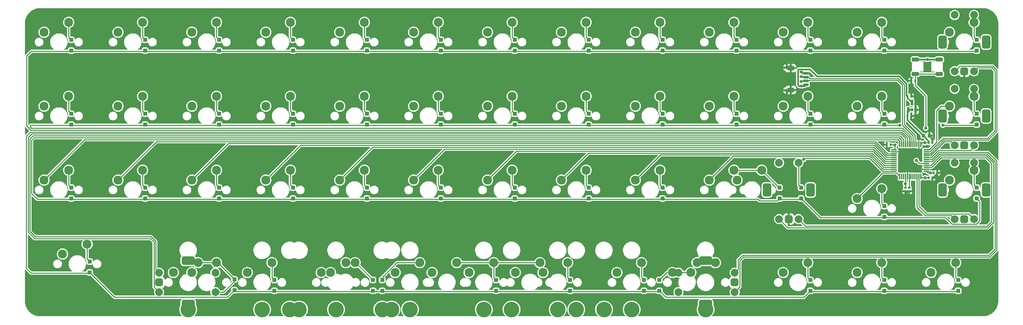
<source format=gbr>
%TF.GenerationSoftware,KiCad,Pcbnew,(7.0.0)*%
%TF.CreationDate,2023-11-25T12:29:40+01:00*%
%TF.ProjectId,Eightu Ortho,45696768-7475-4204-9f72-74686f2e6b69,rev?*%
%TF.SameCoordinates,Original*%
%TF.FileFunction,Copper,L2,Bot*%
%TF.FilePolarity,Positive*%
%FSLAX46Y46*%
G04 Gerber Fmt 4.6, Leading zero omitted, Abs format (unit mm)*
G04 Created by KiCad (PCBNEW (7.0.0)) date 2023-11-25 12:29:40*
%MOMM*%
%LPD*%
G01*
G04 APERTURE LIST*
G04 Aperture macros list*
%AMRoundRect*
0 Rectangle with rounded corners*
0 $1 Rounding radius*
0 $2 $3 $4 $5 $6 $7 $8 $9 X,Y pos of 4 corners*
0 Add a 4 corners polygon primitive as box body*
4,1,4,$2,$3,$4,$5,$6,$7,$8,$9,$2,$3,0*
0 Add four circle primitives for the rounded corners*
1,1,$1+$1,$2,$3*
1,1,$1+$1,$4,$5*
1,1,$1+$1,$6,$7*
1,1,$1+$1,$8,$9*
0 Add four rect primitives between the rounded corners*
20,1,$1+$1,$2,$3,$4,$5,0*
20,1,$1+$1,$4,$5,$6,$7,0*
20,1,$1+$1,$6,$7,$8,$9,0*
20,1,$1+$1,$8,$9,$2,$3,0*%
G04 Aperture macros list end*
%TA.AperFunction,ComponentPad*%
%ADD10C,2.300000*%
%TD*%
%TA.AperFunction,ComponentPad*%
%ADD11C,4.000000*%
%TD*%
%TA.AperFunction,ComponentPad*%
%ADD12C,2.000000*%
%TD*%
%TA.AperFunction,ComponentPad*%
%ADD13RoundRect,0.500000X0.500000X-0.500000X0.500000X0.500000X-0.500000X0.500000X-0.500000X-0.500000X0*%
%TD*%
%TA.AperFunction,ComponentPad*%
%ADD14RoundRect,0.550000X0.550000X-1.150000X0.550000X1.150000X-0.550000X1.150000X-0.550000X-1.150000X0*%
%TD*%
%TA.AperFunction,ComponentPad*%
%ADD15RoundRect,0.500000X-0.500000X-0.500000X0.500000X-0.500000X0.500000X0.500000X-0.500000X0.500000X0*%
%TD*%
%TA.AperFunction,ComponentPad*%
%ADD16RoundRect,0.550000X-1.150000X-0.550000X1.150000X-0.550000X1.150000X0.550000X-1.150000X0.550000X0*%
%TD*%
%TA.AperFunction,ComponentPad*%
%ADD17RoundRect,0.500000X0.500000X0.500000X-0.500000X0.500000X-0.500000X-0.500000X0.500000X-0.500000X0*%
%TD*%
%TA.AperFunction,ComponentPad*%
%ADD18RoundRect,0.550000X1.150000X0.550000X-1.150000X0.550000X-1.150000X-0.550000X1.150000X-0.550000X0*%
%TD*%
%TA.AperFunction,SMDPad,CuDef*%
%ADD19RoundRect,0.250000X0.300000X-0.300000X0.300000X0.300000X-0.300000X0.300000X-0.300000X-0.300000X0*%
%TD*%
%TA.AperFunction,SMDPad,CuDef*%
%ADD20RoundRect,0.075000X0.075000X-0.662500X0.075000X0.662500X-0.075000X0.662500X-0.075000X-0.662500X0*%
%TD*%
%TA.AperFunction,SMDPad,CuDef*%
%ADD21RoundRect,0.075000X0.662500X-0.075000X0.662500X0.075000X-0.662500X0.075000X-0.662500X-0.075000X0*%
%TD*%
%TA.AperFunction,SMDPad,CuDef*%
%ADD22RoundRect,0.140000X0.140000X0.170000X-0.140000X0.170000X-0.140000X-0.170000X0.140000X-0.170000X0*%
%TD*%
%TA.AperFunction,SMDPad,CuDef*%
%ADD23RoundRect,0.140000X-0.170000X0.140000X-0.170000X-0.140000X0.170000X-0.140000X0.170000X0.140000X0*%
%TD*%
%TA.AperFunction,SMDPad,CuDef*%
%ADD24RoundRect,0.150000X0.625000X-0.150000X0.625000X0.150000X-0.625000X0.150000X-0.625000X-0.150000X0*%
%TD*%
%TA.AperFunction,SMDPad,CuDef*%
%ADD25RoundRect,0.250000X0.650000X-0.350000X0.650000X0.350000X-0.650000X0.350000X-0.650000X-0.350000X0*%
%TD*%
%TA.AperFunction,SMDPad,CuDef*%
%ADD26RoundRect,0.150000X0.150000X-0.587500X0.150000X0.587500X-0.150000X0.587500X-0.150000X-0.587500X0*%
%TD*%
%TA.AperFunction,SMDPad,CuDef*%
%ADD27RoundRect,0.225000X-0.225000X-0.250000X0.225000X-0.250000X0.225000X0.250000X-0.225000X0.250000X0*%
%TD*%
%TA.AperFunction,SMDPad,CuDef*%
%ADD28RoundRect,0.275000X0.625000X0.275000X-0.625000X0.275000X-0.625000X-0.275000X0.625000X-0.275000X0*%
%TD*%
%TA.AperFunction,SMDPad,CuDef*%
%ADD29RoundRect,0.140000X-0.140000X-0.170000X0.140000X-0.170000X0.140000X0.170000X-0.140000X0.170000X0*%
%TD*%
%TA.AperFunction,SMDPad,CuDef*%
%ADD30RoundRect,0.150000X0.275000X-0.150000X0.275000X0.150000X-0.275000X0.150000X-0.275000X-0.150000X0*%
%TD*%
%TA.AperFunction,SMDPad,CuDef*%
%ADD31RoundRect,0.175000X0.225000X-0.175000X0.225000X0.175000X-0.225000X0.175000X-0.225000X-0.175000X0*%
%TD*%
%TA.AperFunction,SMDPad,CuDef*%
%ADD32RoundRect,0.135000X0.135000X0.185000X-0.135000X0.185000X-0.135000X-0.185000X0.135000X-0.185000X0*%
%TD*%
%TA.AperFunction,ViaPad*%
%ADD33C,0.800000*%
%TD*%
%TA.AperFunction,Conductor*%
%ADD34C,0.250000*%
%TD*%
%TA.AperFunction,Conductor*%
%ADD35C,0.381000*%
%TD*%
G04 APERTURE END LIST*
D10*
%TO.P,MX25,1,1*%
%TO.N,COL11*%
X266065000Y-68897500D03*
%TO.P,MX25,2,2*%
%TO.N,Net-(D25-A)*%
X272415000Y-66357500D03*
%TD*%
%TO.P,MX44,1,1*%
%TO.N,COL5*%
X166052500Y-111760000D03*
%TO.P,MX44,2,2*%
%TO.N,Net-(D44-A)*%
X172402500Y-109220000D03*
%TD*%
%TO.P,MX15,1,1*%
%TO.N,COL0*%
X56515000Y-68897500D03*
%TO.P,MX15,2,2*%
%TO.N,Net-(D15-A)*%
X62865000Y-66357500D03*
%TD*%
%TO.P,MX46,1,1*%
%TO.N,R5*%
X218440000Y-111760000D03*
%TO.P,MX46,2,2*%
%TO.N,C5*%
X224790000Y-109220000D03*
%TD*%
%TO.P,MX19,1,1*%
%TO.N,COL4*%
X132715000Y-68897500D03*
%TO.P,MX19,2,2*%
%TO.N,Net-(D19-A)*%
X139065000Y-66357500D03*
%TD*%
%TO.P,MX17,1,1*%
%TO.N,COL2*%
X94615000Y-68897500D03*
%TO.P,MX17,2,2*%
%TO.N,Net-(D17-A)*%
X100965000Y-66357500D03*
%TD*%
%TO.P,MX56,1,1*%
%TO.N,COL7*%
X185102500Y-111760000D03*
%TO.P,MX56,2,2*%
%TO.N,Net-(D45-A)*%
X191452500Y-109220000D03*
%TD*%
%TO.P,MX51,1,1*%
%TO.N,R5*%
X223202500Y-111760000D03*
%TO.P,MX51,2,2*%
%TO.N,C5*%
X229552500Y-109220000D03*
%TD*%
%TO.P,MX49,1,1*%
%TO.N,C1*%
X285115000Y-111760000D03*
%TO.P,MX49,2,2*%
%TO.N,Net-(D49-A)*%
X291465000Y-109220000D03*
%TD*%
%TO.P,MX35,1,1*%
%TO.N,COL7*%
X189865000Y-87947500D03*
%TO.P,MX35,2,2*%
%TO.N,Net-(D35-A)*%
X196215000Y-85407500D03*
%TD*%
%TO.P,MX22,1,1*%
%TO.N,COL7*%
X189865000Y-68897500D03*
%TO.P,MX22,2,2*%
%TO.N,Net-(D22-A)*%
X196215000Y-66357500D03*
%TD*%
%TO.P,MX50,1,1*%
%TO.N,C4*%
X89852500Y-111760000D03*
%TO.P,MX50,2,2*%
%TO.N,R4*%
X96202500Y-109220000D03*
%TD*%
%TO.P,MX41,1,1*%
%TO.N,COL0*%
X61277500Y-106997500D03*
%TO.P,MX41,2,2*%
%TO.N,Net-(D41-A)*%
X67627500Y-104457500D03*
%TD*%
%TO.P,MX54,1,1*%
%TO.N,COL3*%
X130333750Y-111760000D03*
%TO.P,MX54,2,2*%
%TO.N,Net-(D27-A)*%
X136683750Y-109220000D03*
%TD*%
%TO.P,MX48,1,1*%
%TO.N,COL11*%
X266065000Y-111760000D03*
%TO.P,MX48,2,2*%
%TO.N,Net-(D48-A)*%
X272415000Y-109220000D03*
%TD*%
%TO.P,MX34,1,1*%
%TO.N,COL6*%
X170815000Y-87947500D03*
%TO.P,MX34,2,2*%
%TO.N,Net-(D34-A)*%
X177165000Y-85407500D03*
%TD*%
%TO.P,MX5,1,1*%
%TO.N,COL4*%
X132715000Y-49847500D03*
%TO.P,MX5,2,2*%
%TO.N,Net-(D5-A)*%
X139065000Y-47307500D03*
%TD*%
%TO.P,MX21,1,1*%
%TO.N,COL6*%
X170815000Y-68897500D03*
%TO.P,MX21,2,2*%
%TO.N,Net-(D21-A)*%
X177165000Y-66357500D03*
%TD*%
D11*
%TO.P,S2,*%
%TO.N,*%
X200818750Y-121285000D03*
X177006250Y-121285000D03*
%TD*%
D10*
%TO.P,MX26,1,1*%
%TO.N,C1*%
X289877500Y-68897500D03*
%TO.P,MX26,2,2*%
%TO.N,R2*%
X296227500Y-66357500D03*
%TD*%
%TO.P,MX42,1,1*%
%TO.N,C4*%
X94615000Y-111760000D03*
%TO.P,MX42,2,2*%
%TO.N,R4*%
X100965000Y-109220000D03*
%TD*%
D11*
%TO.P,S10,*%
%TO.N,*%
X193675000Y-121285000D03*
X169862500Y-121285000D03*
%TD*%
%TO.P,S3,*%
%TO.N,*%
X227012500Y-121285000D03*
X112712500Y-121285000D03*
%TD*%
D10*
%TO.P,MX12,1,1*%
%TO.N,COL11*%
X266065000Y-49847500D03*
%TO.P,MX12,2,2*%
%TO.N,Net-(D12-A)*%
X272415000Y-47307500D03*
%TD*%
D12*
%TO.P,SW7,A,A*%
%TO.N,ENC_K*%
X245943750Y-97987500D03*
%TO.P,SW7,B,B*%
%TO.N,ENC_L*%
X250943750Y-97987500D03*
D13*
%TO.P,SW7,C,C*%
%TO.N,GND*%
X248443750Y-97987500D03*
D14*
%TO.P,SW7,MP*%
%TO.N,N/C*%
X242843750Y-90487500D03*
X254043750Y-90487500D03*
D12*
%TO.P,SW7,S1,S1*%
%TO.N,R6*%
X250943750Y-83487500D03*
%TO.P,SW7,S2,S2*%
%TO.N,C6*%
X245943750Y-83487500D03*
%TD*%
D10*
%TO.P,MX14,1,1*%
%TO.N,C6*%
X247015000Y-68897500D03*
%TO.P,MX14,2,2*%
%TO.N,Net-(D14-A)*%
X253365000Y-66357500D03*
%TD*%
%TO.P,MX40,1,1*%
%TO.N,COL4*%
X147002500Y-111760000D03*
%TO.P,MX40,2,2*%
%TO.N,Net-(D40-A)*%
X153352500Y-109220000D03*
%TD*%
%TO.P,MX36,1,1*%
%TO.N,COL8*%
X208915000Y-87947500D03*
%TO.P,MX36,2,2*%
%TO.N,Net-(D36-A)*%
X215265000Y-85407500D03*
%TD*%
%TO.P,MX59,1,1*%
%TO.N,COL8*%
X204152500Y-111760000D03*
%TO.P,MX59,2,2*%
%TO.N,Net-(D50-A)*%
X210502500Y-109220000D03*
%TD*%
%TO.P,MX61,1,1*%
%TO.N,C5*%
X227965000Y-87947500D03*
%TO.P,MX61,2,2*%
%TO.N,Net-(D37-A)*%
X234315000Y-85407500D03*
%TD*%
%TO.P,MX8,1,1*%
%TO.N,COL7*%
X189865000Y-49847500D03*
%TO.P,MX8,2,2*%
%TO.N,Net-(D8-A)*%
X196215000Y-47307500D03*
%TD*%
%TO.P,MX52,1,1*%
%TO.N,COL2*%
X108902500Y-111760000D03*
%TO.P,MX52,2,2*%
%TO.N,Net-(D43-A)*%
X115252500Y-109220000D03*
%TD*%
%TO.P,MX58,1,1*%
%TO.N,COL5*%
X177958750Y-111760000D03*
%TO.P,MX58,2,2*%
%TO.N,Net-(D44-A)*%
X184308750Y-109220000D03*
%TD*%
D11*
%TO.P,S7,*%
%TO.N,*%
X150812500Y-121285000D03*
X112712500Y-121285000D03*
%TD*%
%TO.P,S1,*%
%TO.N,*%
X143668750Y-121285000D03*
X119856250Y-121285000D03*
%TD*%
D10*
%TO.P,MX31,1,1*%
%TO.N,COL3*%
X113665000Y-87947500D03*
%TO.P,MX31,2,2*%
%TO.N,Net-(D31-A)*%
X120015000Y-85407500D03*
%TD*%
%TO.P,MX38,1,1*%
%TO.N,COL11*%
X266065000Y-92710000D03*
%TO.P,MX38,2,2*%
%TO.N,Net-(D38-A)*%
X272415000Y-90170000D03*
%TD*%
%TO.P,MX18,1,1*%
%TO.N,COL3*%
X113665000Y-68897500D03*
%TO.P,MX18,2,2*%
%TO.N,Net-(D18-A)*%
X120015000Y-66357500D03*
%TD*%
%TO.P,MX32,1,1*%
%TO.N,COL4*%
X132715000Y-87947500D03*
%TO.P,MX32,2,2*%
%TO.N,Net-(D32-A)*%
X139065000Y-85407500D03*
%TD*%
D12*
%TO.P,SW4,A,A*%
%TO.N,ENC_G*%
X86162500Y-111800000D03*
%TO.P,SW4,B,B*%
%TO.N,ENC_H*%
X86162500Y-116800000D03*
D15*
%TO.P,SW4,C,C*%
%TO.N,GND*%
X86162500Y-114300000D03*
D16*
%TO.P,SW4,MP*%
%TO.N,N/C*%
X93662500Y-108700000D03*
X93662500Y-119900000D03*
D12*
%TO.P,SW4,S1,S1*%
%TO.N,R4*%
X100662500Y-116800000D03*
%TO.P,SW4,S2,S2*%
%TO.N,C4*%
X100662500Y-111800000D03*
%TD*%
D10*
%TO.P,MX29,1,1*%
%TO.N,C4*%
X75565000Y-87947500D03*
%TO.P,MX29,2,2*%
%TO.N,Net-(D29-A)*%
X81915000Y-85407500D03*
%TD*%
%TO.P,MX6,1,1*%
%TO.N,COL5*%
X151765000Y-49847500D03*
%TO.P,MX6,2,2*%
%TO.N,Net-(D6-A)*%
X158115000Y-47307500D03*
%TD*%
%TO.P,MX30,1,1*%
%TO.N,COL2*%
X94615000Y-87947500D03*
%TO.P,MX30,2,2*%
%TO.N,Net-(D30-A)*%
X100965000Y-85407500D03*
%TD*%
%TO.P,MX1,1,1*%
%TO.N,COL0*%
X56515000Y-49847500D03*
%TO.P,MX1,2,2*%
%TO.N,Net-(D1-A)*%
X62865000Y-47307500D03*
%TD*%
%TO.P,MX7,1,1*%
%TO.N,COL6*%
X170815000Y-49847500D03*
%TO.P,MX7,2,2*%
%TO.N,Net-(D7-A)*%
X177165000Y-47307500D03*
%TD*%
%TO.P,MX39,1,1*%
%TO.N,C1*%
X289877500Y-87947500D03*
%TO.P,MX39,2,2*%
%TO.N,R3*%
X296227500Y-85407500D03*
%TD*%
%TO.P,MX28,1,1*%
%TO.N,COL0*%
X56515000Y-87947500D03*
%TO.P,MX28,2,2*%
%TO.N,Net-(D28-A)*%
X62865000Y-85407500D03*
%TD*%
D11*
%TO.P,S5,*%
%TO.N,*%
X188912500Y-121285000D03*
X131762500Y-121285000D03*
%TD*%
%TO.P,S4,*%
%TO.N,*%
X207962500Y-121285000D03*
X112712500Y-121285000D03*
%TD*%
D10*
%TO.P,MX37,1,1*%
%TO.N,C5*%
X235108750Y-87947500D03*
%TO.P,MX37,2,2*%
%TO.N,Net-(D37-A)*%
X241458750Y-85407500D03*
%TD*%
D12*
%TO.P,SW5,A,A*%
%TO.N,ENC_I*%
X234512500Y-116800000D03*
%TO.P,SW5,B,B*%
%TO.N,ENC_J*%
X234512500Y-111800000D03*
D17*
%TO.P,SW5,C,C*%
%TO.N,GND*%
X234512500Y-114300000D03*
D18*
%TO.P,SW5,MP*%
%TO.N,N/C*%
X227012500Y-119900000D03*
X227012500Y-108700000D03*
D12*
%TO.P,SW5,S1,S1*%
%TO.N,R5*%
X220012500Y-111800000D03*
%TO.P,SW5,S2,S2*%
%TO.N,C5*%
X220012500Y-116800000D03*
%TD*%
D10*
%TO.P,MX47,1,1*%
%TO.N,C6*%
X247015000Y-111760000D03*
%TO.P,MX47,2,2*%
%TO.N,Net-(D47-A)*%
X253365000Y-109220000D03*
%TD*%
%TO.P,MX20,1,1*%
%TO.N,COL5*%
X151765000Y-68897500D03*
%TO.P,MX20,2,2*%
%TO.N,Net-(D20-A)*%
X158115000Y-66357500D03*
%TD*%
%TO.P,MX16,1,1*%
%TO.N,C4*%
X75565000Y-68897500D03*
%TO.P,MX16,2,2*%
%TO.N,Net-(D16-A)*%
X81915000Y-66357500D03*
%TD*%
%TO.P,MX11,1,1*%
%TO.N,C6*%
X247015000Y-49847500D03*
%TO.P,MX11,2,2*%
%TO.N,Net-(D11-A)*%
X253365000Y-47307500D03*
%TD*%
%TO.P,MX3,1,1*%
%TO.N,COL2*%
X94615000Y-49847500D03*
%TO.P,MX3,2,2*%
%TO.N,Net-(D3-A)*%
X100965000Y-47307500D03*
%TD*%
%TO.P,MX27,1,1*%
%TO.N,COL3*%
X127952500Y-111760000D03*
%TO.P,MX27,2,2*%
%TO.N,Net-(D27-A)*%
X134302500Y-109220000D03*
%TD*%
D11*
%TO.P,S8,*%
%TO.N,*%
X207962500Y-121285000D03*
X169862500Y-121285000D03*
%TD*%
%TO.P,S9,*%
%TO.N,*%
X146050000Y-121285000D03*
X122237500Y-121285000D03*
%TD*%
D10*
%TO.P,MX33,1,1*%
%TO.N,COL5*%
X151765000Y-87947500D03*
%TO.P,MX33,2,2*%
%TO.N,Net-(D33-A)*%
X158115000Y-85407500D03*
%TD*%
D12*
%TO.P,SW2,A,A*%
%TO.N,ENC_C*%
X291187500Y-78937500D03*
%TO.P,SW2,B,B*%
%TO.N,ENC_D*%
X296187500Y-78937500D03*
D13*
%TO.P,SW2,C,C*%
%TO.N,GND*%
X293687500Y-78937500D03*
D14*
%TO.P,SW2,MP*%
%TO.N,N/C*%
X288087500Y-71437500D03*
X299287500Y-71437500D03*
D12*
%TO.P,SW2,S1,S1*%
%TO.N,R2*%
X296187500Y-64437500D03*
%TO.P,SW2,S2,S2*%
%TO.N,C1*%
X291187500Y-64437500D03*
%TD*%
%TO.P,SW3,A,A*%
%TO.N,ENC_E*%
X291187500Y-97987500D03*
%TO.P,SW3,B,B*%
%TO.N,ENC_F*%
X296187500Y-97987500D03*
D13*
%TO.P,SW3,C,C*%
%TO.N,GND*%
X293687500Y-97987500D03*
D14*
%TO.P,SW3,MP*%
%TO.N,N/C*%
X288087500Y-90487500D03*
X299287500Y-90487500D03*
D12*
%TO.P,SW3,S1,S1*%
%TO.N,R3*%
X296187500Y-83487500D03*
%TO.P,SW3,S2,S2*%
%TO.N,C1*%
X291187500Y-83487500D03*
%TD*%
D10*
%TO.P,MX23,1,1*%
%TO.N,COL8*%
X208915000Y-68897500D03*
%TO.P,MX23,2,2*%
%TO.N,Net-(D23-A)*%
X215265000Y-66357500D03*
%TD*%
D11*
%TO.P,S6,*%
%TO.N,*%
X227012500Y-121285000D03*
X93662500Y-121285000D03*
%TD*%
D10*
%TO.P,MX10,1,1*%
%TO.N,C5*%
X227965000Y-49847500D03*
%TO.P,MX10,2,2*%
%TO.N,Net-(D10-A)*%
X234315000Y-47307500D03*
%TD*%
D12*
%TO.P,SW1,A,A*%
%TO.N,ENC_A*%
X291187500Y-59887500D03*
%TO.P,SW1,B,B*%
%TO.N,ENC_B*%
X296187500Y-59887500D03*
D13*
%TO.P,SW1,C,C*%
%TO.N,GND*%
X293687500Y-59887500D03*
D14*
%TO.P,SW1,MP*%
%TO.N,N/C*%
X288087500Y-52387500D03*
X299287500Y-52387500D03*
D12*
%TO.P,SW1,S1,S1*%
%TO.N,R1*%
X296187500Y-45387500D03*
%TO.P,SW1,S2,S2*%
%TO.N,C1*%
X291187500Y-45387500D03*
%TD*%
D10*
%TO.P,MX4,1,1*%
%TO.N,COL3*%
X113665000Y-49847500D03*
%TO.P,MX4,2,2*%
%TO.N,Net-(D4-A)*%
X120015000Y-47307500D03*
%TD*%
%TO.P,MX9,1,1*%
%TO.N,COL8*%
X208915000Y-49847500D03*
%TO.P,MX9,2,2*%
%TO.N,Net-(D9-A)*%
X215265000Y-47307500D03*
%TD*%
%TO.P,MX13,1,1*%
%TO.N,C1*%
X289877500Y-49847500D03*
%TO.P,MX13,2,2*%
%TO.N,R1*%
X296227500Y-47307500D03*
%TD*%
%TO.P,MX24,1,1*%
%TO.N,C5*%
X227965000Y-68897500D03*
%TO.P,MX24,2,2*%
%TO.N,Net-(D24-A)*%
X234315000Y-66357500D03*
%TD*%
%TO.P,MX55,1,1*%
%TO.N,COL5*%
X156527500Y-111760000D03*
%TO.P,MX55,2,2*%
%TO.N,Net-(D44-A)*%
X162877500Y-109220000D03*
%TD*%
%TO.P,MX2,1,1*%
%TO.N,C4*%
X75565000Y-49847500D03*
%TO.P,MX2,2,2*%
%TO.N,Net-(D2-A)*%
X81915000Y-47307500D03*
%TD*%
D19*
%TO.P,D23,1,K*%
%TO.N,ROW1*%
X215900000Y-73631250D03*
%TO.P,D23,2,A*%
%TO.N,Net-(D23-A)*%
X215900000Y-70831250D03*
%TD*%
D20*
%TO.P,U1,1,VBAT*%
%TO.N,+3V3*%
X282481250Y-87043750D03*
%TO.P,U1,2,PC13*%
%TO.N,ENC_F*%
X281981250Y-87043750D03*
%TO.P,U1,3,PC14*%
%TO.N,ENC_E*%
X281481250Y-87043750D03*
%TO.P,U1,4,PC15*%
%TO.N,unconnected-(U1-PC15-Pad4)*%
X280981250Y-87043750D03*
%TO.P,U1,5,PF0*%
%TO.N,unconnected-(U1-PF0-Pad5)*%
X280481250Y-87043750D03*
%TO.P,U1,6,PF1*%
%TO.N,unconnected-(U1-PF1-Pad6)*%
X279981250Y-87043750D03*
%TO.P,U1,7,NRST*%
%TO.N,NRST*%
X279481250Y-87043750D03*
%TO.P,U1,8,VSSA*%
%TO.N,GND*%
X278981250Y-87043750D03*
%TO.P,U1,9,VDDA*%
%TO.N,+3V3*%
X278481250Y-87043750D03*
%TO.P,U1,10,PA0*%
%TO.N,unconnected-(U1-PA0-Pad10)*%
X277981250Y-87043750D03*
%TO.P,U1,11,PA1*%
%TO.N,unconnected-(U1-PA1-Pad11)*%
X277481250Y-87043750D03*
%TO.P,U1,12,PA2*%
%TO.N,COL11*%
X276981250Y-87043750D03*
D21*
%TO.P,U1,13,PA3*%
%TO.N,C6*%
X275568750Y-85631250D03*
%TO.P,U1,14,PA4*%
%TO.N,C5*%
X275568750Y-85131250D03*
%TO.P,U1,15,PA5*%
%TO.N,COL8*%
X275568750Y-84631250D03*
%TO.P,U1,16,PA6*%
%TO.N,COL7*%
X275568750Y-84131250D03*
%TO.P,U1,17,PA7*%
%TO.N,COL6*%
X275568750Y-83631250D03*
%TO.P,U1,18,PB0*%
%TO.N,COL5*%
X275568750Y-83131250D03*
%TO.P,U1,19,PB1*%
%TO.N,COL4*%
X275568750Y-82631250D03*
%TO.P,U1,20,PB2*%
%TO.N,COL3*%
X275568750Y-82131250D03*
%TO.P,U1,21,PB10*%
%TO.N,COL2*%
X275568750Y-81631250D03*
%TO.P,U1,22,PB11*%
%TO.N,C4*%
X275568750Y-81131250D03*
%TO.P,U1,23,VSS*%
%TO.N,GND*%
X275568750Y-80631250D03*
%TO.P,U1,24,VDD*%
%TO.N,+3V3*%
X275568750Y-80131250D03*
D20*
%TO.P,U1,25,PB12*%
%TO.N,COL0*%
X276981250Y-78718750D03*
%TO.P,U1,26,PB13*%
%TO.N,ROW2*%
X277481250Y-78718750D03*
%TO.P,U1,27,PB14*%
%TO.N,ENC_G*%
X277981250Y-78718750D03*
%TO.P,U1,28,PB15*%
%TO.N,ENC_H*%
X278481250Y-78718750D03*
%TO.P,U1,29,PA8*%
%TO.N,ROW3*%
X278981250Y-78718750D03*
%TO.P,U1,30,PA9*%
%TO.N,ROW0*%
X279481250Y-78718750D03*
%TO.P,U1,31,PA10*%
%TO.N,ROW1*%
X279981250Y-78718750D03*
%TO.P,U1,32,PA11*%
%TO.N,D_N*%
X280481250Y-78718750D03*
%TO.P,U1,33,PA12*%
%TO.N,D_P*%
X280981250Y-78718750D03*
%TO.P,U1,34,PA13*%
%TO.N,unconnected-(U1-PA13-Pad34)*%
X281481250Y-78718750D03*
%TO.P,U1,35,VSS*%
%TO.N,GND*%
X281981250Y-78718750D03*
%TO.P,U1,36,VDDIO2*%
%TO.N,+3V3*%
X282481250Y-78718750D03*
D21*
%TO.P,U1,37,PA14*%
%TO.N,C1*%
X283893750Y-80131250D03*
%TO.P,U1,38,PA15*%
%TO.N,ENC_B*%
X283893750Y-80631250D03*
%TO.P,U1,39,PB3*%
%TO.N,ENC_A*%
X283893750Y-81131250D03*
%TO.P,U1,40,PB4*%
%TO.N,ENC_C*%
X283893750Y-81631250D03*
%TO.P,U1,41,PB5*%
%TO.N,ENC_D*%
X283893750Y-82131250D03*
%TO.P,U1,42,PB6*%
%TO.N,ENC_I*%
X283893750Y-82631250D03*
%TO.P,U1,43,PB7*%
%TO.N,ENC_J*%
X283893750Y-83131250D03*
%TO.P,U1,44,BOOT0*%
%TO.N,BOOT0*%
X283893750Y-83631250D03*
%TO.P,U1,45,PB8*%
%TO.N,ENC_K*%
X283893750Y-84131250D03*
%TO.P,U1,46,PB9*%
%TO.N,ENC_L*%
X283893750Y-84631250D03*
%TO.P,U1,47,VSS*%
%TO.N,GND*%
X283893750Y-85131250D03*
%TO.P,U1,48,VDD*%
%TO.N,+3V3*%
X283893750Y-85631250D03*
%TD*%
D22*
%TO.P,C3,1*%
%TO.N,+3V3*%
X274675000Y-78781250D03*
%TO.P,C3,2*%
%TO.N,GND*%
X273715000Y-78781250D03*
%TD*%
D19*
%TO.P,D29,1,K*%
%TO.N,ROW2*%
X82550000Y-92681250D03*
%TO.P,D29,2,A*%
%TO.N,Net-(D29-A)*%
X82550000Y-89881250D03*
%TD*%
%TO.P,D5,1,K*%
%TO.N,ROW0*%
X139700000Y-54581250D03*
%TO.P,D5,2,A*%
%TO.N,Net-(D5-A)*%
X139700000Y-51781250D03*
%TD*%
D23*
%TO.P,C7,1*%
%TO.N,NRST*%
X279477557Y-89859709D03*
%TO.P,C7,2*%
%TO.N,GND*%
X279477557Y-90819709D03*
%TD*%
D19*
%TO.P,D32,1,K*%
%TO.N,ROW2*%
X139700000Y-92681250D03*
%TO.P,D32,2,A*%
%TO.N,Net-(D32-A)*%
X139700000Y-89881250D03*
%TD*%
%TO.P,D1,1,K*%
%TO.N,ROW0*%
X63500000Y-54581250D03*
%TO.P,D1,2,A*%
%TO.N,Net-(D1-A)*%
X63500000Y-51781250D03*
%TD*%
%TO.P,D4,1,K*%
%TO.N,ROW0*%
X120650000Y-54581250D03*
%TO.P,D4,2,A*%
%TO.N,Net-(D4-A)*%
X120650000Y-51781250D03*
%TD*%
%TO.P,D27,1,K*%
%TO.N,ROW3*%
X141287500Y-116493750D03*
%TO.P,D27,2,A*%
%TO.N,Net-(D27-A)*%
X141287500Y-113693750D03*
%TD*%
%TO.P,D15,1,K*%
%TO.N,ROW1*%
X63500000Y-73631250D03*
%TO.P,D15,2,A*%
%TO.N,Net-(D15-A)*%
X63500000Y-70831250D03*
%TD*%
%TO.P,D12,1,K*%
%TO.N,ROW0*%
X273050000Y-54581250D03*
%TO.P,D12,2,A*%
%TO.N,Net-(D12-A)*%
X273050000Y-51781250D03*
%TD*%
%TO.P,D31,1,K*%
%TO.N,ROW2*%
X120650000Y-92681250D03*
%TO.P,D31,2,A*%
%TO.N,Net-(D31-A)*%
X120650000Y-89881250D03*
%TD*%
D24*
%TO.P,J1,1,Pin_1*%
%TO.N,+5V*%
X252825000Y-63412500D03*
%TO.P,J1,2,Pin_2*%
%TO.N,D_N*%
X252825000Y-62412500D03*
%TO.P,J1,3,Pin_3*%
%TO.N,D_P*%
X252825000Y-61412500D03*
%TO.P,J1,4,Pin_4*%
%TO.N,GND*%
X252825000Y-60412500D03*
D25*
%TO.P,J1,MP,MountPin*%
X248950000Y-64712500D03*
X248950000Y-59112500D03*
%TD*%
D19*
%TO.P,D9,1,K*%
%TO.N,ROW0*%
X215900000Y-54581250D03*
%TO.P,D9,2,A*%
%TO.N,Net-(D9-A)*%
X215900000Y-51781250D03*
%TD*%
%TO.P,D44,1,K*%
%TO.N,ROW3*%
X173037500Y-116493750D03*
%TO.P,D44,2,A*%
%TO.N,Net-(D44-A)*%
X173037500Y-113693750D03*
%TD*%
%TO.P,D7,1,K*%
%TO.N,ROW0*%
X177800000Y-54581250D03*
%TO.P,D7,2,A*%
%TO.N,Net-(D7-A)*%
X177800000Y-51781250D03*
%TD*%
%TO.P,D36,1,K*%
%TO.N,ROW2*%
X215900000Y-92681250D03*
%TO.P,D36,2,A*%
%TO.N,Net-(D36-A)*%
X215900000Y-89881250D03*
%TD*%
%TO.P,D26,1,K*%
%TO.N,ROW1*%
X296862500Y-73631250D03*
%TO.P,D26,2,A*%
%TO.N,R2*%
X296862500Y-70831250D03*
%TD*%
D22*
%TO.P,C9,1*%
%TO.N,GND*%
X279990000Y-71437500D03*
%TO.P,C9,2*%
%TO.N,+3V3*%
X279030000Y-71437500D03*
%TD*%
D19*
%TO.P,D47,1,K*%
%TO.N,ROW3*%
X254000000Y-116493750D03*
%TO.P,D47,2,A*%
%TO.N,Net-(D47-A)*%
X254000000Y-113693750D03*
%TD*%
D26*
%TO.P,U2,1,GND*%
%TO.N,GND*%
X281143750Y-69850000D03*
%TO.P,U2,2,VO*%
%TO.N,+3V3*%
X279243750Y-69850000D03*
%TO.P,U2,3,VI*%
%TO.N,+5V*%
X280193750Y-67975000D03*
%TD*%
D19*
%TO.P,D17,1,K*%
%TO.N,ROW1*%
X101600000Y-73631250D03*
%TO.P,D17,2,A*%
%TO.N,Net-(D17-A)*%
X101600000Y-70831250D03*
%TD*%
%TO.P,D45,1,K*%
%TO.N,ROW3*%
X192087500Y-116493750D03*
%TO.P,D45,2,A*%
%TO.N,Net-(D45-A)*%
X192087500Y-113693750D03*
%TD*%
%TO.P,D37,1,K*%
%TO.N,ROW2*%
X246062500Y-92681250D03*
%TO.P,D37,2,A*%
%TO.N,Net-(D37-A)*%
X246062500Y-89881250D03*
%TD*%
%TO.P,D43,1,K*%
%TO.N,ROW3*%
X115887500Y-116493750D03*
%TO.P,D43,2,A*%
%TO.N,Net-(D43-A)*%
X115887500Y-113693750D03*
%TD*%
%TO.P,D33,1,K*%
%TO.N,ROW2*%
X158750000Y-92681250D03*
%TO.P,D33,2,A*%
%TO.N,Net-(D33-A)*%
X158750000Y-89881250D03*
%TD*%
D27*
%TO.P,C6,1*%
%TO.N,+3V3*%
X283125000Y-76531250D03*
%TO.P,C6,2*%
%TO.N,GND*%
X284675000Y-76531250D03*
%TD*%
D28*
%TO.P,SW6,1,1*%
%TO.N,+3V3*%
X287262500Y-56887500D03*
X281062500Y-56887500D03*
%TO.P,SW6,2,2*%
%TO.N,BOOT0*%
X287262500Y-60587500D03*
X281062500Y-60587500D03*
%TD*%
D19*
%TO.P,D30,1,K*%
%TO.N,ROW2*%
X101600000Y-92681250D03*
%TO.P,D30,2,A*%
%TO.N,Net-(D30-A)*%
X101600000Y-89881250D03*
%TD*%
%TO.P,D20,1,K*%
%TO.N,ROW1*%
X158750000Y-73631250D03*
%TO.P,D20,2,A*%
%TO.N,Net-(D20-A)*%
X158750000Y-70831250D03*
%TD*%
%TO.P,D2,1,K*%
%TO.N,ROW0*%
X82550000Y-54581250D03*
%TO.P,D2,2,A*%
%TO.N,Net-(D2-A)*%
X82550000Y-51781250D03*
%TD*%
%TO.P,D3,1,K*%
%TO.N,ROW0*%
X101600000Y-54581250D03*
%TO.P,D3,2,A*%
%TO.N,Net-(D3-A)*%
X101600000Y-51781250D03*
%TD*%
%TO.P,D21,1,K*%
%TO.N,ROW1*%
X177800000Y-73631250D03*
%TO.P,D21,2,A*%
%TO.N,Net-(D21-A)*%
X177800000Y-70831250D03*
%TD*%
%TO.P,D52,1,K*%
%TO.N,ROW2*%
X251618750Y-92681250D03*
%TO.P,D52,2,A*%
%TO.N,R6*%
X251618750Y-89881250D03*
%TD*%
D22*
%TO.P,C8,1*%
%TO.N,GND*%
X279990000Y-66315654D03*
%TO.P,C8,2*%
%TO.N,+5V*%
X279030000Y-66315654D03*
%TD*%
D29*
%TO.P,C5,1*%
%TO.N,+3V3*%
X285749327Y-86056250D03*
%TO.P,C5,2*%
%TO.N,GND*%
X286709327Y-86056250D03*
%TD*%
D23*
%TO.P,C2,1*%
%TO.N,+3V3*%
X278480935Y-89858750D03*
%TO.P,C2,2*%
%TO.N,GND*%
X278480935Y-90818750D03*
%TD*%
D19*
%TO.P,D49,1,K*%
%TO.N,ROW3*%
X292100000Y-116493750D03*
%TO.P,D49,2,A*%
%TO.N,Net-(D49-A)*%
X292100000Y-113693750D03*
%TD*%
D30*
%TO.P,J2,1,Pin_1*%
%TO.N,+5V*%
X251685197Y-63712500D03*
%TO.P,J2,2,Pin_2*%
%TO.N,D_N*%
X251685197Y-62512500D03*
%TO.P,J2,3,Pin_3*%
%TO.N,D_P*%
X251685197Y-61312500D03*
%TO.P,J2,4,Pin_4*%
%TO.N,GND*%
X251685197Y-60112500D03*
D31*
%TO.P,J2,MP,MountPin*%
X247910197Y-64862500D03*
X247910197Y-58962500D03*
%TD*%
D19*
%TO.P,D6,1,K*%
%TO.N,ROW0*%
X158750000Y-54581250D03*
%TO.P,D6,2,A*%
%TO.N,Net-(D6-A)*%
X158750000Y-51781250D03*
%TD*%
D32*
%TO.P,R1,1*%
%TO.N,BOOT0*%
X281019995Y-62376265D03*
%TO.P,R1,2*%
%TO.N,GND*%
X279999995Y-62376265D03*
%TD*%
D29*
%TO.P,C4,1*%
%TO.N,+3V3*%
X284503798Y-78318750D03*
%TO.P,C4,2*%
%TO.N,GND*%
X285463798Y-78318750D03*
%TD*%
D19*
%TO.P,D14,1,K*%
%TO.N,ROW1*%
X254000000Y-73631250D03*
%TO.P,D14,2,A*%
%TO.N,Net-(D14-A)*%
X254000000Y-70831250D03*
%TD*%
D29*
%TO.P,C1,1*%
%TO.N,+3V3*%
X284503798Y-87342435D03*
%TO.P,C1,2*%
%TO.N,GND*%
X285463798Y-87342435D03*
%TD*%
D19*
%TO.P,D42,1,K*%
%TO.N,ROW3*%
X105568750Y-116306250D03*
%TO.P,D42,2,A*%
%TO.N,R4*%
X105568750Y-113506250D03*
%TD*%
%TO.P,D8,1,K*%
%TO.N,ROW0*%
X196850000Y-54581250D03*
%TO.P,D8,2,A*%
%TO.N,Net-(D8-A)*%
X196850000Y-51781250D03*
%TD*%
%TO.P,D25,1,K*%
%TO.N,ROW1*%
X273050000Y-73631250D03*
%TO.P,D25,2,A*%
%TO.N,Net-(D25-A)*%
X273050000Y-70831250D03*
%TD*%
%TO.P,D48,1,K*%
%TO.N,ROW3*%
X273050000Y-116493750D03*
%TO.P,D48,2,A*%
%TO.N,Net-(D48-A)*%
X273050000Y-113693750D03*
%TD*%
%TO.P,D19,1,K*%
%TO.N,ROW1*%
X139700000Y-73631250D03*
%TO.P,D19,2,A*%
%TO.N,Net-(D19-A)*%
X139700000Y-70831250D03*
%TD*%
%TO.P,D16,1,K*%
%TO.N,ROW1*%
X82550000Y-73631250D03*
%TO.P,D16,2,A*%
%TO.N,Net-(D16-A)*%
X82550000Y-70831250D03*
%TD*%
%TO.P,D24,1,K*%
%TO.N,ROW1*%
X234950000Y-73631250D03*
%TO.P,D24,2,A*%
%TO.N,Net-(D24-A)*%
X234950000Y-70831250D03*
%TD*%
%TO.P,D38,1,K*%
%TO.N,ROW2*%
X273050000Y-97443750D03*
%TO.P,D38,2,A*%
%TO.N,Net-(D38-A)*%
X273050000Y-94643750D03*
%TD*%
%TO.P,D46,1,K*%
%TO.N,ROW3*%
X215106250Y-116493750D03*
%TO.P,D46,2,A*%
%TO.N,R5*%
X215106250Y-113693750D03*
%TD*%
%TO.P,D13,1,K*%
%TO.N,ROW0*%
X296862500Y-54581250D03*
%TO.P,D13,2,A*%
%TO.N,R1*%
X296862500Y-51781250D03*
%TD*%
%TO.P,D35,1,K*%
%TO.N,ROW2*%
X196850000Y-92681250D03*
%TO.P,D35,2,A*%
%TO.N,Net-(D35-A)*%
X196850000Y-89881250D03*
%TD*%
%TO.P,D41,1,K*%
%TO.N,ROW3*%
X68262500Y-111731250D03*
%TO.P,D41,2,A*%
%TO.N,Net-(D41-A)*%
X68262500Y-108931250D03*
%TD*%
%TO.P,D34,1,K*%
%TO.N,ROW2*%
X177800000Y-92681250D03*
%TO.P,D34,2,A*%
%TO.N,Net-(D34-A)*%
X177800000Y-89881250D03*
%TD*%
%TO.P,D28,1,K*%
%TO.N,ROW2*%
X63500000Y-92681250D03*
%TO.P,D28,2,A*%
%TO.N,Net-(D28-A)*%
X63500000Y-89881250D03*
%TD*%
%TO.P,D10,1,K*%
%TO.N,ROW0*%
X234950000Y-54581250D03*
%TO.P,D10,2,A*%
%TO.N,Net-(D10-A)*%
X234950000Y-51781250D03*
%TD*%
%TO.P,D18,1,K*%
%TO.N,ROW1*%
X120650000Y-73631250D03*
%TO.P,D18,2,A*%
%TO.N,Net-(D18-A)*%
X120650000Y-70831250D03*
%TD*%
%TO.P,D11,1,K*%
%TO.N,ROW0*%
X254000000Y-54581250D03*
%TO.P,D11,2,A*%
%TO.N,Net-(D11-A)*%
X254000000Y-51781250D03*
%TD*%
%TO.P,D50,1,K*%
%TO.N,ROW3*%
X211137500Y-116493750D03*
%TO.P,D50,2,A*%
%TO.N,Net-(D50-A)*%
X211137500Y-113693750D03*
%TD*%
%TO.P,D22,1,K*%
%TO.N,ROW1*%
X196850000Y-73631250D03*
%TO.P,D22,2,A*%
%TO.N,Net-(D22-A)*%
X196850000Y-70831250D03*
%TD*%
%TO.P,D40,1,K*%
%TO.N,ROW3*%
X143668750Y-116493750D03*
%TO.P,D40,2,A*%
%TO.N,Net-(D40-A)*%
X143668750Y-113693750D03*
%TD*%
%TO.P,D39,1,K*%
%TO.N,ROW2*%
X296862500Y-92681250D03*
%TO.P,D39,2,A*%
%TO.N,R3*%
X296862500Y-89881250D03*
%TD*%
D33*
%TO.N,ROW1*%
X288131250Y-73818750D03*
X277018750Y-73818750D03*
%TO.N,GND*%
X280903870Y-66314604D03*
X282575000Y-69850000D03*
X285463798Y-77320048D03*
X286490793Y-87333331D03*
X272587500Y-78781250D03*
X279995956Y-63374119D03*
X279731250Y-82881250D03*
X254175142Y-61020740D03*
X278937500Y-91757549D03*
%TO.N,+3V3*%
X280193750Y-69850000D03*
X283608767Y-87344710D03*
X275762500Y-78912500D03*
X284162500Y-56887500D03*
X284933241Y-86053181D03*
X278478269Y-88840443D03*
X283476453Y-78319488D03*
%TO.N,BOOT0*%
X283731485Y-74543250D03*
X281318750Y-82881250D03*
%TO.N,C6*%
X252279086Y-82607000D03*
%TD*%
D34*
%TO.N,ROW0*%
X177975150Y-54756400D02*
X196674850Y-54756400D01*
X296687350Y-54756400D02*
X296862500Y-54581250D01*
X82725150Y-54756400D02*
X101424850Y-54756400D01*
X196850000Y-54581250D02*
X197025150Y-54756400D01*
X254000000Y-54581250D02*
X254175150Y-54756400D01*
X196674850Y-54756400D02*
X196850000Y-54581250D01*
X139524850Y-54756400D02*
X139700000Y-54581250D01*
X158750000Y-54581250D02*
X158925150Y-54756400D01*
X234950000Y-54581250D02*
X235125150Y-54756400D01*
X216075150Y-54756400D02*
X234774850Y-54756400D01*
X177624850Y-54756400D02*
X177800000Y-54581250D01*
X101775150Y-54756400D02*
X120474850Y-54756400D01*
X272874850Y-54756400D02*
X273050000Y-54581250D01*
X158574850Y-54756400D02*
X158750000Y-54581250D01*
X63500000Y-54581250D02*
X63675150Y-54756400D01*
X277686948Y-75071712D02*
X279481250Y-76866014D01*
X139875150Y-54756400D02*
X158574850Y-54756400D01*
X215724850Y-54756400D02*
X215900000Y-54581250D01*
X63500000Y-54581250D02*
X63312500Y-54768750D01*
X51987931Y-73957350D02*
X53102293Y-75071712D01*
X234774850Y-54756400D02*
X234950000Y-54581250D01*
X273050000Y-54581250D02*
X273225150Y-54756400D01*
X82374850Y-54756400D02*
X82550000Y-54581250D01*
X139700000Y-54581250D02*
X139875150Y-54756400D01*
X53102293Y-75071712D02*
X277686948Y-75071712D01*
X63312500Y-54768750D02*
X53181250Y-54768750D01*
X51987931Y-55962069D02*
X51987931Y-73957350D01*
X63675150Y-54756400D02*
X82374850Y-54756400D01*
X273225150Y-54756400D02*
X296687350Y-54756400D01*
X101424850Y-54756400D02*
X101600000Y-54581250D01*
X120825150Y-54756400D02*
X139524850Y-54756400D01*
X235125150Y-54756400D02*
X253824850Y-54756400D01*
X215900000Y-54581250D02*
X216075150Y-54756400D01*
X53181250Y-54768750D02*
X51987931Y-55962069D01*
X279481250Y-76866014D02*
X279481250Y-78718750D01*
X253824850Y-54756400D02*
X254000000Y-54581250D01*
X101600000Y-54581250D02*
X101775150Y-54756400D01*
X177800000Y-54581250D02*
X177975150Y-54756400D01*
X120474850Y-54756400D02*
X120650000Y-54581250D01*
X197025150Y-54756400D02*
X215724850Y-54756400D01*
X254175150Y-54756400D02*
X272874850Y-54756400D01*
X120650000Y-54581250D02*
X120825150Y-54756400D01*
X158925150Y-54756400D02*
X177624850Y-54756400D01*
X82550000Y-54581250D02*
X82725150Y-54756400D01*
%TO.N,Net-(D1-A)*%
X62865000Y-51146250D02*
X63500000Y-51781250D01*
X62865000Y-47307500D02*
X62865000Y-51146250D01*
%TO.N,Net-(D2-A)*%
X81915000Y-51146250D02*
X82550000Y-51781250D01*
X81915000Y-47307500D02*
X81915000Y-51146250D01*
%TO.N,Net-(D3-A)*%
X100965000Y-47307500D02*
X100965000Y-51146250D01*
X100965000Y-51146250D02*
X101600000Y-51781250D01*
%TO.N,Net-(D4-A)*%
X120015000Y-47307500D02*
X120015000Y-51146250D01*
X120015000Y-51146250D02*
X120650000Y-51781250D01*
%TO.N,Net-(D5-A)*%
X139065000Y-47307500D02*
X139065000Y-51146250D01*
X139065000Y-51146250D02*
X139700000Y-51781250D01*
%TO.N,Net-(D6-A)*%
X158115000Y-47307500D02*
X158115000Y-51146250D01*
X158115000Y-51146250D02*
X158750000Y-51781250D01*
%TO.N,Net-(D7-A)*%
X177165000Y-51146250D02*
X177800000Y-51781250D01*
X177165000Y-47307500D02*
X177165000Y-51146250D01*
%TO.N,ROW1*%
X158574850Y-73806400D02*
X158750000Y-73631250D01*
X139700000Y-73631250D02*
X139875150Y-73806400D01*
X215724850Y-73806400D02*
X215900000Y-73631250D01*
X234774850Y-73806400D02*
X234950000Y-73631250D01*
X52847957Y-74180979D02*
X53260248Y-74593271D01*
X101424850Y-73806400D02*
X101600000Y-73631250D01*
X177975150Y-73806400D02*
X196674850Y-73806400D01*
X279981250Y-76729618D02*
X279981250Y-78718750D01*
X273237500Y-73818750D02*
X277018750Y-73818750D01*
X196850000Y-73631250D02*
X197025150Y-73806400D01*
X101600000Y-73631250D02*
X101775150Y-73806400D01*
X277844903Y-74593271D02*
X279981250Y-76729618D01*
X254175150Y-73806400D02*
X272874850Y-73806400D01*
X120825150Y-73806400D02*
X139524850Y-73806400D01*
X234950000Y-73631250D02*
X235137500Y-73818750D01*
X82725150Y-73806400D02*
X101424850Y-73806400D01*
X82550000Y-73631250D02*
X82725150Y-73806400D01*
X101775150Y-73806400D02*
X120474850Y-73806400D01*
X273050000Y-73631250D02*
X273237500Y-73818750D01*
X139524850Y-73806400D02*
X139700000Y-73631250D01*
X254000000Y-73631250D02*
X254175150Y-73806400D01*
X158750000Y-73631250D02*
X158925150Y-73806400D01*
X53260248Y-74593271D02*
X277844903Y-74593271D01*
X65706100Y-73806400D02*
X53040566Y-73806400D01*
X288131250Y-73818750D02*
X296675000Y-73818750D01*
X177800000Y-73631250D02*
X177975150Y-73806400D01*
X52847957Y-73999009D02*
X52847957Y-74180979D01*
X216075150Y-73806400D02*
X234774850Y-73806400D01*
X82374850Y-73806400D02*
X82550000Y-73631250D01*
X296675000Y-73818750D02*
X296862500Y-73631250D01*
X63500000Y-73631250D02*
X63675150Y-73806400D01*
X120650000Y-73631250D02*
X120825150Y-73806400D01*
X253812500Y-73818750D02*
X254000000Y-73631250D01*
X63500000Y-73631250D02*
X63324850Y-73806400D01*
X196674850Y-73806400D02*
X196850000Y-73631250D01*
X177624850Y-73806400D02*
X177800000Y-73631250D01*
X61293900Y-73806400D02*
X82374850Y-73806400D01*
X120474850Y-73806400D02*
X120650000Y-73631250D01*
X235137500Y-73818750D02*
X253812500Y-73818750D01*
X197025150Y-73806400D02*
X215724850Y-73806400D01*
X139875150Y-73806400D02*
X158574850Y-73806400D01*
X272874850Y-73806400D02*
X273050000Y-73631250D01*
X158925150Y-73806400D02*
X177624850Y-73806400D01*
X53040566Y-73806400D02*
X52847957Y-73999009D01*
X215900000Y-73631250D02*
X216075150Y-73806400D01*
%TO.N,Net-(D8-A)*%
X196215000Y-51146250D02*
X196850000Y-51781250D01*
X196215000Y-47307500D02*
X196215000Y-51146250D01*
%TO.N,Net-(D9-A)*%
X215265000Y-47307500D02*
X215265000Y-51146250D01*
X215265000Y-51146250D02*
X215900000Y-51781250D01*
%TO.N,Net-(D10-A)*%
X234315000Y-51146250D02*
X234950000Y-51781250D01*
X234315000Y-47307500D02*
X234315000Y-51146250D01*
%TO.N,Net-(D11-A)*%
X253365000Y-51146250D02*
X254000000Y-51781250D01*
X253365000Y-47307500D02*
X253365000Y-51146250D01*
%TO.N,Net-(D12-A)*%
X272415000Y-47307500D02*
X272415000Y-51146250D01*
X272415000Y-51146250D02*
X273050000Y-51781250D01*
%TO.N,R1*%
X296187500Y-45387500D02*
X296187500Y-47267500D01*
X296187500Y-47267500D02*
X296227500Y-47307500D01*
X296227500Y-47307500D02*
X296227500Y-51146250D01*
X296227500Y-51146250D02*
X296862500Y-51781250D01*
%TO.N,ROW2*%
X240506250Y-92868750D02*
X240943750Y-93306250D01*
X215900000Y-92681250D02*
X216087500Y-92868750D01*
X246250000Y-92868750D02*
X251431250Y-92868750D01*
X53321022Y-77647728D02*
X53968750Y-77000000D01*
X82374850Y-92856400D02*
X82550000Y-92681250D01*
X196850000Y-92681250D02*
X197025150Y-92856400D01*
X53321022Y-91421022D02*
X53321022Y-77647728D01*
X256556400Y-97618900D02*
X259556250Y-97618900D01*
X276892241Y-77000000D02*
X277481250Y-77589009D01*
X297656250Y-93475000D02*
X296862500Y-92681250D01*
X54768750Y-92868750D02*
X53321022Y-91421022D01*
X216087500Y-92868750D02*
X240506250Y-92868750D01*
X246062500Y-92681250D02*
X246250000Y-92868750D01*
X245437500Y-93306250D02*
X246062500Y-92681250D01*
X177975150Y-92856400D02*
X196674850Y-92856400D01*
X158574850Y-92856400D02*
X158750000Y-92681250D01*
X96662350Y-92856400D02*
X63675150Y-92856400D01*
X272874850Y-97618900D02*
X273050000Y-97443750D01*
X251618750Y-92681250D02*
X256556400Y-97618900D01*
X296768750Y-99312500D02*
X297656250Y-98425000D01*
X196674850Y-92856400D02*
X196850000Y-92681250D01*
X251431250Y-92868750D02*
X251618750Y-92681250D01*
X273236527Y-97630277D02*
X288830277Y-97630277D01*
X240943750Y-93306250D02*
X245437500Y-93306250D01*
X101775150Y-92856400D02*
X120474850Y-92856400D01*
X139524850Y-92856400D02*
X139700000Y-92681250D01*
X101600000Y-92681250D02*
X101775150Y-92856400D01*
X53968750Y-77000000D02*
X276892241Y-77000000D01*
X63312500Y-92868750D02*
X63500000Y-92681250D01*
X273050000Y-97443750D02*
X273236527Y-97630277D01*
X120650000Y-92681250D02*
X120825150Y-92856400D01*
X277481250Y-77589009D02*
X277481250Y-78718750D01*
X158925150Y-92856400D02*
X177624850Y-92856400D01*
X290512500Y-99312500D02*
X296768750Y-99312500D01*
X63675150Y-92856400D02*
X63500000Y-92681250D01*
X139875150Y-92856400D02*
X158574850Y-92856400D01*
X177624850Y-92856400D02*
X177800000Y-92681250D01*
X101424850Y-92856400D02*
X101600000Y-92681250D01*
X82725150Y-92856400D02*
X101424850Y-92856400D01*
X82550000Y-92681250D02*
X82725150Y-92856400D01*
X177800000Y-92681250D02*
X177975150Y-92856400D01*
X215724850Y-92856400D02*
X215900000Y-92681250D01*
X120474850Y-92856400D02*
X120650000Y-92681250D01*
X197025150Y-92856400D02*
X215724850Y-92856400D01*
X158750000Y-92681250D02*
X158925150Y-92856400D01*
X54768750Y-92868750D02*
X63312500Y-92868750D01*
X259556250Y-97618900D02*
X272874850Y-97618900D01*
X297656250Y-98425000D02*
X297656250Y-93475000D01*
X139700000Y-92681250D02*
X139875150Y-92856400D01*
X120825150Y-92856400D02*
X139524850Y-92856400D01*
X288830277Y-97630277D02*
X290512500Y-99312500D01*
%TO.N,Net-(D15-A)*%
X62865000Y-70196250D02*
X63500000Y-70831250D01*
X62865000Y-66357500D02*
X62865000Y-70196250D01*
%TO.N,Net-(D16-A)*%
X81915000Y-66357500D02*
X81915000Y-70196250D01*
X81915000Y-70196250D02*
X82550000Y-70831250D01*
%TO.N,Net-(D17-A)*%
X100965000Y-70196250D02*
X101600000Y-70831250D01*
X100965000Y-66357500D02*
X100965000Y-70196250D01*
%TO.N,Net-(D18-A)*%
X120015000Y-66357500D02*
X120015000Y-70196250D01*
X120015000Y-70196250D02*
X120650000Y-70831250D01*
%TO.N,Net-(D19-A)*%
X139065000Y-70196250D02*
X139700000Y-70831250D01*
X139065000Y-66357500D02*
X139065000Y-70196250D01*
%TO.N,Net-(D20-A)*%
X158115000Y-70196250D02*
X158750000Y-70831250D01*
X158115000Y-66357500D02*
X158115000Y-70196250D01*
%TO.N,Net-(D21-A)*%
X177165000Y-70196250D02*
X177800000Y-70831250D01*
X177165000Y-66357500D02*
X177165000Y-70196250D01*
%TO.N,ROW3*%
X53168900Y-111906400D02*
X51971022Y-110708522D01*
X291924850Y-116668900D02*
X292100000Y-116493750D01*
X142081250Y-116493750D02*
X142256400Y-116668900D01*
X272874850Y-116668900D02*
X273050000Y-116493750D01*
X215106250Y-116493750D02*
X216737500Y-118125000D01*
X210962350Y-116668900D02*
X211137500Y-116493750D01*
X173037500Y-116493750D02*
X173212650Y-116668900D01*
X68262500Y-111731250D02*
X68087350Y-111906400D01*
X273225150Y-116668900D02*
X291924850Y-116668900D01*
X68262500Y-111731250D02*
X74656250Y-118125000D01*
X51971022Y-110708522D02*
X51971022Y-76616478D01*
X252368750Y-118125000D02*
X254000000Y-116493750D01*
X254175150Y-116668900D02*
X272874850Y-116668900D01*
X173212650Y-116668900D02*
X210962350Y-116668900D01*
X214924505Y-116675495D02*
X215106250Y-116493750D01*
X142256400Y-116668900D02*
X172862350Y-116668900D01*
X278981250Y-77002410D02*
X278981250Y-78718750D01*
X105931400Y-116668900D02*
X141906100Y-116668900D01*
X51971022Y-76616478D02*
X53027515Y-75559985D01*
X254000000Y-116493750D02*
X254175150Y-116668900D01*
X103750000Y-118125000D02*
X105568750Y-116306250D01*
X105568750Y-116306250D02*
X105931400Y-116668900D01*
X172862350Y-116668900D02*
X173037500Y-116493750D01*
X141906100Y-116668900D02*
X142081250Y-116493750D01*
X211319245Y-116675495D02*
X214924505Y-116675495D01*
X277538825Y-75559985D02*
X278981250Y-77002410D01*
X273050000Y-116493750D02*
X273225150Y-116668900D01*
X68087350Y-111906400D02*
X53168900Y-111906400D01*
X216737500Y-118125000D02*
X252368750Y-118125000D01*
X211137500Y-116493750D02*
X211319245Y-116675495D01*
X53027515Y-75559985D02*
X277538825Y-75559985D01*
X74656250Y-118125000D02*
X103750000Y-118125000D01*
%TO.N,Net-(D22-A)*%
X196215000Y-70196250D02*
X196850000Y-70831250D01*
X196215000Y-66357500D02*
X196215000Y-70196250D01*
%TO.N,Net-(D23-A)*%
X215265000Y-66357500D02*
X215265000Y-70196250D01*
X215265000Y-70196250D02*
X215900000Y-70831250D01*
%TO.N,Net-(D24-A)*%
X234315000Y-70196250D02*
X234950000Y-70831250D01*
X234315000Y-66357500D02*
X234315000Y-70196250D01*
%TO.N,Net-(D25-A)*%
X272415000Y-66357500D02*
X272415000Y-70196250D01*
X272415000Y-70196250D02*
X273050000Y-70831250D01*
%TO.N,R2*%
X296227500Y-66357500D02*
X296227500Y-70196250D01*
X296187500Y-66317500D02*
X296227500Y-66357500D01*
X296227500Y-70196250D02*
X296862500Y-70831250D01*
X296187500Y-64437500D02*
X296187500Y-66317500D01*
%TO.N,Net-(D28-A)*%
X62865000Y-85407500D02*
X62865000Y-89246250D01*
X62865000Y-89246250D02*
X63500000Y-89881250D01*
%TO.N,Net-(D29-A)*%
X81915000Y-85407500D02*
X81915000Y-89246250D01*
X81915000Y-89246250D02*
X82550000Y-89881250D01*
%TO.N,Net-(D30-A)*%
X100965000Y-89246250D02*
X101600000Y-89881250D01*
X100965000Y-85407500D02*
X100965000Y-89246250D01*
%TO.N,Net-(D31-A)*%
X120015000Y-89246250D02*
X120650000Y-89881250D01*
X120015000Y-85407500D02*
X120015000Y-89246250D01*
%TO.N,Net-(D32-A)*%
X139065000Y-89246250D02*
X139700000Y-89881250D01*
X139065000Y-85407500D02*
X139065000Y-89246250D01*
%TO.N,Net-(D33-A)*%
X158115000Y-85407500D02*
X158115000Y-89246250D01*
X158115000Y-89246250D02*
X158750000Y-89881250D01*
%TO.N,Net-(D34-A)*%
X177165000Y-89246250D02*
X177800000Y-89881250D01*
X177165000Y-85407500D02*
X177165000Y-89246250D01*
%TO.N,Net-(D35-A)*%
X196215000Y-85407500D02*
X196215000Y-89246250D01*
X196215000Y-89246250D02*
X196850000Y-89881250D01*
%TO.N,Net-(D36-A)*%
X215265000Y-89246250D02*
X215900000Y-89881250D01*
X215265000Y-85407500D02*
X215265000Y-89246250D01*
%TO.N,Net-(D37-A)*%
X234315000Y-85407500D02*
X241458750Y-85407500D01*
X241458750Y-85407500D02*
X245932500Y-89881250D01*
X245932500Y-89881250D02*
X246062500Y-89881250D01*
%TO.N,Net-(D38-A)*%
X272415000Y-90170000D02*
X272415000Y-94008750D01*
X272415000Y-94008750D02*
X273050000Y-94643750D01*
%TO.N,R3*%
X296227500Y-89246250D02*
X296862500Y-89881250D01*
X296187500Y-85367500D02*
X296227500Y-85407500D01*
X296187500Y-83487500D02*
X296187500Y-85367500D01*
X296227500Y-85407500D02*
X296227500Y-89246250D01*
%TO.N,Net-(D41-A)*%
X67627500Y-104457500D02*
X67627500Y-108296250D01*
X67627500Y-108296250D02*
X68262500Y-108931250D01*
%TO.N,R4*%
X100965000Y-109220000D02*
X101282500Y-109220000D01*
X96202500Y-109220000D02*
X100965000Y-109220000D01*
X101282500Y-109220000D02*
X105568750Y-113506250D01*
X102772767Y-116800000D02*
X105568750Y-114004017D01*
X100662500Y-116800000D02*
X102772767Y-116800000D01*
X105568750Y-114004017D02*
X105568750Y-113506250D01*
%TO.N,Net-(D43-A)*%
X115252500Y-109220000D02*
X115252500Y-113058750D01*
X115252500Y-113058750D02*
X115887500Y-113693750D01*
%TO.N,Net-(D44-A)*%
X172402500Y-109220000D02*
X172402500Y-113058750D01*
X172402500Y-113058750D02*
X173037500Y-113693750D01*
X162877500Y-109220000D02*
X184308750Y-109220000D01*
%TO.N,Net-(D45-A)*%
X191452500Y-109220000D02*
X191452500Y-113058750D01*
X191452500Y-113058750D02*
X192087500Y-113693750D01*
%TO.N,R5*%
X218440000Y-111760000D02*
X223202500Y-111760000D01*
X217040000Y-111760000D02*
X215106250Y-113693750D01*
X218440000Y-111760000D02*
X217040000Y-111760000D01*
%TO.N,Net-(D47-A)*%
X253365000Y-109220000D02*
X253365000Y-113058750D01*
X253365000Y-113058750D02*
X254000000Y-113693750D01*
%TO.N,Net-(D48-A)*%
X272415000Y-113058750D02*
X273050000Y-113693750D01*
X272415000Y-109220000D02*
X272415000Y-113058750D01*
%TO.N,Net-(D49-A)*%
X291465000Y-113058750D02*
X292100000Y-113693750D01*
X291465000Y-109220000D02*
X291465000Y-113058750D01*
%TO.N,COL0*%
X276612622Y-77500000D02*
X276981250Y-77868628D01*
X276981250Y-77868628D02*
X276981250Y-78718750D01*
X66962500Y-77500000D02*
X276612622Y-77500000D01*
X56515000Y-87947500D02*
X66962500Y-77500000D01*
%TO.N,C4*%
X85512500Y-78000000D02*
X270780945Y-78000000D01*
X75565000Y-87947500D02*
X85512500Y-78000000D01*
X273912195Y-81131250D02*
X275568750Y-81131250D01*
X270780945Y-78000000D02*
X273912195Y-81131250D01*
%TO.N,COL2*%
X270644549Y-78500000D02*
X273775799Y-81631250D01*
X273775799Y-81631250D02*
X275568750Y-81631250D01*
X94615000Y-87947500D02*
X104062500Y-78500000D01*
X104062500Y-78500000D02*
X270644549Y-78500000D01*
%TO.N,COL3*%
X273639403Y-82131250D02*
X275568750Y-82131250D01*
X270508153Y-79000000D02*
X273639403Y-82131250D01*
X113665000Y-87947500D02*
X122612500Y-79000000D01*
X122612500Y-79000000D02*
X270508153Y-79000000D01*
%TO.N,COL4*%
X141162500Y-79500000D02*
X270371757Y-79500000D01*
X270371757Y-79500000D02*
X273503007Y-82631250D01*
X273503007Y-82631250D02*
X275568750Y-82631250D01*
X132715000Y-87947500D02*
X141162500Y-79500000D01*
%TO.N,COL5*%
X151765000Y-87947500D02*
X159712500Y-80000000D01*
X273366611Y-83131250D02*
X275568750Y-83131250D01*
X270235361Y-80000000D02*
X273366611Y-83131250D01*
X159712500Y-80000000D02*
X270235361Y-80000000D01*
%TO.N,COL6*%
X270098965Y-80500000D02*
X273230215Y-83631250D01*
X178262500Y-80500000D02*
X270098965Y-80500000D01*
X273230215Y-83631250D02*
X275568750Y-83631250D01*
X170815000Y-87947500D02*
X178262500Y-80500000D01*
%TO.N,COL7*%
X269895000Y-80982500D02*
X273043750Y-84131250D01*
X189865000Y-87947500D02*
X196830000Y-80982500D01*
X196830000Y-80982500D02*
X269895000Y-80982500D01*
X273043750Y-84131250D02*
X275568750Y-84131250D01*
%TO.N,C5*%
X227965000Y-87947500D02*
X234030000Y-81882500D01*
X234030000Y-81882500D02*
X269522208Y-81882500D01*
X272770958Y-85131250D02*
X275568750Y-85131250D01*
X269522208Y-81882500D02*
X272770958Y-85131250D01*
%TO.N,R6*%
X250943750Y-89206250D02*
X251618750Y-89881250D01*
X250943750Y-83487500D02*
X250943750Y-89206250D01*
%TO.N,COL11*%
X276981250Y-87043750D02*
X277006250Y-87018750D01*
X276225000Y-86106250D02*
X272668750Y-86106250D01*
X277006250Y-86887500D02*
X276225000Y-86106250D01*
X272668750Y-86106250D02*
X266065000Y-92710000D01*
X277006250Y-87018750D02*
X277006250Y-86887500D01*
%TO.N,C1*%
X289877500Y-68897500D02*
X287690063Y-68897500D01*
X284618907Y-80131250D02*
X283893750Y-80131250D01*
X287690063Y-68897500D02*
X286543750Y-70043813D01*
X286543750Y-78206407D02*
X284618907Y-80131250D01*
X286543750Y-70043813D02*
X286543750Y-78206407D01*
%TO.N,ENC_A*%
X292512500Y-58562500D02*
X301017646Y-58562500D01*
X291187500Y-59887500D02*
X292512500Y-58562500D01*
X288427444Y-77612500D02*
X284908694Y-81131250D01*
X284908694Y-81131250D02*
X283893750Y-81131250D01*
X302075000Y-75367054D02*
X299829554Y-77612500D01*
X301017646Y-58562500D02*
X302075000Y-59619854D01*
X302075000Y-59619854D02*
X302075000Y-75367054D01*
X299829554Y-77612500D02*
X288427444Y-77612500D01*
%TO.N,ENC_B*%
X299643158Y-77162500D02*
X290878139Y-77162500D01*
X290878139Y-77162500D02*
X290452271Y-77162500D01*
X300831250Y-59012500D02*
X301625000Y-59806250D01*
X288241048Y-77162500D02*
X290878139Y-77162500D01*
X284772298Y-80631250D02*
X288241048Y-77162500D01*
X301625000Y-59806250D02*
X301625000Y-75180658D01*
X297062500Y-59012500D02*
X300831250Y-59012500D01*
X301625000Y-75180658D02*
X299643158Y-77162500D01*
X296187500Y-59887500D02*
X297062500Y-59012500D01*
X283893750Y-80631250D02*
X284772298Y-80631250D01*
%TO.N,GND*%
X281981250Y-85131250D02*
X279731250Y-82881250D01*
X283893750Y-85131250D02*
X281981250Y-85131250D01*
X278981250Y-83631250D02*
X279731250Y-82881250D01*
D35*
X286481689Y-87342435D02*
X286490793Y-87333331D01*
X285463798Y-77320048D02*
X285463798Y-78318750D01*
X278937500Y-91757549D02*
X278937393Y-91757656D01*
D34*
X277481250Y-80631250D02*
X279731250Y-82881250D01*
D35*
X279476598Y-90818750D02*
X279477557Y-90819709D01*
X251985197Y-60412500D02*
X252825000Y-60412500D01*
D34*
X280902820Y-66315654D02*
X280903870Y-66314604D01*
X278981250Y-87043750D02*
X278981250Y-83631250D01*
D35*
X278937500Y-90818750D02*
X279476598Y-90818750D01*
D34*
X281143750Y-69850000D02*
X282575000Y-69850000D01*
X279999995Y-62376265D02*
X279999995Y-63370080D01*
D35*
X273715000Y-78781250D02*
X272587500Y-78781250D01*
D34*
X248800000Y-58962500D02*
X248950000Y-59112500D01*
X279999995Y-63370080D02*
X279995956Y-63374119D01*
D35*
X251685197Y-60112500D02*
X251985197Y-60412500D01*
D34*
X279990000Y-66315654D02*
X280902820Y-66315654D01*
X275568750Y-80631250D02*
X277481250Y-80631250D01*
D35*
X278480935Y-90818750D02*
X278937500Y-90818750D01*
D34*
X247910197Y-58962500D02*
X248800000Y-58962500D01*
X281981250Y-80631250D02*
X279731250Y-82881250D01*
D35*
X252825000Y-60412500D02*
X253566902Y-60412500D01*
X253566902Y-60412500D02*
X254175142Y-61020740D01*
X284675000Y-76531250D02*
X285463798Y-77320048D01*
X285523382Y-87342435D02*
X285463798Y-87342435D01*
D34*
X247910197Y-64862500D02*
X248800000Y-64862500D01*
D35*
X286709327Y-86156490D02*
X285523382Y-87342435D01*
D34*
X281981250Y-78718750D02*
X281981250Y-80631250D01*
X248800000Y-64862500D02*
X248950000Y-64712500D01*
D35*
X286709327Y-86056250D02*
X286709327Y-86156490D01*
X278937500Y-90818750D02*
X278937500Y-91757549D01*
X285463798Y-87342435D02*
X286481689Y-87342435D01*
D34*
%TO.N,ENC_C*%
X291187500Y-78937500D02*
X290312500Y-78062500D01*
X285045090Y-81631250D02*
X283893750Y-81631250D01*
X288613840Y-78062500D02*
X285045090Y-81631250D01*
X290312500Y-78062500D02*
X288613840Y-78062500D01*
%TO.N,ENC_D*%
X286950236Y-80362500D02*
X285181486Y-82131250D01*
X296187500Y-79450000D02*
X295275000Y-80362500D01*
X296187500Y-78937500D02*
X296187500Y-79450000D01*
X295275000Y-80362500D02*
X286950236Y-80362500D01*
X285181486Y-82131250D02*
X283893750Y-82131250D01*
%TO.N,ENC_E*%
X290312500Y-97112500D02*
X283643750Y-97112500D01*
X291187500Y-97987500D02*
X290312500Y-97112500D01*
X283643750Y-97112500D02*
X282575000Y-96043750D01*
X282575000Y-96043750D02*
X281481250Y-94950000D01*
X281481250Y-94950000D02*
X281481250Y-87043750D01*
%TO.N,ENC_F*%
X294862500Y-96662500D02*
X288925000Y-96662500D01*
X281981250Y-94656250D02*
X281981250Y-87043750D01*
X283987500Y-96662500D02*
X282575000Y-95250000D01*
X282575000Y-95250000D02*
X281981250Y-94656250D01*
X288925000Y-96662500D02*
X283987500Y-96662500D01*
X296187500Y-97987500D02*
X294862500Y-96662500D01*
X288925000Y-96662500D02*
X288199027Y-96662500D01*
%TO.N,ENC_G*%
X54230548Y-102532500D02*
X52871022Y-101172974D01*
X53675000Y-76500000D02*
X277028637Y-76500000D01*
X86162500Y-111800000D02*
X85287500Y-110925000D01*
X84118896Y-102532500D02*
X54230548Y-102532500D01*
X85287500Y-103701104D02*
X84118896Y-102532500D01*
X85287500Y-110925000D02*
X85287500Y-103701104D01*
X52871022Y-101172974D02*
X52871022Y-77303978D01*
X52871022Y-77303978D02*
X53675000Y-76500000D01*
X277981250Y-77452613D02*
X277981250Y-78718750D01*
X277028637Y-76500000D02*
X277981250Y-77452613D01*
%TO.N,ENC_H*%
X84837500Y-115475000D02*
X84837500Y-103887500D01*
X277382114Y-76039670D02*
X278481250Y-77138806D01*
X83932500Y-102982500D02*
X54044152Y-102982500D01*
X53341580Y-76039670D02*
X277382114Y-76039670D01*
X52421022Y-101359370D02*
X52421022Y-76960228D01*
X278481250Y-77138806D02*
X278481250Y-78718750D01*
X84837500Y-103887500D02*
X83932500Y-102982500D01*
X86162500Y-116800000D02*
X84837500Y-115475000D01*
X52421022Y-76960228D02*
X53341580Y-76039670D01*
X54044152Y-102982500D02*
X52421022Y-101359370D01*
%TO.N,ENC_I*%
X234512500Y-116800000D02*
X235837500Y-115475000D01*
X302062500Y-105906396D02*
X302062500Y-83072062D01*
X302062500Y-83072062D02*
X299802938Y-80812500D01*
X235837500Y-108650000D02*
X236742500Y-107745000D01*
X287136632Y-80812500D02*
X285317882Y-82631250D01*
X236742500Y-107745000D02*
X300223896Y-107745000D01*
X299802938Y-80812500D02*
X287136632Y-80812500D01*
X300223896Y-107745000D02*
X302062500Y-105906396D01*
X235837500Y-115475000D02*
X235837500Y-108650000D01*
X285317882Y-82631250D02*
X283893750Y-82631250D01*
%TO.N,ENC_J*%
X300037500Y-107295000D02*
X301612500Y-105720000D01*
X299616542Y-81262500D02*
X287337500Y-81262500D01*
X235387500Y-108463604D02*
X236556104Y-107295000D01*
X285468750Y-83131250D02*
X283893750Y-83131250D01*
X235387500Y-110925000D02*
X235387500Y-108463604D01*
X236556104Y-107295000D02*
X300037500Y-107295000D01*
X301612500Y-105720000D02*
X301612500Y-83258458D01*
X234512500Y-111800000D02*
X235387500Y-110925000D01*
X287337500Y-81262500D02*
X285468750Y-83131250D01*
X301612500Y-83258458D02*
X299616542Y-81262500D01*
D35*
%TO.N,+3V3*%
X279030000Y-72436250D02*
X279030000Y-71437500D01*
D34*
X285749327Y-86056250D02*
X284936310Y-86056250D01*
X278478269Y-88840443D02*
X278478269Y-87046731D01*
D35*
X281062500Y-56887500D02*
X287262500Y-56887500D01*
X284503798Y-78318750D02*
X284503798Y-77910048D01*
X279243750Y-69850000D02*
X279030000Y-70063750D01*
D34*
X275762500Y-78912500D02*
X275762500Y-79937500D01*
X278480935Y-89858750D02*
X278480935Y-88843109D01*
X282782210Y-87344710D02*
X282481250Y-87043750D01*
X278478269Y-87046731D02*
X278481250Y-87043750D01*
X283611042Y-87342435D02*
X283608767Y-87344710D01*
X282880512Y-78319488D02*
X282481250Y-78718750D01*
X284315681Y-86053181D02*
X283893750Y-85631250D01*
X275762500Y-79937500D02*
X275568750Y-80131250D01*
D35*
X284503798Y-77910048D02*
X283125000Y-76531250D01*
X279243750Y-69850000D02*
X280193750Y-69850000D01*
D34*
X284936310Y-86056250D02*
X284933241Y-86053181D01*
X278480935Y-88843109D02*
X278478269Y-88840443D01*
D35*
X283125000Y-76531250D02*
X279030000Y-72436250D01*
D34*
X283476453Y-78319488D02*
X282880512Y-78319488D01*
X284503798Y-87342435D02*
X283611042Y-87342435D01*
X284503798Y-78318750D02*
X283477191Y-78318750D01*
X275631250Y-78781250D02*
X275762500Y-78912500D01*
X283477191Y-78318750D02*
X283476453Y-78319488D01*
X274675000Y-78781250D02*
X275631250Y-78781250D01*
X283608767Y-87344710D02*
X282782210Y-87344710D01*
X284933241Y-86053181D02*
X284315681Y-86053181D01*
D35*
X279030000Y-70063750D02*
X279030000Y-71437500D01*
D34*
%TO.N,NRST*%
X279477557Y-87047443D02*
X279481250Y-87043750D01*
X279477557Y-89859709D02*
X279477557Y-87047443D01*
D35*
%TO.N,+5V*%
X252525000Y-63712500D02*
X252825000Y-63412500D01*
X251685197Y-63712500D02*
X251037500Y-63712500D01*
X279030000Y-66315654D02*
X279030000Y-66811250D01*
X250825000Y-63500000D02*
X250825000Y-59531250D01*
X253890750Y-59422000D02*
X255698490Y-61229740D01*
X250934250Y-59422000D02*
X253890750Y-59422000D01*
X250825000Y-59531250D02*
X250934250Y-59422000D01*
X251685197Y-63712500D02*
X252525000Y-63712500D01*
X255698490Y-61229740D02*
X276863914Y-61229740D01*
X279030000Y-66811250D02*
X280193750Y-67975000D01*
X276863914Y-61229740D02*
X278784250Y-63150076D01*
X251037500Y-63712500D02*
X250825000Y-63500000D01*
X278784250Y-63150076D02*
X278784250Y-66069904D01*
X278784250Y-66069904D02*
X279030000Y-66315654D01*
D34*
%TO.N,D_N*%
X252825000Y-62412500D02*
X253530410Y-62412500D01*
X251685197Y-62512500D02*
X251785197Y-62412500D01*
X280481250Y-76487500D02*
X280481250Y-78718750D01*
X253530410Y-62412500D02*
X253747670Y-62195240D01*
X277768750Y-73775000D02*
X280481250Y-76487500D01*
X253747670Y-62195240D02*
X276463990Y-62195240D01*
X276463990Y-62195240D02*
X277768750Y-63500000D01*
X251785197Y-62412500D02*
X252825000Y-62412500D01*
X277768750Y-63500000D02*
X277768750Y-73775000D01*
%TO.N,D_P*%
X253500000Y-61412500D02*
X253832740Y-61745240D01*
X251785197Y-61412500D02*
X252825000Y-61412500D01*
X280981250Y-76351104D02*
X280981250Y-78718750D01*
X278268750Y-63363604D02*
X278268750Y-73638604D01*
X276650386Y-61745240D02*
X278268750Y-63363604D01*
X252825000Y-61412500D02*
X253500000Y-61412500D01*
X278268750Y-73638604D02*
X280981250Y-76351104D01*
X253832740Y-61745240D02*
X276650386Y-61745240D01*
%TO.N,BOOT0*%
X283731485Y-74543250D02*
X283731485Y-66243985D01*
X281019995Y-60630005D02*
X281062500Y-60587500D01*
X281019995Y-62376265D02*
X281019995Y-60630005D01*
X283731485Y-66243985D02*
X281019995Y-63532495D01*
X283893750Y-83631250D02*
X282068750Y-83631250D01*
X281062500Y-60587500D02*
X287262500Y-60587500D01*
X282068750Y-83631250D02*
X281318750Y-82881250D01*
X281019995Y-63532495D02*
X281019995Y-62376265D01*
%TO.N,Net-(D14-A)*%
X253365000Y-70196250D02*
X254000000Y-70831250D01*
X253365000Y-66357500D02*
X253365000Y-70196250D01*
%TO.N,C6*%
X269361193Y-82357881D02*
X272634562Y-85631250D01*
X269361193Y-82357881D02*
X252528205Y-82357881D01*
X272634562Y-85631250D02*
X275568750Y-85631250D01*
X252528205Y-82357881D02*
X252279086Y-82607000D01*
%TO.N,ENC_K*%
X299802938Y-100212500D02*
X301162500Y-98852938D01*
X285105146Y-84131250D02*
X283893750Y-84131250D01*
X251618750Y-100212500D02*
X248168750Y-100212500D01*
X284905146Y-84131250D02*
X283893750Y-84131250D01*
X287523896Y-81712500D02*
X285105146Y-84131250D01*
X301162500Y-98852938D02*
X301162500Y-83444854D01*
X299430146Y-81712500D02*
X287523896Y-81712500D01*
X301162500Y-83444854D02*
X299430146Y-81712500D01*
X248168750Y-100212500D02*
X245943750Y-97987500D01*
X251618750Y-100212500D02*
X299802938Y-100212500D01*
%TO.N,ENC_L*%
X299243750Y-82162500D02*
X287743750Y-82162500D01*
X287743750Y-82162500D02*
X285275000Y-84631250D01*
X254000000Y-99762500D02*
X252718750Y-99762500D01*
X300712500Y-98666542D02*
X300712500Y-83631250D01*
X285275000Y-84631250D02*
X283893750Y-84631250D01*
X300712500Y-83631250D02*
X299243750Y-82162500D01*
X254000000Y-99762500D02*
X299616542Y-99762500D01*
X299616542Y-99762500D02*
X300712500Y-98666542D01*
X252718750Y-99762500D02*
X250943750Y-97987500D01*
%TO.N,Net-(D27-A)*%
X136813750Y-109220000D02*
X141287500Y-113693750D01*
X134302500Y-109220000D02*
X136813750Y-109220000D01*
%TO.N,Net-(D40-A)*%
X143668750Y-113007784D02*
X143668750Y-113693750D01*
X153352500Y-109220000D02*
X147456534Y-109220000D01*
X147456534Y-109220000D02*
X143668750Y-113007784D01*
%TO.N,Net-(D50-A)*%
X210502500Y-113058750D02*
X211137500Y-113693750D01*
X210502500Y-109220000D02*
X210502500Y-113058750D01*
%TO.N,COL8*%
X208915000Y-87947500D02*
X215430000Y-81432500D01*
X269708604Y-81432500D02*
X272907354Y-84631250D01*
X215430000Y-81432500D02*
X269708604Y-81432500D01*
X272907354Y-84631250D02*
X275568750Y-84631250D01*
%TD*%
%TA.AperFunction,Conductor*%
%TO.N,GND*%
G36*
X53316154Y-92017902D02*
G01*
X54420222Y-93121970D01*
X54515530Y-93217278D01*
X54544934Y-93232259D01*
X54546469Y-93233200D01*
X54573170Y-93252600D01*
X54604554Y-93262797D01*
X54606216Y-93263485D01*
X54635624Y-93278469D01*
X54664868Y-93283100D01*
X54668214Y-93283630D01*
X54669969Y-93284051D01*
X54675681Y-93285907D01*
X54701357Y-93294250D01*
X54735262Y-93294250D01*
X54836143Y-93294250D01*
X62740759Y-93294250D01*
X62745875Y-93295450D01*
X62749922Y-93298801D01*
X62783265Y-93342770D01*
X62807078Y-93374172D01*
X62809779Y-93376220D01*
X62927031Y-93465136D01*
X62927033Y-93465137D01*
X62927658Y-93465611D01*
X63068436Y-93521127D01*
X63156898Y-93531750D01*
X63842766Y-93531750D01*
X63843102Y-93531750D01*
X63931564Y-93521127D01*
X64072342Y-93465611D01*
X64192922Y-93374172D01*
X64259442Y-93286451D01*
X64263490Y-93283100D01*
X64268606Y-93281900D01*
X81781394Y-93281900D01*
X81786510Y-93283100D01*
X81790557Y-93286451D01*
X81857078Y-93374172D01*
X81859779Y-93376220D01*
X81977031Y-93465136D01*
X81977033Y-93465137D01*
X81977658Y-93465611D01*
X82118436Y-93521127D01*
X82206898Y-93531750D01*
X82892766Y-93531750D01*
X82893102Y-93531750D01*
X82981564Y-93521127D01*
X83122342Y-93465611D01*
X83242922Y-93374172D01*
X83309442Y-93286451D01*
X83313490Y-93283100D01*
X83318606Y-93281900D01*
X96695838Y-93281900D01*
X100831394Y-93281900D01*
X100836510Y-93283100D01*
X100840557Y-93286451D01*
X100907078Y-93374172D01*
X100909779Y-93376220D01*
X101027031Y-93465136D01*
X101027033Y-93465137D01*
X101027658Y-93465611D01*
X101168436Y-93521127D01*
X101256898Y-93531750D01*
X101942766Y-93531750D01*
X101943102Y-93531750D01*
X102031564Y-93521127D01*
X102172342Y-93465611D01*
X102292922Y-93374172D01*
X102359442Y-93286451D01*
X102363490Y-93283100D01*
X102368606Y-93281900D01*
X119881394Y-93281900D01*
X119886510Y-93283100D01*
X119890557Y-93286451D01*
X119957078Y-93374172D01*
X119959779Y-93376220D01*
X120077031Y-93465136D01*
X120077033Y-93465137D01*
X120077658Y-93465611D01*
X120218436Y-93521127D01*
X120306898Y-93531750D01*
X120992766Y-93531750D01*
X120993102Y-93531750D01*
X121081564Y-93521127D01*
X121222342Y-93465611D01*
X121342922Y-93374172D01*
X121409442Y-93286451D01*
X121413490Y-93283100D01*
X121418606Y-93281900D01*
X138931394Y-93281900D01*
X138936510Y-93283100D01*
X138940557Y-93286451D01*
X139007078Y-93374172D01*
X139009779Y-93376220D01*
X139127031Y-93465136D01*
X139127033Y-93465137D01*
X139127658Y-93465611D01*
X139268436Y-93521127D01*
X139356898Y-93531750D01*
X140042766Y-93531750D01*
X140043102Y-93531750D01*
X140131564Y-93521127D01*
X140272342Y-93465611D01*
X140392922Y-93374172D01*
X140459442Y-93286451D01*
X140463490Y-93283100D01*
X140468606Y-93281900D01*
X157981394Y-93281900D01*
X157986510Y-93283100D01*
X157990557Y-93286451D01*
X158057078Y-93374172D01*
X158059779Y-93376220D01*
X158177031Y-93465136D01*
X158177033Y-93465137D01*
X158177658Y-93465611D01*
X158318436Y-93521127D01*
X158406898Y-93531750D01*
X159092766Y-93531750D01*
X159093102Y-93531750D01*
X159181564Y-93521127D01*
X159322342Y-93465611D01*
X159442922Y-93374172D01*
X159509442Y-93286451D01*
X159513490Y-93283100D01*
X159518606Y-93281900D01*
X177031394Y-93281900D01*
X177036510Y-93283100D01*
X177040557Y-93286451D01*
X177107078Y-93374172D01*
X177109779Y-93376220D01*
X177227031Y-93465136D01*
X177227033Y-93465137D01*
X177227658Y-93465611D01*
X177368436Y-93521127D01*
X177456898Y-93531750D01*
X178142766Y-93531750D01*
X178143102Y-93531750D01*
X178231564Y-93521127D01*
X178372342Y-93465611D01*
X178492922Y-93374172D01*
X178559442Y-93286451D01*
X178563490Y-93283100D01*
X178568606Y-93281900D01*
X196081394Y-93281900D01*
X196086510Y-93283100D01*
X196090557Y-93286451D01*
X196157078Y-93374172D01*
X196159779Y-93376220D01*
X196277031Y-93465136D01*
X196277033Y-93465137D01*
X196277658Y-93465611D01*
X196418436Y-93521127D01*
X196506898Y-93531750D01*
X197192766Y-93531750D01*
X197193102Y-93531750D01*
X197281564Y-93521127D01*
X197422342Y-93465611D01*
X197542922Y-93374172D01*
X197609442Y-93286451D01*
X197613490Y-93283100D01*
X197618606Y-93281900D01*
X215131394Y-93281900D01*
X215136510Y-93283100D01*
X215140557Y-93286451D01*
X215207078Y-93374172D01*
X215209779Y-93376220D01*
X215327031Y-93465136D01*
X215327033Y-93465137D01*
X215327658Y-93465611D01*
X215468436Y-93521127D01*
X215556898Y-93531750D01*
X216242766Y-93531750D01*
X216243102Y-93531750D01*
X216331564Y-93521127D01*
X216472342Y-93465611D01*
X216592922Y-93374172D01*
X216650077Y-93298801D01*
X216654125Y-93295450D01*
X216659241Y-93294250D01*
X240325238Y-93294250D01*
X240333370Y-93297618D01*
X240595222Y-93559470D01*
X240690530Y-93654778D01*
X240719939Y-93669762D01*
X240721466Y-93670698D01*
X240748169Y-93690099D01*
X240779554Y-93700296D01*
X240781217Y-93700985D01*
X240810624Y-93715969D01*
X240841695Y-93720889D01*
X240843215Y-93721130D01*
X240844970Y-93721551D01*
X240850527Y-93723356D01*
X240876357Y-93731750D01*
X240910262Y-93731750D01*
X241011143Y-93731750D01*
X245370107Y-93731750D01*
X245470988Y-93731750D01*
X245503990Y-93731750D01*
X245504893Y-93731750D01*
X245536279Y-93721550D01*
X245538031Y-93721130D01*
X245570626Y-93715969D01*
X245600035Y-93700982D01*
X245601689Y-93700297D01*
X245633081Y-93690099D01*
X245659776Y-93670702D01*
X245661312Y-93669761D01*
X245665443Y-93667655D01*
X245690720Y-93654778D01*
X245786028Y-93559470D01*
X245786028Y-93559469D01*
X245810379Y-93535118D01*
X245818512Y-93531750D01*
X246405266Y-93531750D01*
X246405602Y-93531750D01*
X246494064Y-93521127D01*
X246634842Y-93465611D01*
X246755422Y-93374172D01*
X246812577Y-93298801D01*
X246816625Y-93295450D01*
X246821741Y-93294250D01*
X250859509Y-93294250D01*
X250864625Y-93295450D01*
X250868672Y-93298801D01*
X250902015Y-93342770D01*
X250925828Y-93374172D01*
X250928529Y-93376220D01*
X251045781Y-93465136D01*
X251045783Y-93465137D01*
X251046408Y-93465611D01*
X251187186Y-93521127D01*
X251275648Y-93531750D01*
X251862738Y-93531750D01*
X251870870Y-93535118D01*
X256207871Y-97872119D01*
X256207872Y-97872120D01*
X256303180Y-97967428D01*
X256332585Y-97982410D01*
X256334112Y-97983346D01*
X256360819Y-98002750D01*
X256392209Y-98012948D01*
X256393871Y-98013637D01*
X256423274Y-98028619D01*
X256454086Y-98033498D01*
X256455863Y-98033780D01*
X256457618Y-98034201D01*
X256463481Y-98036106D01*
X256489007Y-98044400D01*
X256522912Y-98044400D01*
X256623793Y-98044400D01*
X259522762Y-98044400D01*
X259589738Y-98044400D01*
X272281394Y-98044400D01*
X272286510Y-98045600D01*
X272290557Y-98048951D01*
X272302314Y-98064455D01*
X272357078Y-98136672D01*
X272357706Y-98137148D01*
X272477031Y-98227636D01*
X272477033Y-98227637D01*
X272477658Y-98228111D01*
X272618436Y-98283627D01*
X272706898Y-98294250D01*
X273392766Y-98294250D01*
X273393102Y-98294250D01*
X273481564Y-98283627D01*
X273622342Y-98228111D01*
X273742922Y-98136672D01*
X273800815Y-98060328D01*
X273804863Y-98056977D01*
X273809979Y-98055777D01*
X288649265Y-98055777D01*
X288657397Y-98059145D01*
X289915620Y-99317368D01*
X289918988Y-99325500D01*
X289915620Y-99333632D01*
X289907488Y-99337000D01*
X254033488Y-99337000D01*
X252899761Y-99337000D01*
X252891629Y-99333632D01*
X252119418Y-98561421D01*
X252116225Y-98555286D01*
X252117127Y-98548429D01*
X252142666Y-98493662D01*
X252170489Y-98433996D01*
X252229385Y-98214192D01*
X252249218Y-97987500D01*
X252229385Y-97760808D01*
X252170489Y-97541004D01*
X252074318Y-97334766D01*
X251980941Y-97201409D01*
X251944085Y-97148772D01*
X251944083Y-97148770D01*
X251943797Y-97148361D01*
X251782889Y-96987453D01*
X251782480Y-96987167D01*
X251782477Y-96987164D01*
X251596900Y-96857223D01*
X251596897Y-96857221D01*
X251596484Y-96856932D01*
X251596029Y-96856720D01*
X251596026Y-96856718D01*
X251390702Y-96760973D01*
X251390695Y-96760970D01*
X251390246Y-96760761D01*
X251389763Y-96760631D01*
X251389756Y-96760629D01*
X251170926Y-96701994D01*
X251170918Y-96701992D01*
X251170442Y-96701865D01*
X251169942Y-96701821D01*
X251169941Y-96701821D01*
X250944253Y-96682076D01*
X250943750Y-96682032D01*
X250943247Y-96682076D01*
X250717558Y-96701821D01*
X250717555Y-96701821D01*
X250717058Y-96701865D01*
X250716583Y-96701992D01*
X250716573Y-96701994D01*
X250497743Y-96760629D01*
X250497732Y-96760632D01*
X250497254Y-96760761D01*
X250496807Y-96760969D01*
X250496797Y-96760973D01*
X250291473Y-96856718D01*
X250291464Y-96856722D01*
X250291016Y-96856932D01*
X250290607Y-96857218D01*
X250290599Y-96857223D01*
X250105022Y-96987164D01*
X250105013Y-96987171D01*
X250104611Y-96987453D01*
X250104264Y-96987799D01*
X250104258Y-96987805D01*
X249944055Y-97148008D01*
X249944049Y-97148014D01*
X249943703Y-97148361D01*
X249943421Y-97148763D01*
X249943414Y-97148772D01*
X249917175Y-97186245D01*
X249910144Y-97190898D01*
X249901828Y-97189504D01*
X249896699Y-97182813D01*
X249877352Y-97115198D01*
X249876921Y-97114118D01*
X249783296Y-96934882D01*
X249782663Y-96933921D01*
X249654874Y-96777202D01*
X249654047Y-96776375D01*
X249497328Y-96648586D01*
X249496367Y-96647953D01*
X249317131Y-96554328D01*
X249316051Y-96553897D01*
X249121604Y-96498259D01*
X249120538Y-96498060D01*
X249002010Y-96487522D01*
X249001495Y-96487500D01*
X248696037Y-96487500D01*
X248694419Y-96488169D01*
X248693750Y-96489787D01*
X248693750Y-99485213D01*
X248694419Y-99486830D01*
X248696037Y-99487500D01*
X249001495Y-99487500D01*
X249002010Y-99487477D01*
X249120538Y-99476939D01*
X249121604Y-99476740D01*
X249316051Y-99421102D01*
X249317131Y-99420671D01*
X249496367Y-99327046D01*
X249497328Y-99326413D01*
X249654047Y-99198624D01*
X249654874Y-99197797D01*
X249782663Y-99041078D01*
X249783296Y-99040117D01*
X249876921Y-98860881D01*
X249877353Y-98859798D01*
X249896699Y-98792186D01*
X249901828Y-98785494D01*
X249910144Y-98784100D01*
X249917175Y-98788753D01*
X249943414Y-98826227D01*
X249943417Y-98826230D01*
X249943703Y-98826639D01*
X250104611Y-98987547D01*
X250291016Y-99118068D01*
X250497254Y-99214239D01*
X250717058Y-99273135D01*
X250943750Y-99292968D01*
X251170442Y-99273135D01*
X251390246Y-99214239D01*
X251504679Y-99160876D01*
X251511536Y-99159975D01*
X251517671Y-99163168D01*
X252121871Y-99767368D01*
X252125239Y-99775500D01*
X252121871Y-99783632D01*
X252113739Y-99787000D01*
X251652238Y-99787000D01*
X248349761Y-99787000D01*
X248341629Y-99783632D01*
X248065129Y-99507132D01*
X248061761Y-99499000D01*
X248065129Y-99490868D01*
X248073261Y-99487500D01*
X248191463Y-99487500D01*
X248193080Y-99486830D01*
X248193750Y-99485213D01*
X248193750Y-96489787D01*
X248193080Y-96488169D01*
X248191463Y-96487500D01*
X247886005Y-96487500D01*
X247885489Y-96487522D01*
X247766961Y-96498060D01*
X247765895Y-96498259D01*
X247571448Y-96553897D01*
X247570368Y-96554328D01*
X247391132Y-96647953D01*
X247390171Y-96648586D01*
X247233452Y-96776375D01*
X247232625Y-96777202D01*
X247104836Y-96933921D01*
X247104203Y-96934882D01*
X247010578Y-97114118D01*
X247010147Y-97115198D01*
X246990799Y-97182813D01*
X246985669Y-97189504D01*
X246977354Y-97190898D01*
X246970323Y-97186245D01*
X246969736Y-97185407D01*
X246943797Y-97148361D01*
X246782889Y-96987453D01*
X246782480Y-96987167D01*
X246782477Y-96987164D01*
X246596900Y-96857223D01*
X246596897Y-96857221D01*
X246596484Y-96856932D01*
X246596029Y-96856720D01*
X246596026Y-96856718D01*
X246390702Y-96760973D01*
X246390695Y-96760970D01*
X246390246Y-96760761D01*
X246389763Y-96760631D01*
X246389756Y-96760629D01*
X246170926Y-96701994D01*
X246170918Y-96701992D01*
X246170442Y-96701865D01*
X246169942Y-96701821D01*
X246169941Y-96701821D01*
X245944253Y-96682076D01*
X245943750Y-96682032D01*
X245943247Y-96682076D01*
X245717558Y-96701821D01*
X245717555Y-96701821D01*
X245717058Y-96701865D01*
X245716583Y-96701992D01*
X245716573Y-96701994D01*
X245497743Y-96760629D01*
X245497732Y-96760632D01*
X245497254Y-96760761D01*
X245496807Y-96760969D01*
X245496797Y-96760973D01*
X245291473Y-96856718D01*
X245291464Y-96856722D01*
X245291016Y-96856932D01*
X245290607Y-96857218D01*
X245290599Y-96857223D01*
X245105022Y-96987164D01*
X245105013Y-96987171D01*
X245104611Y-96987453D01*
X245104264Y-96987799D01*
X245104258Y-96987805D01*
X244944055Y-97148008D01*
X244944049Y-97148014D01*
X244943703Y-97148361D01*
X244943421Y-97148763D01*
X244943414Y-97148772D01*
X244813473Y-97334349D01*
X244813468Y-97334357D01*
X244813182Y-97334766D01*
X244812972Y-97335214D01*
X244812968Y-97335223D01*
X244717223Y-97540547D01*
X244717219Y-97540557D01*
X244717011Y-97541004D01*
X244716882Y-97541482D01*
X244716879Y-97541493D01*
X244658244Y-97760323D01*
X244658242Y-97760333D01*
X244658115Y-97760808D01*
X244658071Y-97761305D01*
X244658071Y-97761308D01*
X244648376Y-97872120D01*
X244638282Y-97987500D01*
X244638326Y-97988003D01*
X244651374Y-98137148D01*
X244658115Y-98214192D01*
X244658242Y-98214668D01*
X244658244Y-98214676D01*
X244716879Y-98433506D01*
X244716881Y-98433513D01*
X244717011Y-98433996D01*
X244717220Y-98434445D01*
X244717223Y-98434452D01*
X244788980Y-98588334D01*
X244813182Y-98640234D01*
X244813471Y-98640647D01*
X244813473Y-98640650D01*
X244943414Y-98826227D01*
X244943417Y-98826230D01*
X244943703Y-98826639D01*
X245104611Y-98987547D01*
X245291016Y-99118068D01*
X245497254Y-99214239D01*
X245717058Y-99273135D01*
X245943750Y-99292968D01*
X246170442Y-99273135D01*
X246390246Y-99214239D01*
X246504678Y-99160876D01*
X246511534Y-99159974D01*
X246517669Y-99163167D01*
X247820220Y-100465718D01*
X247820222Y-100465720D01*
X247915530Y-100561028D01*
X247944936Y-100576010D01*
X247946471Y-100576951D01*
X247973169Y-100596349D01*
X248004554Y-100606546D01*
X248006217Y-100607235D01*
X248035624Y-100622219D01*
X248066695Y-100627139D01*
X248068215Y-100627380D01*
X248069970Y-100627801D01*
X248075527Y-100629606D01*
X248101357Y-100638000D01*
X248135262Y-100638000D01*
X248236143Y-100638000D01*
X251585262Y-100638000D01*
X251652238Y-100638000D01*
X299735545Y-100638000D01*
X299836426Y-100638000D01*
X299869428Y-100638000D01*
X299870331Y-100638000D01*
X299901717Y-100627800D01*
X299903469Y-100627380D01*
X299936064Y-100622219D01*
X299965473Y-100607232D01*
X299967127Y-100606547D01*
X299998519Y-100596349D01*
X300025214Y-100576952D01*
X300026750Y-100576011D01*
X300030881Y-100573905D01*
X300056158Y-100561028D01*
X300151466Y-100465720D01*
X301167368Y-99449817D01*
X301175500Y-99446450D01*
X301183632Y-99449818D01*
X301187000Y-99457950D01*
X301187000Y-105538988D01*
X301183632Y-105547120D01*
X299864620Y-106866132D01*
X299856488Y-106869500D01*
X236623497Y-106869500D01*
X236488711Y-106869500D01*
X236487854Y-106869778D01*
X236487850Y-106869779D01*
X236457323Y-106879697D01*
X236455569Y-106880118D01*
X236423873Y-106885139D01*
X236423871Y-106885139D01*
X236422978Y-106885281D01*
X236422175Y-106885689D01*
X236422172Y-106885691D01*
X236393574Y-106900262D01*
X236391907Y-106900952D01*
X236361386Y-106910869D01*
X236361382Y-106910870D01*
X236360523Y-106911150D01*
X236359792Y-106911680D01*
X236359788Y-106911683D01*
X236333819Y-106930549D01*
X236332282Y-106931491D01*
X236303690Y-106946061D01*
X236303688Y-106946061D01*
X236302884Y-106946472D01*
X236302247Y-106947108D01*
X236302244Y-106947111D01*
X235039612Y-108209743D01*
X235039609Y-108209746D01*
X235038972Y-108210384D01*
X235038562Y-108211186D01*
X235038557Y-108211195D01*
X235023987Y-108239790D01*
X235023045Y-108241328D01*
X235004184Y-108267288D01*
X235004181Y-108267292D01*
X235003651Y-108268023D01*
X235003371Y-108268882D01*
X235003370Y-108268886D01*
X234993454Y-108299403D01*
X234992764Y-108301070D01*
X234978191Y-108329672D01*
X234978189Y-108329675D01*
X234977781Y-108330478D01*
X234977639Y-108331371D01*
X234977639Y-108331373D01*
X234972618Y-108363069D01*
X234972197Y-108364823D01*
X234962279Y-108395350D01*
X234962278Y-108395354D01*
X234962000Y-108396211D01*
X234962000Y-108397114D01*
X234962000Y-110559079D01*
X234959920Y-110565675D01*
X234954433Y-110569885D01*
X234947524Y-110570187D01*
X234739676Y-110514494D01*
X234739668Y-110514492D01*
X234739192Y-110514365D01*
X234738692Y-110514321D01*
X234738691Y-110514321D01*
X234513003Y-110494576D01*
X234512500Y-110494532D01*
X234511997Y-110494576D01*
X234286308Y-110514321D01*
X234286305Y-110514321D01*
X234285808Y-110514365D01*
X234285333Y-110514492D01*
X234285323Y-110514494D01*
X234066493Y-110573129D01*
X234066482Y-110573132D01*
X234066004Y-110573261D01*
X234065557Y-110573469D01*
X234065547Y-110573473D01*
X233860223Y-110669218D01*
X233860214Y-110669222D01*
X233859766Y-110669432D01*
X233859357Y-110669718D01*
X233859349Y-110669723D01*
X233673772Y-110799664D01*
X233673763Y-110799671D01*
X233673361Y-110799953D01*
X233673014Y-110800299D01*
X233673008Y-110800305D01*
X233512805Y-110960508D01*
X233512799Y-110960514D01*
X233512453Y-110960861D01*
X233512171Y-110961263D01*
X233512164Y-110961272D01*
X233382223Y-111146849D01*
X233382218Y-111146857D01*
X233381932Y-111147266D01*
X233381722Y-111147714D01*
X233381718Y-111147723D01*
X233285973Y-111353047D01*
X233285969Y-111353057D01*
X233285761Y-111353504D01*
X233285632Y-111353982D01*
X233285629Y-111353993D01*
X233226994Y-111572823D01*
X233226992Y-111572833D01*
X233226865Y-111573308D01*
X233226821Y-111573805D01*
X233226821Y-111573808D01*
X233210490Y-111760471D01*
X233207032Y-111800000D01*
X233207076Y-111800503D01*
X233224491Y-111999563D01*
X233226865Y-112026692D01*
X233226992Y-112027168D01*
X233226994Y-112027176D01*
X233285629Y-112246006D01*
X233285631Y-112246013D01*
X233285761Y-112246496D01*
X233285970Y-112246945D01*
X233285973Y-112246952D01*
X233381718Y-112452276D01*
X233381932Y-112452734D01*
X233382221Y-112453147D01*
X233382223Y-112453150D01*
X233512164Y-112638727D01*
X233512167Y-112638730D01*
X233512453Y-112639139D01*
X233673361Y-112800047D01*
X233711245Y-112826573D01*
X233715898Y-112833604D01*
X233714504Y-112841919D01*
X233707813Y-112847049D01*
X233640198Y-112866397D01*
X233639118Y-112866828D01*
X233459882Y-112960453D01*
X233458921Y-112961086D01*
X233302202Y-113088875D01*
X233301375Y-113089702D01*
X233173586Y-113246421D01*
X233172953Y-113247382D01*
X233079328Y-113426618D01*
X233078897Y-113427698D01*
X233023259Y-113622144D01*
X233023060Y-113623212D01*
X233022400Y-113630639D01*
X233019761Y-113637004D01*
X233013957Y-113640718D01*
X233007072Y-113640448D01*
X233001577Y-113636291D01*
X232969721Y-113591557D01*
X232946966Y-113559601D01*
X232946569Y-113559223D01*
X232946567Y-113559220D01*
X232826773Y-113444998D01*
X232791403Y-113411273D01*
X232790940Y-113410975D01*
X232790937Y-113410973D01*
X232653866Y-113322883D01*
X232610580Y-113295065D01*
X232610072Y-113294861D01*
X232610067Y-113294859D01*
X232426279Y-113221282D01*
X232411032Y-113215178D01*
X232364459Y-113206202D01*
X232200513Y-113174604D01*
X232200510Y-113174603D01*
X232199972Y-113174500D01*
X232038882Y-113174500D01*
X232038628Y-113174524D01*
X232038611Y-113174525D01*
X231879073Y-113189759D01*
X231879062Y-113189761D01*
X231878529Y-113189812D01*
X231878009Y-113189964D01*
X231878002Y-113189966D01*
X231672811Y-113250216D01*
X231672808Y-113250217D01*
X231672291Y-113250369D01*
X231671814Y-113250614D01*
X231671811Y-113250616D01*
X231481723Y-113348613D01*
X231481718Y-113348615D01*
X231481241Y-113348862D01*
X231480819Y-113349193D01*
X231480814Y-113349197D01*
X231312705Y-113481399D01*
X231312698Y-113481405D01*
X231312283Y-113481732D01*
X231311931Y-113482137D01*
X231311929Y-113482140D01*
X231171882Y-113643761D01*
X231171874Y-113643771D01*
X231171524Y-113644176D01*
X231171253Y-113644645D01*
X231171249Y-113644651D01*
X231064324Y-113829851D01*
X231064322Y-113829855D01*
X231064052Y-113830323D01*
X231063875Y-113830832D01*
X231063875Y-113830834D01*
X230993927Y-114032932D01*
X230993924Y-114032940D01*
X230993750Y-114033446D01*
X230993673Y-114033977D01*
X230993672Y-114033984D01*
X230963238Y-114245661D01*
X230963237Y-114245670D01*
X230963161Y-114246203D01*
X230963187Y-114246748D01*
X230963187Y-114246749D01*
X230973361Y-114460357D01*
X230973362Y-114460366D01*
X230973388Y-114460904D01*
X230973514Y-114461426D01*
X230973516Y-114461435D01*
X231022054Y-114661509D01*
X231024063Y-114669790D01*
X231024289Y-114670286D01*
X231024291Y-114670290D01*
X231113128Y-114864817D01*
X231113132Y-114864824D01*
X231113354Y-114865310D01*
X231238034Y-115040399D01*
X231238429Y-115040776D01*
X231238432Y-115040779D01*
X231309039Y-115108102D01*
X231393597Y-115188727D01*
X231574420Y-115304935D01*
X231773968Y-115384822D01*
X231985028Y-115425500D01*
X232145845Y-115425500D01*
X232146118Y-115425500D01*
X232306471Y-115410188D01*
X232512709Y-115349631D01*
X232703759Y-115251138D01*
X232872717Y-115118268D01*
X233002733Y-114968221D01*
X233010536Y-114964287D01*
X233018853Y-114966975D01*
X233022878Y-114974734D01*
X233023060Y-114976787D01*
X233023259Y-114977855D01*
X233078897Y-115172301D01*
X233079328Y-115173381D01*
X233172953Y-115352617D01*
X233173586Y-115353578D01*
X233301375Y-115510297D01*
X233302202Y-115511124D01*
X233458921Y-115638913D01*
X233459882Y-115639546D01*
X233639118Y-115733171D01*
X233640198Y-115733602D01*
X233707813Y-115752949D01*
X233714504Y-115758078D01*
X233715898Y-115766394D01*
X233711245Y-115773425D01*
X233673772Y-115799664D01*
X233673763Y-115799671D01*
X233673361Y-115799953D01*
X233673014Y-115800299D01*
X233673008Y-115800305D01*
X233512805Y-115960508D01*
X233512799Y-115960514D01*
X233512453Y-115960861D01*
X233512171Y-115961263D01*
X233512164Y-115961272D01*
X233382223Y-116146849D01*
X233382218Y-116146857D01*
X233381932Y-116147266D01*
X233381722Y-116147714D01*
X233381718Y-116147723D01*
X233285973Y-116353047D01*
X233285969Y-116353057D01*
X233285761Y-116353504D01*
X233285632Y-116353982D01*
X233285629Y-116353993D01*
X233226994Y-116572823D01*
X233226992Y-116572833D01*
X233226865Y-116573308D01*
X233207032Y-116800000D01*
X233207076Y-116800503D01*
X233217995Y-116925314D01*
X233226865Y-117026692D01*
X233226992Y-117027168D01*
X233226994Y-117027176D01*
X233285629Y-117246006D01*
X233285630Y-117246008D01*
X233285761Y-117246496D01*
X233285970Y-117246945D01*
X233285973Y-117246952D01*
X233332915Y-117347618D01*
X233381932Y-117452734D01*
X233382221Y-117453147D01*
X233382223Y-117453150D01*
X233512164Y-117638727D01*
X233512167Y-117638730D01*
X233512453Y-117639139D01*
X233512804Y-117639490D01*
X233512805Y-117639491D01*
X233553182Y-117679868D01*
X233556550Y-117688000D01*
X233553182Y-117696132D01*
X233545050Y-117699500D01*
X220979950Y-117699500D01*
X220971818Y-117696132D01*
X220968450Y-117688000D01*
X220971818Y-117679868D01*
X220971817Y-117679868D01*
X221012547Y-117639139D01*
X221143068Y-117452734D01*
X221239239Y-117246496D01*
X221298135Y-117026692D01*
X221317968Y-116800000D01*
X221298135Y-116573308D01*
X221239239Y-116353504D01*
X221226166Y-116325469D01*
X221225247Y-116318712D01*
X221228315Y-116312622D01*
X221234293Y-116309341D01*
X221241075Y-116310021D01*
X221512133Y-116424960D01*
X221801946Y-116504348D01*
X222099755Y-116544400D01*
X222324851Y-116544400D01*
X222325033Y-116544400D01*
X222549819Y-116529352D01*
X222844287Y-116469499D01*
X223128151Y-116370931D01*
X223396343Y-116235407D01*
X223644080Y-116065346D01*
X223866939Y-115863782D01*
X224060943Y-115634312D01*
X224222631Y-115381032D01*
X224349118Y-115108460D01*
X224438146Y-114821462D01*
X224488126Y-114525158D01*
X224493141Y-114375164D01*
X224764333Y-114375164D01*
X224764369Y-114375527D01*
X224764370Y-114375541D01*
X224794372Y-114673767D01*
X224794374Y-114673781D01*
X224794411Y-114674145D01*
X224864070Y-114966449D01*
X224864204Y-114966799D01*
X224864207Y-114966806D01*
X224964241Y-115226536D01*
X224972069Y-115246860D01*
X224972247Y-115247185D01*
X224972249Y-115247189D01*
X225003895Y-115304935D01*
X225116479Y-115510375D01*
X225294723Y-115752290D01*
X225503621Y-115968289D01*
X225739446Y-116154518D01*
X225997987Y-116307652D01*
X226274633Y-116424960D01*
X226564446Y-116504348D01*
X226862255Y-116544400D01*
X227087351Y-116544400D01*
X227087533Y-116544400D01*
X227312319Y-116529352D01*
X227606787Y-116469499D01*
X227890651Y-116370931D01*
X228158843Y-116235407D01*
X228406580Y-116065346D01*
X228629439Y-115863782D01*
X228823443Y-115634312D01*
X228985131Y-115381032D01*
X229111618Y-115108460D01*
X229200646Y-114821462D01*
X229250626Y-114525158D01*
X229260667Y-114224836D01*
X229241789Y-114037185D01*
X229230627Y-113926232D01*
X229230626Y-113926230D01*
X229230589Y-113925855D01*
X229160930Y-113633551D01*
X229052931Y-113353140D01*
X228908521Y-113089625D01*
X228730277Y-112847710D01*
X228555163Y-112666643D01*
X228521648Y-112631989D01*
X228521646Y-112631987D01*
X228521379Y-112631711D01*
X228468053Y-112589600D01*
X228285857Y-112445721D01*
X228285854Y-112445719D01*
X228285554Y-112445482D01*
X228148987Y-112364593D01*
X228027343Y-112292543D01*
X228027337Y-112292540D01*
X228027013Y-112292348D01*
X228026657Y-112292197D01*
X228026651Y-112292194D01*
X227750722Y-112175190D01*
X227750715Y-112175187D01*
X227750367Y-112175040D01*
X227587773Y-112130501D01*
X227460923Y-112095753D01*
X227460921Y-112095752D01*
X227460554Y-112095652D01*
X227460186Y-112095602D01*
X227460174Y-112095600D01*
X227163128Y-112055651D01*
X227163120Y-112055650D01*
X227162745Y-112055600D01*
X226937467Y-112055600D01*
X226937295Y-112055611D01*
X226937280Y-112055612D01*
X226713064Y-112070622D01*
X226713058Y-112070622D01*
X226712681Y-112070648D01*
X226712315Y-112070722D01*
X226712310Y-112070723D01*
X226418584Y-112130425D01*
X226418575Y-112130427D01*
X226418213Y-112130501D01*
X226417856Y-112130624D01*
X226417852Y-112130626D01*
X226134713Y-112228942D01*
X226134705Y-112228945D01*
X226134349Y-112229069D01*
X226134008Y-112229241D01*
X226134004Y-112229243D01*
X225866503Y-112364417D01*
X225866489Y-112364424D01*
X225866157Y-112364593D01*
X225865848Y-112364805D01*
X225865833Y-112364814D01*
X225618741Y-112534433D01*
X225618734Y-112534438D01*
X225618420Y-112534654D01*
X225618144Y-112534902D01*
X225618132Y-112534913D01*
X225395843Y-112735962D01*
X225395835Y-112735969D01*
X225395561Y-112736218D01*
X225395321Y-112736501D01*
X225395315Y-112736508D01*
X225201802Y-112965397D01*
X225201795Y-112965406D01*
X225201557Y-112965688D01*
X225201356Y-112966002D01*
X225201350Y-112966011D01*
X225040072Y-113218649D01*
X225040068Y-113218656D01*
X225039869Y-113218968D01*
X225039715Y-113219297D01*
X225039712Y-113219305D01*
X224913538Y-113491202D01*
X224913533Y-113491212D01*
X224913382Y-113491540D01*
X224913272Y-113491893D01*
X224913271Y-113491897D01*
X224824467Y-113778170D01*
X224824463Y-113778186D01*
X224824354Y-113778538D01*
X224824292Y-113778901D01*
X224824289Y-113778917D01*
X224774436Y-114074468D01*
X224774434Y-114074483D01*
X224774374Y-114074842D01*
X224774361Y-114075211D01*
X224774361Y-114075218D01*
X224764345Y-114374789D01*
X224764345Y-114374797D01*
X224764333Y-114375164D01*
X224493141Y-114375164D01*
X224498167Y-114224836D01*
X224479289Y-114037185D01*
X224468127Y-113926232D01*
X224468126Y-113926230D01*
X224468089Y-113925855D01*
X224398430Y-113633551D01*
X224290431Y-113353140D01*
X224146021Y-113089625D01*
X224064123Y-112978472D01*
X224046874Y-112955061D01*
X224044740Y-112946666D01*
X224049069Y-112939164D01*
X224055822Y-112933908D01*
X224188264Y-112830825D01*
X224351071Y-112653969D01*
X224482549Y-112452728D01*
X224579110Y-112232591D01*
X224638120Y-111999563D01*
X224657971Y-111760000D01*
X224638120Y-111520437D01*
X224579110Y-111287409D01*
X224482549Y-111067272D01*
X224351071Y-110866031D01*
X224188264Y-110689175D01*
X223998567Y-110541528D01*
X223998147Y-110541301D01*
X223998143Y-110541298D01*
X223807595Y-110438179D01*
X223787156Y-110427118D01*
X223786708Y-110426964D01*
X223786703Y-110426962D01*
X223560242Y-110349218D01*
X223560233Y-110349215D01*
X223559797Y-110349066D01*
X223559333Y-110348988D01*
X223559331Y-110348988D01*
X223323167Y-110309579D01*
X223323163Y-110309578D01*
X223322692Y-110309500D01*
X223082308Y-110309500D01*
X223081837Y-110309578D01*
X223081832Y-110309579D01*
X222845668Y-110348988D01*
X222845663Y-110348989D01*
X222845203Y-110349066D01*
X222844769Y-110349214D01*
X222844757Y-110349218D01*
X222618296Y-110426962D01*
X222618287Y-110426965D01*
X222617844Y-110427118D01*
X222617425Y-110427344D01*
X222617422Y-110427346D01*
X222406856Y-110541298D01*
X222406846Y-110541304D01*
X222406433Y-110541528D01*
X222406056Y-110541821D01*
X222406052Y-110541824D01*
X222217118Y-110688877D01*
X222217113Y-110688881D01*
X222216736Y-110689175D01*
X222216415Y-110689524D01*
X222216411Y-110689528D01*
X222054249Y-110865682D01*
X222054242Y-110865690D01*
X222053929Y-110866031D01*
X222053670Y-110866427D01*
X222053668Y-110866430D01*
X221922715Y-111066867D01*
X221922712Y-111066872D01*
X221922451Y-111067272D01*
X221922257Y-111067713D01*
X221922256Y-111067716D01*
X221826082Y-111286971D01*
X221825890Y-111287409D01*
X221825773Y-111287867D01*
X221825773Y-111287870D01*
X221816162Y-111325823D01*
X221812077Y-111332075D01*
X221805014Y-111334500D01*
X221237704Y-111334500D01*
X221231525Y-111332699D01*
X221227281Y-111327860D01*
X221143281Y-111147723D01*
X221143068Y-111147266D01*
X221067229Y-111038956D01*
X221012835Y-110961272D01*
X221012833Y-110961270D01*
X221012547Y-110960861D01*
X220851639Y-110799953D01*
X220851230Y-110799667D01*
X220851227Y-110799664D01*
X220665650Y-110669723D01*
X220665647Y-110669721D01*
X220665234Y-110669432D01*
X220664779Y-110669220D01*
X220664776Y-110669218D01*
X220459452Y-110573473D01*
X220459445Y-110573470D01*
X220458996Y-110573261D01*
X220458513Y-110573131D01*
X220458506Y-110573129D01*
X220239676Y-110514494D01*
X220239668Y-110514492D01*
X220239192Y-110514365D01*
X220238692Y-110514321D01*
X220238691Y-110514321D01*
X220013003Y-110494576D01*
X220012500Y-110494532D01*
X220011997Y-110494576D01*
X219786308Y-110514321D01*
X219786305Y-110514321D01*
X219785808Y-110514365D01*
X219785333Y-110514492D01*
X219785323Y-110514494D01*
X219566493Y-110573129D01*
X219566482Y-110573132D01*
X219566004Y-110573261D01*
X219565557Y-110573469D01*
X219565547Y-110573473D01*
X219391547Y-110654611D01*
X219385396Y-110655615D01*
X219379625Y-110653263D01*
X219236067Y-110541528D01*
X219235647Y-110541301D01*
X219235643Y-110541298D01*
X219045095Y-110438179D01*
X219024656Y-110427118D01*
X219024208Y-110426964D01*
X219024203Y-110426962D01*
X218797742Y-110349218D01*
X218797733Y-110349215D01*
X218797297Y-110349066D01*
X218796833Y-110348988D01*
X218796831Y-110348988D01*
X218560667Y-110309579D01*
X218560663Y-110309578D01*
X218560192Y-110309500D01*
X218319808Y-110309500D01*
X218319337Y-110309578D01*
X218319332Y-110309579D01*
X218083168Y-110348988D01*
X218083163Y-110348989D01*
X218082703Y-110349066D01*
X218082269Y-110349214D01*
X218082257Y-110349218D01*
X217855796Y-110426962D01*
X217855787Y-110426965D01*
X217855344Y-110427118D01*
X217854925Y-110427344D01*
X217854922Y-110427346D01*
X217644356Y-110541298D01*
X217644346Y-110541304D01*
X217643933Y-110541528D01*
X217643556Y-110541821D01*
X217643552Y-110541824D01*
X217454618Y-110688877D01*
X217454613Y-110688881D01*
X217454236Y-110689175D01*
X217453915Y-110689524D01*
X217453911Y-110689528D01*
X217291749Y-110865682D01*
X217291742Y-110865690D01*
X217291429Y-110866031D01*
X217291170Y-110866427D01*
X217291168Y-110866430D01*
X217160215Y-111066867D01*
X217160212Y-111066872D01*
X217159951Y-111067272D01*
X217159757Y-111067713D01*
X217159756Y-111067716D01*
X217063582Y-111286971D01*
X217063390Y-111287409D01*
X217063273Y-111287867D01*
X217063273Y-111287870D01*
X217053662Y-111325823D01*
X217049577Y-111332075D01*
X217042514Y-111334500D01*
X216972607Y-111334500D01*
X216971750Y-111334778D01*
X216971746Y-111334779D01*
X216941219Y-111344697D01*
X216939465Y-111345118D01*
X216907769Y-111350139D01*
X216907767Y-111350139D01*
X216906874Y-111350281D01*
X216906071Y-111350689D01*
X216906068Y-111350691D01*
X216877466Y-111365264D01*
X216875799Y-111365954D01*
X216845282Y-111375870D01*
X216845278Y-111375871D01*
X216844419Y-111376151D01*
X216843688Y-111376681D01*
X216843684Y-111376684D01*
X216817719Y-111395547D01*
X216816182Y-111396489D01*
X216787586Y-111411061D01*
X216787584Y-111411061D01*
X216786780Y-111411472D01*
X216786143Y-111412108D01*
X216786140Y-111412111D01*
X216762802Y-111435449D01*
X215358370Y-112839882D01*
X215354639Y-112842375D01*
X215350238Y-112843250D01*
X214763148Y-112843250D01*
X214762815Y-112843289D01*
X214762814Y-112843290D01*
X214675417Y-112853785D01*
X214675415Y-112853785D01*
X214674686Y-112853873D01*
X214674003Y-112854142D01*
X214674000Y-112854143D01*
X214534638Y-112909100D01*
X214534631Y-112909103D01*
X214533908Y-112909389D01*
X214533288Y-112909858D01*
X214533281Y-112909863D01*
X214413956Y-113000351D01*
X214413952Y-113000354D01*
X214413328Y-113000828D01*
X214412854Y-113001452D01*
X214412851Y-113001456D01*
X214322363Y-113120781D01*
X214322358Y-113120788D01*
X214321889Y-113121408D01*
X214321603Y-113122131D01*
X214321600Y-113122138D01*
X214266643Y-113261500D01*
X214266642Y-113261503D01*
X214266373Y-113262186D01*
X214266285Y-113262915D01*
X214266285Y-113262917D01*
X214262449Y-113294859D01*
X214255750Y-113350648D01*
X214255750Y-114036852D01*
X214255790Y-114037185D01*
X214260837Y-114079218D01*
X214266373Y-114125314D01*
X214266642Y-114125998D01*
X214266643Y-114125999D01*
X214321600Y-114265361D01*
X214321602Y-114265365D01*
X214321889Y-114266092D01*
X214322360Y-114266714D01*
X214322363Y-114266718D01*
X214387983Y-114353250D01*
X214413328Y-114386672D01*
X214413956Y-114387148D01*
X214533281Y-114477636D01*
X214533283Y-114477637D01*
X214533908Y-114478111D01*
X214674686Y-114533627D01*
X214763148Y-114544250D01*
X215449016Y-114544250D01*
X215449352Y-114544250D01*
X215537814Y-114533627D01*
X215678592Y-114478111D01*
X215799172Y-114386672D01*
X215890611Y-114266092D01*
X215898454Y-114246203D01*
X216040661Y-114246203D01*
X216040687Y-114246748D01*
X216040687Y-114246749D01*
X216050861Y-114460357D01*
X216050862Y-114460366D01*
X216050888Y-114460904D01*
X216051014Y-114461426D01*
X216051016Y-114461435D01*
X216099554Y-114661509D01*
X216101563Y-114669790D01*
X216101789Y-114670286D01*
X216101791Y-114670290D01*
X216190628Y-114864817D01*
X216190632Y-114864824D01*
X216190854Y-114865310D01*
X216315534Y-115040399D01*
X216315929Y-115040776D01*
X216315932Y-115040779D01*
X216386539Y-115108102D01*
X216471097Y-115188727D01*
X216651920Y-115304935D01*
X216851468Y-115384822D01*
X217062528Y-115425500D01*
X217223345Y-115425500D01*
X217223618Y-115425500D01*
X217383971Y-115410188D01*
X217590209Y-115349631D01*
X217781259Y-115251138D01*
X217950217Y-115118268D01*
X218090976Y-114955824D01*
X218198448Y-114769677D01*
X218268750Y-114566554D01*
X218299339Y-114353797D01*
X218289112Y-114139096D01*
X218238437Y-113930210D01*
X218197681Y-113840967D01*
X218149371Y-113735182D01*
X218149369Y-113735179D01*
X218149146Y-113734690D01*
X218024466Y-113559601D01*
X218024069Y-113559223D01*
X218024067Y-113559220D01*
X217904273Y-113444998D01*
X217868903Y-113411273D01*
X217868440Y-113410975D01*
X217868437Y-113410973D01*
X217731366Y-113322883D01*
X217688080Y-113295065D01*
X217687572Y-113294861D01*
X217687567Y-113294859D01*
X217503779Y-113221282D01*
X217488532Y-113215178D01*
X217441959Y-113206202D01*
X217278013Y-113174604D01*
X217278010Y-113174603D01*
X217277472Y-113174500D01*
X217116382Y-113174500D01*
X217116128Y-113174524D01*
X217116111Y-113174525D01*
X216956573Y-113189759D01*
X216956562Y-113189761D01*
X216956029Y-113189812D01*
X216955509Y-113189964D01*
X216955502Y-113189966D01*
X216750311Y-113250216D01*
X216750308Y-113250217D01*
X216749791Y-113250369D01*
X216749314Y-113250614D01*
X216749311Y-113250616D01*
X216559223Y-113348613D01*
X216559218Y-113348615D01*
X216558741Y-113348862D01*
X216558319Y-113349193D01*
X216558314Y-113349197D01*
X216390205Y-113481399D01*
X216390198Y-113481405D01*
X216389783Y-113481732D01*
X216389431Y-113482137D01*
X216389429Y-113482140D01*
X216249382Y-113643761D01*
X216249374Y-113643771D01*
X216249024Y-113644176D01*
X216248753Y-113644645D01*
X216248749Y-113644651D01*
X216141824Y-113829851D01*
X216141822Y-113829855D01*
X216141552Y-113830323D01*
X216141375Y-113830832D01*
X216141375Y-113830834D01*
X216071427Y-114032932D01*
X216071424Y-114032940D01*
X216071250Y-114033446D01*
X216071173Y-114033977D01*
X216071172Y-114033984D01*
X216040738Y-114245661D01*
X216040737Y-114245670D01*
X216040661Y-114246203D01*
X215898454Y-114246203D01*
X215946127Y-114125314D01*
X215956750Y-114036852D01*
X215956750Y-113449762D01*
X215960118Y-113441630D01*
X216238934Y-113162814D01*
X217083738Y-112318008D01*
X217090288Y-112314751D01*
X217097480Y-112316104D01*
X217102398Y-112321521D01*
X217159951Y-112452728D01*
X217291429Y-112653969D01*
X217291747Y-112654314D01*
X217291749Y-112654317D01*
X217303096Y-112666643D01*
X217454236Y-112830825D01*
X217643933Y-112978472D01*
X217855344Y-113092882D01*
X217971508Y-113132761D01*
X218048764Y-113159283D01*
X218082703Y-113170934D01*
X218319808Y-113210500D01*
X218559711Y-113210500D01*
X218560192Y-113210500D01*
X218797297Y-113170934D01*
X219024656Y-113092882D01*
X219236067Y-112978472D01*
X219320346Y-112912872D01*
X219327117Y-112910453D01*
X219334003Y-112912528D01*
X219359766Y-112930568D01*
X219566004Y-113026739D01*
X219785808Y-113085635D01*
X220012500Y-113105468D01*
X220239192Y-113085635D01*
X220359324Y-113053445D01*
X220366118Y-113053705D01*
X220371577Y-113057757D01*
X220373794Y-113064185D01*
X220371993Y-113070741D01*
X220277572Y-113218649D01*
X220277568Y-113218656D01*
X220277369Y-113218968D01*
X220277215Y-113219297D01*
X220277212Y-113219305D01*
X220151038Y-113491202D01*
X220151033Y-113491212D01*
X220150882Y-113491540D01*
X220150772Y-113491893D01*
X220150771Y-113491897D01*
X220061967Y-113778170D01*
X220061963Y-113778186D01*
X220061854Y-113778538D01*
X220061792Y-113778901D01*
X220061789Y-113778917D01*
X220011936Y-114074468D01*
X220011934Y-114074483D01*
X220011874Y-114074842D01*
X220011861Y-114075211D01*
X220011861Y-114075218D01*
X220001845Y-114374789D01*
X220001845Y-114374797D01*
X220001833Y-114375164D01*
X220001869Y-114375527D01*
X220001870Y-114375541D01*
X220031872Y-114673767D01*
X220031874Y-114673781D01*
X220031911Y-114674145D01*
X220101570Y-114966449D01*
X220101704Y-114966799D01*
X220101707Y-114966806D01*
X220201741Y-115226536D01*
X220209569Y-115246860D01*
X220209747Y-115247185D01*
X220209749Y-115247189D01*
X220241395Y-115304935D01*
X220353979Y-115510375D01*
X220356919Y-115514365D01*
X220366408Y-115527244D01*
X220368648Y-115533858D01*
X220366649Y-115540548D01*
X220361148Y-115544849D01*
X220354174Y-115545174D01*
X220239676Y-115514494D01*
X220239668Y-115514492D01*
X220239192Y-115514365D01*
X220238692Y-115514321D01*
X220238691Y-115514321D01*
X220013003Y-115494576D01*
X220012500Y-115494532D01*
X220011997Y-115494576D01*
X219786308Y-115514321D01*
X219786305Y-115514321D01*
X219785808Y-115514365D01*
X219785333Y-115514492D01*
X219785323Y-115514494D01*
X219566493Y-115573129D01*
X219566482Y-115573132D01*
X219566004Y-115573261D01*
X219565557Y-115573469D01*
X219565547Y-115573473D01*
X219360223Y-115669218D01*
X219360214Y-115669222D01*
X219359766Y-115669432D01*
X219359357Y-115669718D01*
X219359349Y-115669723D01*
X219173772Y-115799664D01*
X219173763Y-115799671D01*
X219173361Y-115799953D01*
X219173014Y-115800299D01*
X219173008Y-115800305D01*
X219012805Y-115960508D01*
X219012799Y-115960514D01*
X219012453Y-115960861D01*
X219012171Y-115961263D01*
X219012164Y-115961272D01*
X218882223Y-116146849D01*
X218882218Y-116146857D01*
X218881932Y-116147266D01*
X218881722Y-116147714D01*
X218881718Y-116147723D01*
X218785973Y-116353047D01*
X218785969Y-116353057D01*
X218785761Y-116353504D01*
X218785632Y-116353982D01*
X218785629Y-116353993D01*
X218726994Y-116572823D01*
X218726992Y-116572833D01*
X218726865Y-116573308D01*
X218707032Y-116800000D01*
X218707076Y-116800503D01*
X218717995Y-116925314D01*
X218726865Y-117026692D01*
X218726992Y-117027168D01*
X218726994Y-117027176D01*
X218785629Y-117246006D01*
X218785630Y-117246008D01*
X218785761Y-117246496D01*
X218785970Y-117246945D01*
X218785973Y-117246952D01*
X218832915Y-117347618D01*
X218881932Y-117452734D01*
X218882221Y-117453147D01*
X218882223Y-117453150D01*
X219012164Y-117638727D01*
X219012167Y-117638730D01*
X219012453Y-117639139D01*
X219012805Y-117639491D01*
X219053182Y-117679868D01*
X219056550Y-117688000D01*
X219053182Y-117696132D01*
X219045050Y-117699500D01*
X216918512Y-117699500D01*
X216910380Y-117696132D01*
X215960118Y-116745870D01*
X215956750Y-116737738D01*
X215956750Y-116150984D01*
X215956750Y-116150648D01*
X215946127Y-116062186D01*
X215890611Y-115921408D01*
X215855180Y-115874686D01*
X215799648Y-115801456D01*
X215799172Y-115800828D01*
X215742798Y-115758078D01*
X215679218Y-115709863D01*
X215679214Y-115709860D01*
X215678592Y-115709389D01*
X215677865Y-115709102D01*
X215677861Y-115709100D01*
X215538499Y-115654143D01*
X215538498Y-115654142D01*
X215537814Y-115653873D01*
X215537082Y-115653785D01*
X215449685Y-115643290D01*
X215449352Y-115643250D01*
X214763148Y-115643250D01*
X214762815Y-115643289D01*
X214762814Y-115643290D01*
X214675417Y-115653785D01*
X214675415Y-115653785D01*
X214674686Y-115653873D01*
X214674003Y-115654142D01*
X214674000Y-115654143D01*
X214534638Y-115709100D01*
X214534631Y-115709103D01*
X214533908Y-115709389D01*
X214533288Y-115709858D01*
X214533281Y-115709863D01*
X214413956Y-115800351D01*
X214413952Y-115800354D01*
X214413328Y-115800828D01*
X214412854Y-115801452D01*
X214412851Y-115801456D01*
X214322363Y-115920781D01*
X214322358Y-115920788D01*
X214321889Y-115921408D01*
X214321603Y-115922131D01*
X214321600Y-115922138D01*
X214266643Y-116061500D01*
X214266642Y-116061503D01*
X214266373Y-116062186D01*
X214266285Y-116062915D01*
X214266285Y-116062917D01*
X214256206Y-116146849D01*
X214255750Y-116150648D01*
X214255750Y-116150984D01*
X214255750Y-116238495D01*
X214252382Y-116246627D01*
X214244250Y-116249995D01*
X211999500Y-116249995D01*
X211991368Y-116246627D01*
X211988000Y-116238495D01*
X211988000Y-116150984D01*
X211988000Y-116150648D01*
X211977377Y-116062186D01*
X211921861Y-115921408D01*
X211886430Y-115874686D01*
X211830898Y-115801456D01*
X211830422Y-115800828D01*
X211774048Y-115758078D01*
X211710468Y-115709863D01*
X211710464Y-115709860D01*
X211709842Y-115709389D01*
X211709115Y-115709102D01*
X211709111Y-115709100D01*
X211569749Y-115654143D01*
X211569748Y-115654142D01*
X211569064Y-115653873D01*
X211568332Y-115653785D01*
X211480935Y-115643290D01*
X211480602Y-115643250D01*
X210794398Y-115643250D01*
X210794065Y-115643289D01*
X210794064Y-115643290D01*
X210706667Y-115653785D01*
X210706665Y-115653785D01*
X210705936Y-115653873D01*
X210705253Y-115654142D01*
X210705250Y-115654143D01*
X210565888Y-115709100D01*
X210565881Y-115709103D01*
X210565158Y-115709389D01*
X210564538Y-115709858D01*
X210564531Y-115709863D01*
X210445206Y-115800351D01*
X210445202Y-115800354D01*
X210444578Y-115800828D01*
X210444104Y-115801452D01*
X210444101Y-115801456D01*
X210353613Y-115920781D01*
X210353608Y-115920788D01*
X210353139Y-115921408D01*
X210352853Y-115922131D01*
X210352850Y-115922138D01*
X210297893Y-116061500D01*
X210297892Y-116061503D01*
X210297623Y-116062186D01*
X210297535Y-116062915D01*
X210297535Y-116062917D01*
X210287456Y-116146849D01*
X210287000Y-116150648D01*
X210287000Y-116150984D01*
X210287000Y-116231900D01*
X210283632Y-116240032D01*
X210275500Y-116243400D01*
X209134271Y-116243400D01*
X209127449Y-116241158D01*
X209123287Y-116235307D01*
X209123407Y-116228128D01*
X209127763Y-116222419D01*
X209136301Y-116216558D01*
X209356580Y-116065346D01*
X209579439Y-115863782D01*
X209773443Y-115634312D01*
X209935131Y-115381032D01*
X210061618Y-115108460D01*
X210150646Y-114821462D01*
X210200626Y-114525158D01*
X210210667Y-114224836D01*
X210191789Y-114037185D01*
X210180627Y-113926232D01*
X210180626Y-113926230D01*
X210180589Y-113925855D01*
X210110930Y-113633551D01*
X210002931Y-113353140D01*
X209858521Y-113089625D01*
X209680277Y-112847710D01*
X209505163Y-112666643D01*
X209471648Y-112631989D01*
X209471646Y-112631987D01*
X209471379Y-112631711D01*
X209418053Y-112589600D01*
X209235857Y-112445721D01*
X209235854Y-112445719D01*
X209235554Y-112445482D01*
X209098987Y-112364593D01*
X208977343Y-112292543D01*
X208977337Y-112292540D01*
X208977013Y-112292348D01*
X208976657Y-112292197D01*
X208976651Y-112292194D01*
X208700722Y-112175190D01*
X208700715Y-112175187D01*
X208700367Y-112175040D01*
X208537773Y-112130501D01*
X208410923Y-112095753D01*
X208410921Y-112095752D01*
X208410554Y-112095652D01*
X208410186Y-112095602D01*
X208410174Y-112095600D01*
X208113128Y-112055651D01*
X208113120Y-112055650D01*
X208112745Y-112055600D01*
X207887467Y-112055600D01*
X207887295Y-112055611D01*
X207887280Y-112055612D01*
X207663064Y-112070622D01*
X207663058Y-112070622D01*
X207662681Y-112070648D01*
X207662315Y-112070722D01*
X207662310Y-112070723D01*
X207368584Y-112130425D01*
X207368575Y-112130427D01*
X207368213Y-112130501D01*
X207367856Y-112130624D01*
X207367852Y-112130626D01*
X207084713Y-112228942D01*
X207084705Y-112228945D01*
X207084349Y-112229069D01*
X207084008Y-112229241D01*
X207084004Y-112229243D01*
X206816503Y-112364417D01*
X206816489Y-112364424D01*
X206816157Y-112364593D01*
X206815848Y-112364805D01*
X206815833Y-112364814D01*
X206568741Y-112534433D01*
X206568734Y-112534438D01*
X206568420Y-112534654D01*
X206568144Y-112534902D01*
X206568132Y-112534913D01*
X206345843Y-112735962D01*
X206345835Y-112735969D01*
X206345561Y-112736218D01*
X206345321Y-112736501D01*
X206345315Y-112736508D01*
X206151802Y-112965397D01*
X206151795Y-112965406D01*
X206151557Y-112965688D01*
X206151356Y-112966002D01*
X206151350Y-112966011D01*
X205990072Y-113218649D01*
X205990068Y-113218656D01*
X205989869Y-113218968D01*
X205989715Y-113219297D01*
X205989712Y-113219305D01*
X205863538Y-113491202D01*
X205863533Y-113491212D01*
X205863382Y-113491540D01*
X205863272Y-113491893D01*
X205863271Y-113491897D01*
X205774467Y-113778170D01*
X205774463Y-113778186D01*
X205774354Y-113778538D01*
X205774292Y-113778901D01*
X205774289Y-113778917D01*
X205724436Y-114074468D01*
X205724434Y-114074483D01*
X205724374Y-114074842D01*
X205724361Y-114075211D01*
X205724361Y-114075218D01*
X205714345Y-114374789D01*
X205714345Y-114374797D01*
X205714333Y-114375164D01*
X205714369Y-114375527D01*
X205714370Y-114375541D01*
X205744372Y-114673767D01*
X205744374Y-114673781D01*
X205744411Y-114674145D01*
X205814070Y-114966449D01*
X205814204Y-114966799D01*
X205814207Y-114966806D01*
X205914241Y-115226536D01*
X205922069Y-115246860D01*
X205922247Y-115247185D01*
X205922249Y-115247189D01*
X205953895Y-115304935D01*
X206066479Y-115510375D01*
X206244723Y-115752290D01*
X206453621Y-115968289D01*
X206689446Y-116154518D01*
X206773179Y-116204113D01*
X206803386Y-116222005D01*
X206808186Y-116227588D01*
X206808616Y-116234938D01*
X206804500Y-116241043D01*
X206797525Y-116243400D01*
X192949500Y-116243400D01*
X192941368Y-116240032D01*
X192938000Y-116231900D01*
X192938000Y-116150984D01*
X192938000Y-116150648D01*
X192927377Y-116062186D01*
X192871861Y-115921408D01*
X192836430Y-115874686D01*
X192780898Y-115801456D01*
X192780422Y-115800828D01*
X192724048Y-115758078D01*
X192660468Y-115709863D01*
X192660464Y-115709860D01*
X192659842Y-115709389D01*
X192659115Y-115709102D01*
X192659111Y-115709100D01*
X192519749Y-115654143D01*
X192519748Y-115654142D01*
X192519064Y-115653873D01*
X192518332Y-115653785D01*
X192430935Y-115643290D01*
X192430602Y-115643250D01*
X191744398Y-115643250D01*
X191744065Y-115643289D01*
X191744064Y-115643290D01*
X191656667Y-115653785D01*
X191656665Y-115653785D01*
X191655936Y-115653873D01*
X191655253Y-115654142D01*
X191655250Y-115654143D01*
X191515888Y-115709100D01*
X191515881Y-115709103D01*
X191515158Y-115709389D01*
X191514538Y-115709858D01*
X191514531Y-115709863D01*
X191395206Y-115800351D01*
X191395202Y-115800354D01*
X191394578Y-115800828D01*
X191394104Y-115801452D01*
X191394101Y-115801456D01*
X191303613Y-115920781D01*
X191303608Y-115920788D01*
X191303139Y-115921408D01*
X191302853Y-115922131D01*
X191302850Y-115922138D01*
X191247893Y-116061500D01*
X191247892Y-116061503D01*
X191247623Y-116062186D01*
X191247535Y-116062915D01*
X191247535Y-116062917D01*
X191237456Y-116146849D01*
X191237000Y-116150648D01*
X191237000Y-116150984D01*
X191237000Y-116231900D01*
X191233632Y-116240032D01*
X191225500Y-116243400D01*
X190084271Y-116243400D01*
X190077449Y-116241158D01*
X190073287Y-116235307D01*
X190073407Y-116228128D01*
X190077763Y-116222419D01*
X190086301Y-116216558D01*
X190306580Y-116065346D01*
X190529439Y-115863782D01*
X190723443Y-115634312D01*
X190885131Y-115381032D01*
X191011618Y-115108460D01*
X191100646Y-114821462D01*
X191150626Y-114525158D01*
X191160667Y-114224836D01*
X191141789Y-114037185D01*
X191130627Y-113926232D01*
X191130626Y-113926230D01*
X191130589Y-113925855D01*
X191060930Y-113633551D01*
X190952931Y-113353140D01*
X190808521Y-113089625D01*
X190630277Y-112847710D01*
X190455163Y-112666643D01*
X190421648Y-112631989D01*
X190421646Y-112631987D01*
X190421379Y-112631711D01*
X190368053Y-112589600D01*
X190185857Y-112445721D01*
X190185854Y-112445719D01*
X190185554Y-112445482D01*
X190048987Y-112364593D01*
X189927343Y-112292543D01*
X189927337Y-112292540D01*
X189927013Y-112292348D01*
X189926657Y-112292197D01*
X189926651Y-112292194D01*
X189650722Y-112175190D01*
X189650715Y-112175187D01*
X189650367Y-112175040D01*
X189487773Y-112130501D01*
X189360923Y-112095753D01*
X189360921Y-112095752D01*
X189360554Y-112095652D01*
X189360186Y-112095602D01*
X189360174Y-112095600D01*
X189063128Y-112055651D01*
X189063120Y-112055650D01*
X189062745Y-112055600D01*
X188837467Y-112055600D01*
X188837295Y-112055611D01*
X188837280Y-112055612D01*
X188613064Y-112070622D01*
X188613058Y-112070622D01*
X188612681Y-112070648D01*
X188612315Y-112070722D01*
X188612310Y-112070723D01*
X188318584Y-112130425D01*
X188318575Y-112130427D01*
X188318213Y-112130501D01*
X188317856Y-112130624D01*
X188317852Y-112130626D01*
X188034713Y-112228942D01*
X188034705Y-112228945D01*
X188034349Y-112229069D01*
X188034008Y-112229241D01*
X188034004Y-112229243D01*
X187766503Y-112364417D01*
X187766489Y-112364424D01*
X187766157Y-112364593D01*
X187765848Y-112364805D01*
X187765833Y-112364814D01*
X187518741Y-112534433D01*
X187518734Y-112534438D01*
X187518420Y-112534654D01*
X187518144Y-112534902D01*
X187518132Y-112534913D01*
X187295843Y-112735962D01*
X187295835Y-112735969D01*
X187295561Y-112736218D01*
X187295321Y-112736501D01*
X187295315Y-112736508D01*
X187101802Y-112965397D01*
X187101795Y-112965406D01*
X187101557Y-112965688D01*
X187101356Y-112966002D01*
X187101350Y-112966011D01*
X186971138Y-113169983D01*
X186965988Y-113174359D01*
X186959270Y-113175087D01*
X186956765Y-113174604D01*
X186956758Y-113174603D01*
X186956222Y-113174500D01*
X186795132Y-113174500D01*
X186794878Y-113174524D01*
X186794861Y-113174525D01*
X186635323Y-113189759D01*
X186635312Y-113189761D01*
X186634779Y-113189812D01*
X186634259Y-113189964D01*
X186634252Y-113189966D01*
X186429061Y-113250216D01*
X186429058Y-113250217D01*
X186428541Y-113250369D01*
X186428064Y-113250614D01*
X186428061Y-113250616D01*
X186237973Y-113348613D01*
X186237968Y-113348615D01*
X186237491Y-113348862D01*
X186237069Y-113349193D01*
X186237064Y-113349197D01*
X186068955Y-113481399D01*
X186068948Y-113481405D01*
X186068533Y-113481732D01*
X186068181Y-113482137D01*
X186068179Y-113482140D01*
X185928132Y-113643761D01*
X185928124Y-113643771D01*
X185927774Y-113644176D01*
X185927503Y-113644645D01*
X185927499Y-113644651D01*
X185820574Y-113829851D01*
X185820572Y-113829855D01*
X185820302Y-113830323D01*
X185820125Y-113830832D01*
X185820125Y-113830834D01*
X185750177Y-114032932D01*
X185750174Y-114032940D01*
X185750000Y-114033446D01*
X185749923Y-114033977D01*
X185749922Y-114033984D01*
X185719488Y-114245661D01*
X185719487Y-114245670D01*
X185719411Y-114246203D01*
X185719437Y-114246748D01*
X185719437Y-114246749D01*
X185729611Y-114460357D01*
X185729612Y-114460366D01*
X185729638Y-114460904D01*
X185729764Y-114461426D01*
X185729766Y-114461435D01*
X185778304Y-114661509D01*
X185780313Y-114669790D01*
X185780539Y-114670286D01*
X185780541Y-114670290D01*
X185869378Y-114864817D01*
X185869382Y-114864824D01*
X185869604Y-114865310D01*
X185994284Y-115040399D01*
X185994679Y-115040776D01*
X185994682Y-115040779D01*
X186065289Y-115108102D01*
X186149847Y-115188727D01*
X186330670Y-115304935D01*
X186530218Y-115384822D01*
X186741278Y-115425500D01*
X186902095Y-115425500D01*
X186902368Y-115425500D01*
X186959068Y-115420085D01*
X186965541Y-115421371D01*
X186970242Y-115426005D01*
X187016479Y-115510375D01*
X187194723Y-115752290D01*
X187403621Y-115968289D01*
X187639446Y-116154518D01*
X187723179Y-116204113D01*
X187753386Y-116222005D01*
X187758186Y-116227588D01*
X187758616Y-116234938D01*
X187754500Y-116241043D01*
X187747525Y-116243400D01*
X182940521Y-116243400D01*
X182933699Y-116241158D01*
X182929537Y-116235307D01*
X182929657Y-116228128D01*
X182934013Y-116222419D01*
X182942551Y-116216558D01*
X183162830Y-116065346D01*
X183385689Y-115863782D01*
X183579693Y-115634312D01*
X183710111Y-115430013D01*
X183715260Y-115425639D01*
X183721978Y-115424912D01*
X183725028Y-115425500D01*
X183885845Y-115425500D01*
X183886118Y-115425500D01*
X184046471Y-115410188D01*
X184252709Y-115349631D01*
X184443759Y-115251138D01*
X184612717Y-115118268D01*
X184753476Y-114955824D01*
X184860948Y-114769677D01*
X184931250Y-114566554D01*
X184961839Y-114353797D01*
X184951612Y-114139096D01*
X184900937Y-113930210D01*
X184860181Y-113840967D01*
X184811871Y-113735182D01*
X184811869Y-113735179D01*
X184811646Y-113734690D01*
X184686966Y-113559601D01*
X184686569Y-113559223D01*
X184686567Y-113559220D01*
X184566773Y-113444998D01*
X184531403Y-113411273D01*
X184530940Y-113410975D01*
X184530937Y-113410973D01*
X184393866Y-113322883D01*
X184350580Y-113295065D01*
X184350072Y-113294861D01*
X184350067Y-113294859D01*
X184166279Y-113221282D01*
X184151032Y-113215178D01*
X184104459Y-113206202D01*
X183940513Y-113174604D01*
X183940510Y-113174603D01*
X183939972Y-113174500D01*
X183778882Y-113174500D01*
X183778628Y-113174524D01*
X183778611Y-113174525D01*
X183722183Y-113179913D01*
X183715707Y-113178627D01*
X183711006Y-113173993D01*
X183664771Y-113089625D01*
X183486527Y-112847710D01*
X183311413Y-112666643D01*
X183277898Y-112631989D01*
X183277896Y-112631987D01*
X183277629Y-112631711D01*
X183224303Y-112589600D01*
X183042107Y-112445721D01*
X183042104Y-112445719D01*
X183041804Y-112445482D01*
X182905237Y-112364593D01*
X182783593Y-112292543D01*
X182783587Y-112292540D01*
X182783263Y-112292348D01*
X182782907Y-112292197D01*
X182782901Y-112292194D01*
X182506972Y-112175190D01*
X182506965Y-112175187D01*
X182506617Y-112175040D01*
X182344023Y-112130501D01*
X182217173Y-112095753D01*
X182217171Y-112095752D01*
X182216804Y-112095652D01*
X182216436Y-112095602D01*
X182216424Y-112095600D01*
X181919378Y-112055651D01*
X181919370Y-112055650D01*
X181918995Y-112055600D01*
X181693717Y-112055600D01*
X181693545Y-112055611D01*
X181693530Y-112055612D01*
X181469314Y-112070622D01*
X181469308Y-112070622D01*
X181468931Y-112070648D01*
X181468565Y-112070722D01*
X181468560Y-112070723D01*
X181174834Y-112130425D01*
X181174825Y-112130427D01*
X181174463Y-112130501D01*
X181174106Y-112130624D01*
X181174102Y-112130626D01*
X180890963Y-112228942D01*
X180890955Y-112228945D01*
X180890599Y-112229069D01*
X180890258Y-112229241D01*
X180890254Y-112229243D01*
X180622753Y-112364417D01*
X180622739Y-112364424D01*
X180622407Y-112364593D01*
X180622098Y-112364805D01*
X180622083Y-112364814D01*
X180374991Y-112534433D01*
X180374984Y-112534438D01*
X180374670Y-112534654D01*
X180374394Y-112534902D01*
X180374382Y-112534913D01*
X180152093Y-112735962D01*
X180152085Y-112735969D01*
X180151811Y-112736218D01*
X180151571Y-112736501D01*
X180151565Y-112736508D01*
X179958052Y-112965397D01*
X179958045Y-112965406D01*
X179957807Y-112965688D01*
X179957606Y-112966002D01*
X179957600Y-112966011D01*
X179796322Y-113218649D01*
X179796318Y-113218656D01*
X179796119Y-113218968D01*
X179795965Y-113219297D01*
X179795962Y-113219305D01*
X179669788Y-113491202D01*
X179669783Y-113491212D01*
X179669632Y-113491540D01*
X179669522Y-113491893D01*
X179669521Y-113491897D01*
X179580717Y-113778170D01*
X179580713Y-113778186D01*
X179580604Y-113778538D01*
X179580542Y-113778901D01*
X179580539Y-113778917D01*
X179530686Y-114074468D01*
X179530684Y-114074483D01*
X179530624Y-114074842D01*
X179530611Y-114075211D01*
X179530611Y-114075218D01*
X179520595Y-114374789D01*
X179520595Y-114374797D01*
X179520583Y-114375164D01*
X179520619Y-114375527D01*
X179520620Y-114375541D01*
X179550622Y-114673767D01*
X179550624Y-114673781D01*
X179550661Y-114674145D01*
X179620320Y-114966449D01*
X179620454Y-114966799D01*
X179620457Y-114966806D01*
X179720491Y-115226536D01*
X179728319Y-115246860D01*
X179728497Y-115247185D01*
X179728499Y-115247189D01*
X179760145Y-115304935D01*
X179872729Y-115510375D01*
X180050973Y-115752290D01*
X180259871Y-115968289D01*
X180495696Y-116154518D01*
X180579429Y-116204113D01*
X180609636Y-116222005D01*
X180614436Y-116227588D01*
X180614866Y-116234938D01*
X180610750Y-116241043D01*
X180603775Y-116243400D01*
X173899500Y-116243400D01*
X173891368Y-116240032D01*
X173888000Y-116231900D01*
X173888000Y-116150984D01*
X173888000Y-116150648D01*
X173877377Y-116062186D01*
X173821861Y-115921408D01*
X173786430Y-115874686D01*
X173730898Y-115801456D01*
X173730422Y-115800828D01*
X173674048Y-115758078D01*
X173610468Y-115709863D01*
X173610464Y-115709860D01*
X173609842Y-115709389D01*
X173609115Y-115709102D01*
X173609111Y-115709100D01*
X173469749Y-115654143D01*
X173469748Y-115654142D01*
X173469064Y-115653873D01*
X173468332Y-115653785D01*
X173380935Y-115643290D01*
X173380602Y-115643250D01*
X172694398Y-115643250D01*
X172694065Y-115643289D01*
X172694064Y-115643290D01*
X172606667Y-115653785D01*
X172606665Y-115653785D01*
X172605936Y-115653873D01*
X172605253Y-115654142D01*
X172605250Y-115654143D01*
X172465888Y-115709100D01*
X172465881Y-115709103D01*
X172465158Y-115709389D01*
X172464538Y-115709858D01*
X172464531Y-115709863D01*
X172345206Y-115800351D01*
X172345202Y-115800354D01*
X172344578Y-115800828D01*
X172344104Y-115801452D01*
X172344101Y-115801456D01*
X172253613Y-115920781D01*
X172253608Y-115920788D01*
X172253139Y-115921408D01*
X172252853Y-115922131D01*
X172252850Y-115922138D01*
X172197893Y-116061500D01*
X172197892Y-116061503D01*
X172197623Y-116062186D01*
X172197535Y-116062915D01*
X172197535Y-116062917D01*
X172187456Y-116146849D01*
X172187000Y-116150648D01*
X172187000Y-116150984D01*
X172187000Y-116231900D01*
X172183632Y-116240032D01*
X172175500Y-116243400D01*
X171034271Y-116243400D01*
X171027449Y-116241158D01*
X171023287Y-116235307D01*
X171023407Y-116228128D01*
X171027763Y-116222419D01*
X171036301Y-116216558D01*
X171256580Y-116065346D01*
X171479439Y-115863782D01*
X171673443Y-115634312D01*
X171835131Y-115381032D01*
X171961618Y-115108460D01*
X172050646Y-114821462D01*
X172100626Y-114525158D01*
X172110667Y-114224836D01*
X172091789Y-114037185D01*
X172080627Y-113926232D01*
X172080626Y-113926230D01*
X172080589Y-113925855D01*
X172010930Y-113633551D01*
X171902931Y-113353140D01*
X171758521Y-113089625D01*
X171580277Y-112847710D01*
X171405163Y-112666643D01*
X171371648Y-112631989D01*
X171371646Y-112631987D01*
X171371379Y-112631711D01*
X171318053Y-112589600D01*
X171135857Y-112445721D01*
X171135854Y-112445719D01*
X171135554Y-112445482D01*
X170998987Y-112364593D01*
X170877343Y-112292543D01*
X170877337Y-112292540D01*
X170877013Y-112292348D01*
X170876657Y-112292197D01*
X170876651Y-112292194D01*
X170600722Y-112175190D01*
X170600715Y-112175187D01*
X170600367Y-112175040D01*
X170437773Y-112130501D01*
X170310923Y-112095753D01*
X170310921Y-112095752D01*
X170310554Y-112095652D01*
X170310186Y-112095602D01*
X170310174Y-112095600D01*
X170013128Y-112055651D01*
X170013120Y-112055650D01*
X170012745Y-112055600D01*
X169787467Y-112055600D01*
X169787295Y-112055611D01*
X169787280Y-112055612D01*
X169563064Y-112070622D01*
X169563058Y-112070622D01*
X169562681Y-112070648D01*
X169562315Y-112070722D01*
X169562310Y-112070723D01*
X169268584Y-112130425D01*
X169268575Y-112130427D01*
X169268213Y-112130501D01*
X169267856Y-112130624D01*
X169267852Y-112130626D01*
X168984713Y-112228942D01*
X168984705Y-112228945D01*
X168984349Y-112229069D01*
X168984008Y-112229241D01*
X168984004Y-112229243D01*
X168716503Y-112364417D01*
X168716489Y-112364424D01*
X168716157Y-112364593D01*
X168715848Y-112364805D01*
X168715833Y-112364814D01*
X168468741Y-112534433D01*
X168468734Y-112534438D01*
X168468420Y-112534654D01*
X168468144Y-112534902D01*
X168468132Y-112534913D01*
X168245843Y-112735962D01*
X168245835Y-112735969D01*
X168245561Y-112736218D01*
X168245321Y-112736501D01*
X168245315Y-112736508D01*
X168051802Y-112965397D01*
X168051795Y-112965406D01*
X168051557Y-112965688D01*
X168051356Y-112966002D01*
X168051350Y-112966011D01*
X167890072Y-113218649D01*
X167890068Y-113218656D01*
X167889869Y-113218968D01*
X167889715Y-113219297D01*
X167889712Y-113219305D01*
X167763538Y-113491202D01*
X167763533Y-113491212D01*
X167763382Y-113491540D01*
X167763272Y-113491893D01*
X167763271Y-113491897D01*
X167674467Y-113778170D01*
X167674463Y-113778186D01*
X167674354Y-113778538D01*
X167674292Y-113778901D01*
X167674289Y-113778917D01*
X167624436Y-114074468D01*
X167624434Y-114074483D01*
X167624374Y-114074842D01*
X167624361Y-114075211D01*
X167624361Y-114075218D01*
X167614345Y-114374789D01*
X167614345Y-114374797D01*
X167614333Y-114375164D01*
X167614369Y-114375527D01*
X167614370Y-114375541D01*
X167644372Y-114673767D01*
X167644374Y-114673781D01*
X167644411Y-114674145D01*
X167714070Y-114966449D01*
X167714204Y-114966799D01*
X167714207Y-114966806D01*
X167814241Y-115226536D01*
X167822069Y-115246860D01*
X167822247Y-115247185D01*
X167822249Y-115247189D01*
X167853895Y-115304935D01*
X167966479Y-115510375D01*
X168144723Y-115752290D01*
X168353621Y-115968289D01*
X168589446Y-116154518D01*
X168673179Y-116204113D01*
X168703386Y-116222005D01*
X168708186Y-116227588D01*
X168708616Y-116234938D01*
X168704500Y-116241043D01*
X168697525Y-116243400D01*
X161509271Y-116243400D01*
X161502449Y-116241158D01*
X161498287Y-116235307D01*
X161498407Y-116228128D01*
X161502763Y-116222419D01*
X161511301Y-116216558D01*
X161731580Y-116065346D01*
X161954439Y-115863782D01*
X162148443Y-115634312D01*
X162310131Y-115381032D01*
X162436618Y-115108460D01*
X162525646Y-114821462D01*
X162575626Y-114525158D01*
X162584953Y-114246203D01*
X163653161Y-114246203D01*
X163653187Y-114246748D01*
X163653187Y-114246749D01*
X163663361Y-114460357D01*
X163663362Y-114460366D01*
X163663388Y-114460904D01*
X163663514Y-114461426D01*
X163663516Y-114461435D01*
X163712054Y-114661509D01*
X163714063Y-114669790D01*
X163714289Y-114670286D01*
X163714291Y-114670290D01*
X163803128Y-114864817D01*
X163803132Y-114864824D01*
X163803354Y-114865310D01*
X163928034Y-115040399D01*
X163928429Y-115040776D01*
X163928432Y-115040779D01*
X163999039Y-115108102D01*
X164083597Y-115188727D01*
X164264420Y-115304935D01*
X164463968Y-115384822D01*
X164675028Y-115425500D01*
X164835845Y-115425500D01*
X164836118Y-115425500D01*
X164996471Y-115410188D01*
X165088333Y-115383214D01*
X165095845Y-115383571D01*
X165098968Y-115384822D01*
X165310028Y-115425500D01*
X165470845Y-115425500D01*
X165471118Y-115425500D01*
X165631471Y-115410188D01*
X165837709Y-115349631D01*
X166028759Y-115251138D01*
X166197717Y-115118268D01*
X166338476Y-114955824D01*
X166445948Y-114769677D01*
X166516250Y-114566554D01*
X166546839Y-114353797D01*
X166536612Y-114139096D01*
X166485937Y-113930210D01*
X166445181Y-113840967D01*
X166396871Y-113735182D01*
X166396869Y-113735179D01*
X166396646Y-113734690D01*
X166271966Y-113559601D01*
X166271569Y-113559223D01*
X166271567Y-113559220D01*
X166151773Y-113444998D01*
X166116403Y-113411273D01*
X166115940Y-113410975D01*
X166115937Y-113410973D01*
X165978866Y-113322883D01*
X165935580Y-113295065D01*
X165935072Y-113294861D01*
X165935067Y-113294859D01*
X165751279Y-113221282D01*
X165736032Y-113215178D01*
X165689459Y-113206202D01*
X165525513Y-113174604D01*
X165525510Y-113174603D01*
X165524972Y-113174500D01*
X165363882Y-113174500D01*
X165363628Y-113174524D01*
X165363611Y-113174525D01*
X165204073Y-113189759D01*
X165204062Y-113189761D01*
X165203529Y-113189812D01*
X165203009Y-113189964D01*
X165203002Y-113189966D01*
X165111665Y-113216784D01*
X165104153Y-113216427D01*
X165101540Y-113215381D01*
X165101536Y-113215380D01*
X165101032Y-113215178D01*
X165054459Y-113206202D01*
X164890513Y-113174604D01*
X164890510Y-113174603D01*
X164889972Y-113174500D01*
X164728882Y-113174500D01*
X164728628Y-113174524D01*
X164728611Y-113174525D01*
X164569073Y-113189759D01*
X164569062Y-113189761D01*
X164568529Y-113189812D01*
X164568009Y-113189964D01*
X164568002Y-113189966D01*
X164362811Y-113250216D01*
X164362808Y-113250217D01*
X164362291Y-113250369D01*
X164361814Y-113250614D01*
X164361811Y-113250616D01*
X164171723Y-113348613D01*
X164171718Y-113348615D01*
X164171241Y-113348862D01*
X164170819Y-113349193D01*
X164170814Y-113349197D01*
X164002705Y-113481399D01*
X164002698Y-113481405D01*
X164002283Y-113481732D01*
X164001931Y-113482137D01*
X164001929Y-113482140D01*
X163861882Y-113643761D01*
X163861874Y-113643771D01*
X163861524Y-113644176D01*
X163861253Y-113644645D01*
X163861249Y-113644651D01*
X163754324Y-113829851D01*
X163754322Y-113829855D01*
X163754052Y-113830323D01*
X163753875Y-113830832D01*
X163753875Y-113830834D01*
X163683927Y-114032932D01*
X163683924Y-114032940D01*
X163683750Y-114033446D01*
X163683673Y-114033977D01*
X163683672Y-114033984D01*
X163653238Y-114245661D01*
X163653237Y-114245670D01*
X163653161Y-114246203D01*
X162584953Y-114246203D01*
X162585667Y-114224836D01*
X162566789Y-114037185D01*
X162555627Y-113926232D01*
X162555626Y-113926230D01*
X162555589Y-113925855D01*
X162485930Y-113633551D01*
X162377931Y-113353140D01*
X162233521Y-113089625D01*
X162055277Y-112847710D01*
X161880163Y-112666643D01*
X161846648Y-112631989D01*
X161846646Y-112631987D01*
X161846379Y-112631711D01*
X161793053Y-112589600D01*
X161610857Y-112445721D01*
X161610854Y-112445719D01*
X161610554Y-112445482D01*
X161473987Y-112364593D01*
X161352343Y-112292543D01*
X161352337Y-112292540D01*
X161352013Y-112292348D01*
X161351657Y-112292197D01*
X161351651Y-112292194D01*
X161075722Y-112175190D01*
X161075715Y-112175187D01*
X161075367Y-112175040D01*
X160912773Y-112130501D01*
X160785923Y-112095753D01*
X160785921Y-112095752D01*
X160785554Y-112095652D01*
X160785186Y-112095602D01*
X160785174Y-112095600D01*
X160488128Y-112055651D01*
X160488120Y-112055650D01*
X160487745Y-112055600D01*
X160262467Y-112055600D01*
X160262295Y-112055611D01*
X160262280Y-112055612D01*
X160038064Y-112070622D01*
X160038058Y-112070622D01*
X160037681Y-112070648D01*
X160037315Y-112070722D01*
X160037310Y-112070723D01*
X159743584Y-112130425D01*
X159743575Y-112130427D01*
X159743213Y-112130501D01*
X159742856Y-112130624D01*
X159742852Y-112130626D01*
X159459713Y-112228942D01*
X159459705Y-112228945D01*
X159459349Y-112229069D01*
X159459008Y-112229241D01*
X159459004Y-112229243D01*
X159191503Y-112364417D01*
X159191489Y-112364424D01*
X159191157Y-112364593D01*
X159190848Y-112364805D01*
X159190833Y-112364814D01*
X158943741Y-112534433D01*
X158943734Y-112534438D01*
X158943420Y-112534654D01*
X158943144Y-112534902D01*
X158943132Y-112534913D01*
X158720843Y-112735962D01*
X158720835Y-112735969D01*
X158720561Y-112736218D01*
X158720321Y-112736501D01*
X158720315Y-112736508D01*
X158526802Y-112965397D01*
X158526795Y-112965406D01*
X158526557Y-112965688D01*
X158526356Y-112966002D01*
X158526350Y-112966011D01*
X158365072Y-113218649D01*
X158365068Y-113218656D01*
X158364869Y-113218968D01*
X158364715Y-113219297D01*
X158364712Y-113219305D01*
X158238538Y-113491202D01*
X158238533Y-113491212D01*
X158238382Y-113491540D01*
X158238272Y-113491893D01*
X158238271Y-113491897D01*
X158149467Y-113778170D01*
X158149463Y-113778186D01*
X158149354Y-113778538D01*
X158149292Y-113778901D01*
X158149289Y-113778917D01*
X158099436Y-114074468D01*
X158099434Y-114074483D01*
X158099374Y-114074842D01*
X158099361Y-114075211D01*
X158099361Y-114075218D01*
X158089345Y-114374789D01*
X158089345Y-114374797D01*
X158089333Y-114375164D01*
X158089369Y-114375527D01*
X158089370Y-114375541D01*
X158119372Y-114673767D01*
X158119374Y-114673781D01*
X158119411Y-114674145D01*
X158189070Y-114966449D01*
X158189204Y-114966799D01*
X158189207Y-114966806D01*
X158289241Y-115226536D01*
X158297069Y-115246860D01*
X158297247Y-115247185D01*
X158297249Y-115247189D01*
X158328895Y-115304935D01*
X158441479Y-115510375D01*
X158619723Y-115752290D01*
X158828621Y-115968289D01*
X159064446Y-116154518D01*
X159148179Y-116204113D01*
X159178386Y-116222005D01*
X159183186Y-116227588D01*
X159183616Y-116234938D01*
X159179500Y-116241043D01*
X159172525Y-116243400D01*
X151984271Y-116243400D01*
X151977449Y-116241158D01*
X151973287Y-116235307D01*
X151973407Y-116228128D01*
X151977763Y-116222419D01*
X151986301Y-116216558D01*
X152206580Y-116065346D01*
X152429439Y-115863782D01*
X152623443Y-115634312D01*
X152785131Y-115381032D01*
X152911618Y-115108460D01*
X153000646Y-114821462D01*
X153050626Y-114525158D01*
X153059953Y-114246203D01*
X154128161Y-114246203D01*
X154128187Y-114246748D01*
X154128187Y-114246749D01*
X154138361Y-114460357D01*
X154138362Y-114460366D01*
X154138388Y-114460904D01*
X154138514Y-114461426D01*
X154138516Y-114461435D01*
X154187054Y-114661509D01*
X154189063Y-114669790D01*
X154189289Y-114670286D01*
X154189291Y-114670290D01*
X154278128Y-114864817D01*
X154278132Y-114864824D01*
X154278354Y-114865310D01*
X154403034Y-115040399D01*
X154403429Y-115040776D01*
X154403432Y-115040779D01*
X154474039Y-115108102D01*
X154558597Y-115188727D01*
X154739420Y-115304935D01*
X154938968Y-115384822D01*
X155150028Y-115425500D01*
X155310845Y-115425500D01*
X155311118Y-115425500D01*
X155471471Y-115410188D01*
X155563333Y-115383214D01*
X155570845Y-115383571D01*
X155573968Y-115384822D01*
X155785028Y-115425500D01*
X155945845Y-115425500D01*
X155946118Y-115425500D01*
X156106471Y-115410188D01*
X156312709Y-115349631D01*
X156503759Y-115251138D01*
X156672717Y-115118268D01*
X156813476Y-114955824D01*
X156920948Y-114769677D01*
X156991250Y-114566554D01*
X157021839Y-114353797D01*
X157011612Y-114139096D01*
X156960937Y-113930210D01*
X156920181Y-113840967D01*
X156871871Y-113735182D01*
X156871869Y-113735179D01*
X156871646Y-113734690D01*
X156746966Y-113559601D01*
X156746569Y-113559223D01*
X156746567Y-113559220D01*
X156626773Y-113444998D01*
X156591403Y-113411273D01*
X156590940Y-113410975D01*
X156590937Y-113410973D01*
X156453866Y-113322883D01*
X156410580Y-113295065D01*
X156410072Y-113294861D01*
X156410067Y-113294859D01*
X156226279Y-113221282D01*
X156211032Y-113215178D01*
X156164459Y-113206202D01*
X156000513Y-113174604D01*
X156000510Y-113174603D01*
X155999972Y-113174500D01*
X155838882Y-113174500D01*
X155838628Y-113174524D01*
X155838611Y-113174525D01*
X155679073Y-113189759D01*
X155679062Y-113189761D01*
X155678529Y-113189812D01*
X155678009Y-113189964D01*
X155678002Y-113189966D01*
X155586665Y-113216784D01*
X155579153Y-113216427D01*
X155576540Y-113215381D01*
X155576536Y-113215380D01*
X155576032Y-113215178D01*
X155529459Y-113206202D01*
X155365513Y-113174604D01*
X155365510Y-113174603D01*
X155364972Y-113174500D01*
X155203882Y-113174500D01*
X155203628Y-113174524D01*
X155203611Y-113174525D01*
X155044073Y-113189759D01*
X155044062Y-113189761D01*
X155043529Y-113189812D01*
X155043009Y-113189964D01*
X155043002Y-113189966D01*
X154837811Y-113250216D01*
X154837808Y-113250217D01*
X154837291Y-113250369D01*
X154836814Y-113250614D01*
X154836811Y-113250616D01*
X154646723Y-113348613D01*
X154646718Y-113348615D01*
X154646241Y-113348862D01*
X154645819Y-113349193D01*
X154645814Y-113349197D01*
X154477705Y-113481399D01*
X154477698Y-113481405D01*
X154477283Y-113481732D01*
X154476931Y-113482137D01*
X154476929Y-113482140D01*
X154336882Y-113643761D01*
X154336874Y-113643771D01*
X154336524Y-113644176D01*
X154336253Y-113644645D01*
X154336249Y-113644651D01*
X154229324Y-113829851D01*
X154229322Y-113829855D01*
X154229052Y-113830323D01*
X154228875Y-113830832D01*
X154228875Y-113830834D01*
X154158927Y-114032932D01*
X154158924Y-114032940D01*
X154158750Y-114033446D01*
X154158673Y-114033977D01*
X154158672Y-114033984D01*
X154128238Y-114245661D01*
X154128237Y-114245670D01*
X154128161Y-114246203D01*
X153059953Y-114246203D01*
X153060667Y-114224836D01*
X153041789Y-114037185D01*
X153030627Y-113926232D01*
X153030626Y-113926230D01*
X153030589Y-113925855D01*
X152960930Y-113633551D01*
X152852931Y-113353140D01*
X152708521Y-113089625D01*
X152530277Y-112847710D01*
X152355163Y-112666643D01*
X152321648Y-112631989D01*
X152321646Y-112631987D01*
X152321379Y-112631711D01*
X152268053Y-112589600D01*
X152085857Y-112445721D01*
X152085854Y-112445719D01*
X152085554Y-112445482D01*
X151948987Y-112364593D01*
X151827343Y-112292543D01*
X151827337Y-112292540D01*
X151827013Y-112292348D01*
X151826657Y-112292197D01*
X151826651Y-112292194D01*
X151550722Y-112175190D01*
X151550715Y-112175187D01*
X151550367Y-112175040D01*
X151387773Y-112130501D01*
X151260923Y-112095753D01*
X151260921Y-112095752D01*
X151260554Y-112095652D01*
X151260186Y-112095602D01*
X151260174Y-112095600D01*
X150963128Y-112055651D01*
X150963120Y-112055650D01*
X150962745Y-112055600D01*
X150737467Y-112055600D01*
X150737295Y-112055611D01*
X150737280Y-112055612D01*
X150513064Y-112070622D01*
X150513058Y-112070622D01*
X150512681Y-112070648D01*
X150512315Y-112070722D01*
X150512310Y-112070723D01*
X150218584Y-112130425D01*
X150218575Y-112130427D01*
X150218213Y-112130501D01*
X150217856Y-112130624D01*
X150217852Y-112130626D01*
X149934713Y-112228942D01*
X149934705Y-112228945D01*
X149934349Y-112229069D01*
X149934008Y-112229241D01*
X149934004Y-112229243D01*
X149666503Y-112364417D01*
X149666489Y-112364424D01*
X149666157Y-112364593D01*
X149665848Y-112364805D01*
X149665833Y-112364814D01*
X149418741Y-112534433D01*
X149418734Y-112534438D01*
X149418420Y-112534654D01*
X149418144Y-112534902D01*
X149418132Y-112534913D01*
X149195843Y-112735962D01*
X149195835Y-112735969D01*
X149195561Y-112736218D01*
X149195321Y-112736501D01*
X149195315Y-112736508D01*
X149001802Y-112965397D01*
X149001795Y-112965406D01*
X149001557Y-112965688D01*
X149001356Y-112966002D01*
X149001350Y-112966011D01*
X148840072Y-113218649D01*
X148840068Y-113218656D01*
X148839869Y-113218968D01*
X148839715Y-113219297D01*
X148839712Y-113219305D01*
X148713538Y-113491202D01*
X148713533Y-113491212D01*
X148713382Y-113491540D01*
X148713272Y-113491893D01*
X148713271Y-113491897D01*
X148624467Y-113778170D01*
X148624463Y-113778186D01*
X148624354Y-113778538D01*
X148624292Y-113778901D01*
X148624289Y-113778917D01*
X148574436Y-114074468D01*
X148574434Y-114074483D01*
X148574374Y-114074842D01*
X148574361Y-114075211D01*
X148574361Y-114075218D01*
X148564345Y-114374789D01*
X148564345Y-114374797D01*
X148564333Y-114375164D01*
X148564369Y-114375527D01*
X148564370Y-114375541D01*
X148594372Y-114673767D01*
X148594374Y-114673781D01*
X148594411Y-114674145D01*
X148664070Y-114966449D01*
X148664204Y-114966799D01*
X148664207Y-114966806D01*
X148764241Y-115226536D01*
X148772069Y-115246860D01*
X148772247Y-115247185D01*
X148772249Y-115247189D01*
X148803895Y-115304935D01*
X148916479Y-115510375D01*
X149094723Y-115752290D01*
X149303621Y-115968289D01*
X149539446Y-116154518D01*
X149623179Y-116204113D01*
X149653386Y-116222005D01*
X149658186Y-116227588D01*
X149658616Y-116234938D01*
X149654500Y-116241043D01*
X149647525Y-116243400D01*
X144530750Y-116243400D01*
X144522618Y-116240032D01*
X144519250Y-116231900D01*
X144519250Y-116150984D01*
X144519250Y-116150648D01*
X144508627Y-116062186D01*
X144453111Y-115921408D01*
X144417680Y-115874686D01*
X144362148Y-115801456D01*
X144361672Y-115800828D01*
X144305298Y-115758078D01*
X144241718Y-115709863D01*
X144241714Y-115709860D01*
X144241092Y-115709389D01*
X144240365Y-115709102D01*
X144240361Y-115709100D01*
X144100999Y-115654143D01*
X144100998Y-115654142D01*
X144100314Y-115653873D01*
X144099582Y-115653785D01*
X144012185Y-115643290D01*
X144011852Y-115643250D01*
X143325648Y-115643250D01*
X143325315Y-115643289D01*
X143325314Y-115643290D01*
X143237917Y-115653785D01*
X143237915Y-115653785D01*
X143237186Y-115653873D01*
X143236503Y-115654142D01*
X143236500Y-115654143D01*
X143097138Y-115709100D01*
X143097131Y-115709103D01*
X143096408Y-115709389D01*
X143095788Y-115709858D01*
X143095781Y-115709863D01*
X142976456Y-115800351D01*
X142976452Y-115800354D01*
X142975828Y-115800828D01*
X142975354Y-115801452D01*
X142975351Y-115801456D01*
X142884863Y-115920781D01*
X142884858Y-115920788D01*
X142884389Y-115921408D01*
X142884103Y-115922131D01*
X142884100Y-115922138D01*
X142829143Y-116061500D01*
X142829142Y-116061503D01*
X142828873Y-116062186D01*
X142828785Y-116062915D01*
X142828785Y-116062917D01*
X142818706Y-116146849D01*
X142818250Y-116150648D01*
X142818250Y-116150984D01*
X142818250Y-116231900D01*
X142814882Y-116240032D01*
X142806750Y-116243400D01*
X142437412Y-116243400D01*
X142429280Y-116240032D01*
X142406443Y-116217195D01*
X142405271Y-116215822D01*
X142399482Y-116207854D01*
X142385875Y-116189125D01*
X142385146Y-116188595D01*
X142277561Y-116110430D01*
X142277559Y-116110429D01*
X142276831Y-116109900D01*
X142275974Y-116109621D01*
X142275971Y-116109620D01*
X142185014Y-116080067D01*
X142148643Y-116068250D01*
X142147740Y-116068250D01*
X142137595Y-116068250D01*
X142131125Y-116066257D01*
X142126897Y-116060969D01*
X142072149Y-115922138D01*
X142072148Y-115922137D01*
X142071861Y-115921408D01*
X142036430Y-115874686D01*
X141980898Y-115801456D01*
X141980422Y-115800828D01*
X141924048Y-115758078D01*
X141860468Y-115709863D01*
X141860464Y-115709860D01*
X141859842Y-115709389D01*
X141859115Y-115709102D01*
X141859111Y-115709100D01*
X141719749Y-115654143D01*
X141719748Y-115654142D01*
X141719064Y-115653873D01*
X141718332Y-115653785D01*
X141630935Y-115643290D01*
X141630602Y-115643250D01*
X140944398Y-115643250D01*
X140944065Y-115643289D01*
X140944064Y-115643290D01*
X140856667Y-115653785D01*
X140856665Y-115653785D01*
X140855936Y-115653873D01*
X140855253Y-115654142D01*
X140855250Y-115654143D01*
X140715888Y-115709100D01*
X140715881Y-115709103D01*
X140715158Y-115709389D01*
X140714538Y-115709858D01*
X140714531Y-115709863D01*
X140595206Y-115800351D01*
X140595202Y-115800354D01*
X140594578Y-115800828D01*
X140594104Y-115801452D01*
X140594101Y-115801456D01*
X140503613Y-115920781D01*
X140503608Y-115920788D01*
X140503139Y-115921408D01*
X140502853Y-115922131D01*
X140502850Y-115922138D01*
X140447893Y-116061500D01*
X140447892Y-116061503D01*
X140447623Y-116062186D01*
X140447535Y-116062915D01*
X140447535Y-116062917D01*
X140437456Y-116146849D01*
X140437000Y-116150648D01*
X140437000Y-116150984D01*
X140437000Y-116231900D01*
X140433632Y-116240032D01*
X140425500Y-116243400D01*
X135315521Y-116243400D01*
X135308699Y-116241158D01*
X135304537Y-116235307D01*
X135304657Y-116228128D01*
X135309013Y-116222419D01*
X135317551Y-116216558D01*
X135537830Y-116065346D01*
X135760689Y-115863782D01*
X135954693Y-115634312D01*
X136116381Y-115381032D01*
X136185821Y-115231391D01*
X136190073Y-115226536D01*
X136196274Y-115224735D01*
X136202468Y-115226561D01*
X136324420Y-115304935D01*
X136523968Y-115384822D01*
X136735028Y-115425500D01*
X136895845Y-115425500D01*
X136896118Y-115425500D01*
X137056471Y-115410188D01*
X137262709Y-115349631D01*
X137453759Y-115251138D01*
X137622717Y-115118268D01*
X137763476Y-114955824D01*
X137870948Y-114769677D01*
X137941250Y-114566554D01*
X137971839Y-114353797D01*
X137966714Y-114246203D01*
X138094411Y-114246203D01*
X138094437Y-114246748D01*
X138094437Y-114246749D01*
X138104611Y-114460357D01*
X138104612Y-114460366D01*
X138104638Y-114460904D01*
X138104764Y-114461426D01*
X138104766Y-114461435D01*
X138153304Y-114661509D01*
X138155313Y-114669790D01*
X138155539Y-114670286D01*
X138155541Y-114670290D01*
X138244378Y-114864817D01*
X138244382Y-114864824D01*
X138244604Y-114865310D01*
X138369284Y-115040399D01*
X138369679Y-115040776D01*
X138369682Y-115040779D01*
X138440289Y-115108102D01*
X138524847Y-115188727D01*
X138705670Y-115304935D01*
X138905218Y-115384822D01*
X139116278Y-115425500D01*
X139277095Y-115425500D01*
X139277368Y-115425500D01*
X139437721Y-115410188D01*
X139643959Y-115349631D01*
X139835009Y-115251138D01*
X140003967Y-115118268D01*
X140144726Y-114955824D01*
X140252198Y-114769677D01*
X140322500Y-114566554D01*
X140353089Y-114353797D01*
X140342862Y-114139096D01*
X140292187Y-113930210D01*
X140251431Y-113840967D01*
X140203121Y-113735182D01*
X140203119Y-113735179D01*
X140202896Y-113734690D01*
X140078216Y-113559601D01*
X140077819Y-113559223D01*
X140077817Y-113559220D01*
X139958023Y-113444998D01*
X139922653Y-113411273D01*
X139922190Y-113410975D01*
X139922187Y-113410973D01*
X139785116Y-113322883D01*
X139741830Y-113295065D01*
X139741322Y-113294861D01*
X139741317Y-113294859D01*
X139557529Y-113221282D01*
X139542282Y-113215178D01*
X139495709Y-113206202D01*
X139331763Y-113174604D01*
X139331760Y-113174603D01*
X139331222Y-113174500D01*
X139170132Y-113174500D01*
X139169878Y-113174524D01*
X139169861Y-113174525D01*
X139010323Y-113189759D01*
X139010312Y-113189761D01*
X139009779Y-113189812D01*
X139009259Y-113189964D01*
X139009252Y-113189966D01*
X138804061Y-113250216D01*
X138804058Y-113250217D01*
X138803541Y-113250369D01*
X138803064Y-113250614D01*
X138803061Y-113250616D01*
X138612973Y-113348613D01*
X138612968Y-113348615D01*
X138612491Y-113348862D01*
X138612069Y-113349193D01*
X138612064Y-113349197D01*
X138443955Y-113481399D01*
X138443948Y-113481405D01*
X138443533Y-113481732D01*
X138443181Y-113482137D01*
X138443179Y-113482140D01*
X138303132Y-113643761D01*
X138303124Y-113643771D01*
X138302774Y-113644176D01*
X138302503Y-113644645D01*
X138302499Y-113644651D01*
X138195574Y-113829851D01*
X138195572Y-113829855D01*
X138195302Y-113830323D01*
X138195125Y-113830832D01*
X138195125Y-113830834D01*
X138125177Y-114032932D01*
X138125174Y-114032940D01*
X138125000Y-114033446D01*
X138124923Y-114033977D01*
X138124922Y-114033984D01*
X138094488Y-114245661D01*
X138094487Y-114245670D01*
X138094411Y-114246203D01*
X137966714Y-114246203D01*
X137961612Y-114139096D01*
X137910937Y-113930210D01*
X137870181Y-113840967D01*
X137821871Y-113735182D01*
X137821869Y-113735179D01*
X137821646Y-113734690D01*
X137696966Y-113559601D01*
X137696569Y-113559223D01*
X137696567Y-113559220D01*
X137576773Y-113444998D01*
X137541403Y-113411273D01*
X137540940Y-113410975D01*
X137540937Y-113410973D01*
X137403866Y-113322883D01*
X137360580Y-113295065D01*
X137360072Y-113294861D01*
X137360067Y-113294859D01*
X137176279Y-113221282D01*
X137161032Y-113215178D01*
X137114459Y-113206202D01*
X136950513Y-113174604D01*
X136950510Y-113174603D01*
X136949972Y-113174500D01*
X136788882Y-113174500D01*
X136788628Y-113174524D01*
X136788611Y-113174525D01*
X136629073Y-113189759D01*
X136629062Y-113189761D01*
X136628529Y-113189812D01*
X136628009Y-113189964D01*
X136628002Y-113189966D01*
X136422811Y-113250216D01*
X136422808Y-113250217D01*
X136422291Y-113250369D01*
X136421814Y-113250614D01*
X136421811Y-113250616D01*
X136231723Y-113348613D01*
X136231718Y-113348615D01*
X136231241Y-113348862D01*
X136230819Y-113349193D01*
X136230814Y-113349197D01*
X136206099Y-113368633D01*
X136199487Y-113371082D01*
X136192688Y-113369212D01*
X136188258Y-113363726D01*
X136184315Y-113353489D01*
X136184181Y-113353140D01*
X136039771Y-113089625D01*
X135861527Y-112847710D01*
X135686413Y-112666643D01*
X135652898Y-112631989D01*
X135652896Y-112631987D01*
X135652629Y-112631711D01*
X135599303Y-112589600D01*
X135417107Y-112445721D01*
X135417104Y-112445719D01*
X135416804Y-112445482D01*
X135280237Y-112364593D01*
X135158593Y-112292543D01*
X135158587Y-112292540D01*
X135158263Y-112292348D01*
X135157907Y-112292197D01*
X135157901Y-112292194D01*
X134881972Y-112175190D01*
X134881965Y-112175187D01*
X134881617Y-112175040D01*
X134719023Y-112130501D01*
X134592173Y-112095753D01*
X134592171Y-112095752D01*
X134591804Y-112095652D01*
X134591436Y-112095602D01*
X134591424Y-112095600D01*
X134294378Y-112055651D01*
X134294370Y-112055650D01*
X134293995Y-112055600D01*
X134068717Y-112055600D01*
X134068545Y-112055611D01*
X134068530Y-112055612D01*
X133844314Y-112070622D01*
X133844308Y-112070622D01*
X133843931Y-112070648D01*
X133843565Y-112070722D01*
X133843560Y-112070723D01*
X133549834Y-112130425D01*
X133549825Y-112130427D01*
X133549463Y-112130501D01*
X133549106Y-112130624D01*
X133549102Y-112130626D01*
X133265963Y-112228942D01*
X133265955Y-112228945D01*
X133265599Y-112229069D01*
X133265258Y-112229241D01*
X133265254Y-112229243D01*
X132997753Y-112364417D01*
X132997739Y-112364424D01*
X132997407Y-112364593D01*
X132997097Y-112364805D01*
X132997083Y-112364814D01*
X132957872Y-112391730D01*
X132951748Y-112393743D01*
X132945503Y-112392144D01*
X132777343Y-112292543D01*
X132777337Y-112292540D01*
X132777013Y-112292348D01*
X132776657Y-112292197D01*
X132776651Y-112292194D01*
X132500722Y-112175190D01*
X132500715Y-112175187D01*
X132500367Y-112175040D01*
X132337773Y-112130501D01*
X132210923Y-112095753D01*
X132210921Y-112095752D01*
X132210554Y-112095652D01*
X132210186Y-112095602D01*
X132210174Y-112095600D01*
X131913128Y-112055651D01*
X131913120Y-112055650D01*
X131912745Y-112055600D01*
X131912361Y-112055600D01*
X131769955Y-112055600D01*
X131763402Y-112053550D01*
X131759185Y-112048132D01*
X131758807Y-112041277D01*
X131759460Y-112038696D01*
X131769370Y-111999563D01*
X131789221Y-111760000D01*
X131769370Y-111520437D01*
X131710360Y-111287409D01*
X131613799Y-111067272D01*
X131482321Y-110866031D01*
X131319514Y-110689175D01*
X131129817Y-110541528D01*
X131129397Y-110541301D01*
X131129393Y-110541298D01*
X130938845Y-110438179D01*
X130918406Y-110427118D01*
X130917958Y-110426964D01*
X130917953Y-110426962D01*
X130691492Y-110349218D01*
X130691483Y-110349215D01*
X130691047Y-110349066D01*
X130690583Y-110348988D01*
X130690581Y-110348988D01*
X130454417Y-110309579D01*
X130454413Y-110309578D01*
X130453942Y-110309500D01*
X130213558Y-110309500D01*
X130213087Y-110309578D01*
X130213082Y-110309579D01*
X129976918Y-110348988D01*
X129976913Y-110348989D01*
X129976453Y-110349066D01*
X129976019Y-110349214D01*
X129976007Y-110349218D01*
X129749546Y-110426962D01*
X129749537Y-110426965D01*
X129749094Y-110427118D01*
X129748675Y-110427344D01*
X129748672Y-110427346D01*
X129538106Y-110541298D01*
X129538096Y-110541304D01*
X129537683Y-110541528D01*
X129537306Y-110541821D01*
X129537302Y-110541824D01*
X129348368Y-110688877D01*
X129348363Y-110688881D01*
X129347986Y-110689175D01*
X129347665Y-110689524D01*
X129347661Y-110689528D01*
X129185499Y-110865682D01*
X129185492Y-110865690D01*
X129185179Y-110866031D01*
X129184920Y-110866427D01*
X129184918Y-110866430D01*
X129152752Y-110915663D01*
X129146859Y-110920250D01*
X129139391Y-110920250D01*
X129133498Y-110915663D01*
X129117355Y-110890956D01*
X129101071Y-110866031D01*
X128938264Y-110689175D01*
X128748567Y-110541528D01*
X128748147Y-110541301D01*
X128748143Y-110541298D01*
X128557595Y-110438179D01*
X128537156Y-110427118D01*
X128536708Y-110426964D01*
X128536703Y-110426962D01*
X128310242Y-110349218D01*
X128310233Y-110349215D01*
X128309797Y-110349066D01*
X128309333Y-110348988D01*
X128309331Y-110348988D01*
X128073167Y-110309579D01*
X128073163Y-110309578D01*
X128072692Y-110309500D01*
X127832308Y-110309500D01*
X127831837Y-110309578D01*
X127831832Y-110309579D01*
X127595668Y-110348988D01*
X127595663Y-110348989D01*
X127595203Y-110349066D01*
X127594769Y-110349214D01*
X127594757Y-110349218D01*
X127368296Y-110426962D01*
X127368287Y-110426965D01*
X127367844Y-110427118D01*
X127367425Y-110427344D01*
X127367422Y-110427346D01*
X127156856Y-110541298D01*
X127156846Y-110541304D01*
X127156433Y-110541528D01*
X127156056Y-110541821D01*
X127156052Y-110541824D01*
X126967118Y-110688877D01*
X126967113Y-110688881D01*
X126966736Y-110689175D01*
X126966415Y-110689524D01*
X126966411Y-110689528D01*
X126804249Y-110865682D01*
X126804242Y-110865690D01*
X126803929Y-110866031D01*
X126803670Y-110866427D01*
X126803668Y-110866430D01*
X126672715Y-111066867D01*
X126672712Y-111066872D01*
X126672451Y-111067272D01*
X126672257Y-111067713D01*
X126672256Y-111067716D01*
X126576082Y-111286971D01*
X126575890Y-111287409D01*
X126575773Y-111287867D01*
X126575773Y-111287870D01*
X126527460Y-111478658D01*
X126516880Y-111520437D01*
X126516841Y-111520900D01*
X126516840Y-111520910D01*
X126512457Y-111573808D01*
X126497029Y-111760000D01*
X126497068Y-111760471D01*
X126516840Y-111999089D01*
X126516841Y-111999097D01*
X126516880Y-111999563D01*
X126516996Y-112000023D01*
X126516997Y-112000026D01*
X126550069Y-112130626D01*
X126575890Y-112232591D01*
X126672451Y-112452728D01*
X126803929Y-112653969D01*
X126804247Y-112654314D01*
X126804249Y-112654317D01*
X126815596Y-112666643D01*
X126966736Y-112830825D01*
X127156433Y-112978472D01*
X127367844Y-113092882D01*
X127484008Y-113132761D01*
X127561264Y-113159283D01*
X127595203Y-113170934D01*
X127832308Y-113210500D01*
X128072211Y-113210500D01*
X128072692Y-113210500D01*
X128309797Y-113170934D01*
X128537156Y-113092882D01*
X128748567Y-112978472D01*
X128938264Y-112830825D01*
X129101071Y-112653969D01*
X129133497Y-112604334D01*
X129139390Y-112599749D01*
X129146858Y-112599749D01*
X129152751Y-112604336D01*
X129173983Y-112636832D01*
X129185179Y-112653969D01*
X129185497Y-112654314D01*
X129185499Y-112654317D01*
X129196846Y-112666643D01*
X129347986Y-112830825D01*
X129537683Y-112978472D01*
X129749094Y-113092882D01*
X129834736Y-113122282D01*
X129840244Y-113126316D01*
X129842495Y-113132761D01*
X129840695Y-113139347D01*
X129790072Y-113218649D01*
X129790068Y-113218656D01*
X129789869Y-113218968D01*
X129789715Y-113219297D01*
X129789712Y-113219305D01*
X129720429Y-113368604D01*
X129716175Y-113373463D01*
X129709974Y-113375263D01*
X129703780Y-113373437D01*
X129582295Y-113295364D01*
X129582296Y-113295364D01*
X129581830Y-113295065D01*
X129581322Y-113294861D01*
X129581317Y-113294859D01*
X129397529Y-113221282D01*
X129382282Y-113215178D01*
X129335709Y-113206202D01*
X129171763Y-113174604D01*
X129171760Y-113174603D01*
X129171222Y-113174500D01*
X129010132Y-113174500D01*
X129009878Y-113174524D01*
X129009861Y-113174525D01*
X128850323Y-113189759D01*
X128850312Y-113189761D01*
X128849779Y-113189812D01*
X128849259Y-113189964D01*
X128849252Y-113189966D01*
X128644061Y-113250216D01*
X128644058Y-113250217D01*
X128643541Y-113250369D01*
X128643064Y-113250614D01*
X128643061Y-113250616D01*
X128452973Y-113348613D01*
X128452968Y-113348615D01*
X128452491Y-113348862D01*
X128452069Y-113349193D01*
X128452064Y-113349197D01*
X128283955Y-113481399D01*
X128283948Y-113481405D01*
X128283533Y-113481732D01*
X128283181Y-113482137D01*
X128283179Y-113482140D01*
X128143132Y-113643761D01*
X128143124Y-113643771D01*
X128142774Y-113644176D01*
X128142503Y-113644645D01*
X128142499Y-113644651D01*
X128035574Y-113829851D01*
X128035572Y-113829855D01*
X128035302Y-113830323D01*
X128035125Y-113830832D01*
X128035125Y-113830834D01*
X127965177Y-114032932D01*
X127965174Y-114032940D01*
X127965000Y-114033446D01*
X127964923Y-114033977D01*
X127964922Y-114033984D01*
X127934488Y-114245661D01*
X127934487Y-114245670D01*
X127934411Y-114246203D01*
X127934437Y-114246748D01*
X127934437Y-114246749D01*
X127944611Y-114460357D01*
X127944612Y-114460366D01*
X127944638Y-114460904D01*
X127944764Y-114461426D01*
X127944766Y-114461435D01*
X127993304Y-114661509D01*
X127995313Y-114669790D01*
X127995539Y-114670286D01*
X127995541Y-114670290D01*
X128084378Y-114864817D01*
X128084382Y-114864824D01*
X128084604Y-114865310D01*
X128209284Y-115040399D01*
X128209679Y-115040776D01*
X128209682Y-115040779D01*
X128280289Y-115108102D01*
X128364847Y-115188727D01*
X128545670Y-115304935D01*
X128745218Y-115384822D01*
X128956278Y-115425500D01*
X129117095Y-115425500D01*
X129117368Y-115425500D01*
X129277721Y-115410188D01*
X129483959Y-115349631D01*
X129675009Y-115251138D01*
X129685387Y-115242975D01*
X129700150Y-115231367D01*
X129706762Y-115228917D01*
X129713561Y-115230786D01*
X129717990Y-115236272D01*
X129721930Y-115246502D01*
X129721934Y-115246510D01*
X129722069Y-115246860D01*
X129722247Y-115247185D01*
X129722249Y-115247189D01*
X129753895Y-115304935D01*
X129866479Y-115510375D01*
X130044723Y-115752290D01*
X130253621Y-115968289D01*
X130489446Y-116154518D01*
X130573179Y-116204113D01*
X130603386Y-116222005D01*
X130608186Y-116227588D01*
X130608616Y-116234938D01*
X130604500Y-116241043D01*
X130597525Y-116243400D01*
X116749500Y-116243400D01*
X116741368Y-116240032D01*
X116738000Y-116231900D01*
X116738000Y-116150984D01*
X116738000Y-116150648D01*
X116727377Y-116062186D01*
X116671861Y-115921408D01*
X116636430Y-115874686D01*
X116580898Y-115801456D01*
X116580422Y-115800828D01*
X116524048Y-115758078D01*
X116460468Y-115709863D01*
X116460464Y-115709860D01*
X116459842Y-115709389D01*
X116459115Y-115709102D01*
X116459111Y-115709100D01*
X116319749Y-115654143D01*
X116319748Y-115654142D01*
X116319064Y-115653873D01*
X116318332Y-115653785D01*
X116230935Y-115643290D01*
X116230602Y-115643250D01*
X115544398Y-115643250D01*
X115544065Y-115643289D01*
X115544064Y-115643290D01*
X115456667Y-115653785D01*
X115456665Y-115653785D01*
X115455936Y-115653873D01*
X115455253Y-115654142D01*
X115455250Y-115654143D01*
X115315888Y-115709100D01*
X115315881Y-115709103D01*
X115315158Y-115709389D01*
X115314538Y-115709858D01*
X115314531Y-115709863D01*
X115195206Y-115800351D01*
X115195202Y-115800354D01*
X115194578Y-115800828D01*
X115194104Y-115801452D01*
X115194101Y-115801456D01*
X115103613Y-115920781D01*
X115103608Y-115920788D01*
X115103139Y-115921408D01*
X115102853Y-115922131D01*
X115102850Y-115922138D01*
X115047893Y-116061500D01*
X115047892Y-116061503D01*
X115047623Y-116062186D01*
X115047535Y-116062915D01*
X115047535Y-116062917D01*
X115037456Y-116146849D01*
X115037000Y-116150648D01*
X115037000Y-116150984D01*
X115037000Y-116231900D01*
X115033632Y-116240032D01*
X115025500Y-116243400D01*
X113884271Y-116243400D01*
X113877449Y-116241158D01*
X113873287Y-116235307D01*
X113873407Y-116228128D01*
X113877763Y-116222419D01*
X113886301Y-116216558D01*
X114106580Y-116065346D01*
X114329439Y-115863782D01*
X114523443Y-115634312D01*
X114685131Y-115381032D01*
X114811618Y-115108460D01*
X114900646Y-114821462D01*
X114950626Y-114525158D01*
X114960667Y-114224836D01*
X114941789Y-114037185D01*
X114930627Y-113926232D01*
X114930626Y-113926230D01*
X114930589Y-113925855D01*
X114860930Y-113633551D01*
X114752931Y-113353140D01*
X114608521Y-113089625D01*
X114430277Y-112847710D01*
X114255163Y-112666643D01*
X114221648Y-112631989D01*
X114221646Y-112631987D01*
X114221379Y-112631711D01*
X114168053Y-112589600D01*
X113985857Y-112445721D01*
X113985854Y-112445719D01*
X113985554Y-112445482D01*
X113848987Y-112364593D01*
X113727343Y-112292543D01*
X113727337Y-112292540D01*
X113727013Y-112292348D01*
X113726657Y-112292197D01*
X113726651Y-112292194D01*
X113450722Y-112175190D01*
X113450715Y-112175187D01*
X113450367Y-112175040D01*
X113287773Y-112130501D01*
X113160923Y-112095753D01*
X113160921Y-112095752D01*
X113160554Y-112095652D01*
X113160186Y-112095602D01*
X113160174Y-112095600D01*
X112863128Y-112055651D01*
X112863120Y-112055650D01*
X112862745Y-112055600D01*
X112637467Y-112055600D01*
X112637295Y-112055611D01*
X112637280Y-112055612D01*
X112413064Y-112070622D01*
X112413058Y-112070622D01*
X112412681Y-112070648D01*
X112412315Y-112070722D01*
X112412310Y-112070723D01*
X112118584Y-112130425D01*
X112118575Y-112130427D01*
X112118213Y-112130501D01*
X112117856Y-112130624D01*
X112117852Y-112130626D01*
X111834713Y-112228942D01*
X111834705Y-112228945D01*
X111834349Y-112229069D01*
X111834008Y-112229241D01*
X111834004Y-112229243D01*
X111566503Y-112364417D01*
X111566489Y-112364424D01*
X111566157Y-112364593D01*
X111565848Y-112364805D01*
X111565833Y-112364814D01*
X111318741Y-112534433D01*
X111318734Y-112534438D01*
X111318420Y-112534654D01*
X111318144Y-112534902D01*
X111318132Y-112534913D01*
X111095843Y-112735962D01*
X111095835Y-112735969D01*
X111095561Y-112736218D01*
X111095321Y-112736501D01*
X111095315Y-112736508D01*
X110901802Y-112965397D01*
X110901795Y-112965406D01*
X110901557Y-112965688D01*
X110901356Y-112966002D01*
X110901350Y-112966011D01*
X110740072Y-113218649D01*
X110740068Y-113218656D01*
X110739869Y-113218968D01*
X110739715Y-113219297D01*
X110739712Y-113219305D01*
X110613538Y-113491202D01*
X110613533Y-113491212D01*
X110613382Y-113491540D01*
X110613272Y-113491893D01*
X110613271Y-113491897D01*
X110524467Y-113778170D01*
X110524463Y-113778186D01*
X110524354Y-113778538D01*
X110524292Y-113778901D01*
X110524289Y-113778917D01*
X110474436Y-114074468D01*
X110474434Y-114074483D01*
X110474374Y-114074842D01*
X110474361Y-114075211D01*
X110474361Y-114075218D01*
X110464345Y-114374789D01*
X110464345Y-114374797D01*
X110464333Y-114375164D01*
X110464369Y-114375527D01*
X110464370Y-114375541D01*
X110494372Y-114673767D01*
X110494374Y-114673781D01*
X110494411Y-114674145D01*
X110564070Y-114966449D01*
X110564204Y-114966799D01*
X110564207Y-114966806D01*
X110664241Y-115226536D01*
X110672069Y-115246860D01*
X110672247Y-115247185D01*
X110672249Y-115247189D01*
X110703895Y-115304935D01*
X110816479Y-115510375D01*
X110994723Y-115752290D01*
X111203621Y-115968289D01*
X111439446Y-116154518D01*
X111523179Y-116204113D01*
X111553386Y-116222005D01*
X111558186Y-116227588D01*
X111558616Y-116234938D01*
X111554500Y-116241043D01*
X111547525Y-116243400D01*
X106430750Y-116243400D01*
X106422618Y-116240032D01*
X106419250Y-116231900D01*
X106419250Y-115963484D01*
X106419250Y-115963148D01*
X106408627Y-115874686D01*
X106353111Y-115733908D01*
X106352552Y-115733171D01*
X106280636Y-115638336D01*
X106261672Y-115613328D01*
X106211832Y-115575533D01*
X106141718Y-115522363D01*
X106141714Y-115522360D01*
X106141092Y-115521889D01*
X106140365Y-115521602D01*
X106140361Y-115521600D01*
X106000999Y-115466643D01*
X106000998Y-115466642D01*
X106000314Y-115466373D01*
X105999582Y-115466285D01*
X105912185Y-115455790D01*
X105911852Y-115455750D01*
X105225648Y-115455750D01*
X105225315Y-115455789D01*
X105225314Y-115455790D01*
X105137917Y-115466285D01*
X105137915Y-115466285D01*
X105137186Y-115466373D01*
X105136503Y-115466642D01*
X105136500Y-115466643D01*
X104997138Y-115521600D01*
X104997131Y-115521603D01*
X104996408Y-115521889D01*
X104995788Y-115522358D01*
X104995781Y-115522363D01*
X104876456Y-115612851D01*
X104876452Y-115612854D01*
X104875828Y-115613328D01*
X104875354Y-115613952D01*
X104875351Y-115613956D01*
X104784863Y-115733281D01*
X104784858Y-115733288D01*
X104784389Y-115733908D01*
X104784103Y-115734631D01*
X104784100Y-115734638D01*
X104729143Y-115874000D01*
X104729142Y-115874003D01*
X104728873Y-115874686D01*
X104728785Y-115875415D01*
X104728785Y-115875417D01*
X104723262Y-115921408D01*
X104718250Y-115963148D01*
X104718250Y-115963484D01*
X104718250Y-116550238D01*
X104714882Y-116558370D01*
X103577120Y-117696132D01*
X103568988Y-117699500D01*
X101629950Y-117699500D01*
X101621818Y-117696132D01*
X101618450Y-117688000D01*
X101621818Y-117679868D01*
X101621817Y-117679868D01*
X101662547Y-117639139D01*
X101793068Y-117452734D01*
X101889239Y-117246496D01*
X101892581Y-117234022D01*
X101896688Y-117227876D01*
X101903689Y-117225500D01*
X102839257Y-117225500D01*
X102840160Y-117225500D01*
X102871546Y-117215300D01*
X102873298Y-117214880D01*
X102905893Y-117209719D01*
X102935302Y-117194732D01*
X102936956Y-117194047D01*
X102968348Y-117183849D01*
X102995043Y-117164452D01*
X102996579Y-117163511D01*
X103009849Y-117156750D01*
X103025987Y-117148528D01*
X103121295Y-117053220D01*
X103121295Y-117053219D01*
X105814396Y-114360118D01*
X105822528Y-114356750D01*
X105911516Y-114356750D01*
X105911852Y-114356750D01*
X106000314Y-114346127D01*
X106141092Y-114290611D01*
X106199653Y-114246203D01*
X106503161Y-114246203D01*
X106503187Y-114246748D01*
X106503187Y-114246749D01*
X106513361Y-114460357D01*
X106513362Y-114460366D01*
X106513388Y-114460904D01*
X106513514Y-114461426D01*
X106513516Y-114461435D01*
X106562054Y-114661509D01*
X106564063Y-114669790D01*
X106564289Y-114670286D01*
X106564291Y-114670290D01*
X106653128Y-114864817D01*
X106653132Y-114864824D01*
X106653354Y-114865310D01*
X106778034Y-115040399D01*
X106778429Y-115040776D01*
X106778432Y-115040779D01*
X106849039Y-115108102D01*
X106933597Y-115188727D01*
X107114420Y-115304935D01*
X107313968Y-115384822D01*
X107525028Y-115425500D01*
X107685845Y-115425500D01*
X107686118Y-115425500D01*
X107846471Y-115410188D01*
X108052709Y-115349631D01*
X108243759Y-115251138D01*
X108412717Y-115118268D01*
X108553476Y-114955824D01*
X108660948Y-114769677D01*
X108731250Y-114566554D01*
X108761839Y-114353797D01*
X108751612Y-114139096D01*
X108700937Y-113930210D01*
X108660181Y-113840967D01*
X108611871Y-113735182D01*
X108611869Y-113735179D01*
X108611646Y-113734690D01*
X108486966Y-113559601D01*
X108486569Y-113559223D01*
X108486567Y-113559220D01*
X108366773Y-113444998D01*
X108331403Y-113411273D01*
X108330940Y-113410975D01*
X108330937Y-113410973D01*
X108193866Y-113322883D01*
X108150580Y-113295065D01*
X108150072Y-113294861D01*
X108150067Y-113294859D01*
X107966279Y-113221282D01*
X107951032Y-113215178D01*
X107904459Y-113206202D01*
X107740513Y-113174604D01*
X107740510Y-113174603D01*
X107739972Y-113174500D01*
X107578882Y-113174500D01*
X107578628Y-113174524D01*
X107578611Y-113174525D01*
X107419073Y-113189759D01*
X107419062Y-113189761D01*
X107418529Y-113189812D01*
X107418009Y-113189964D01*
X107418002Y-113189966D01*
X107212811Y-113250216D01*
X107212808Y-113250217D01*
X107212291Y-113250369D01*
X107211814Y-113250614D01*
X107211811Y-113250616D01*
X107021723Y-113348613D01*
X107021718Y-113348615D01*
X107021241Y-113348862D01*
X107020819Y-113349193D01*
X107020814Y-113349197D01*
X106852705Y-113481399D01*
X106852698Y-113481405D01*
X106852283Y-113481732D01*
X106851931Y-113482137D01*
X106851929Y-113482140D01*
X106711882Y-113643761D01*
X106711874Y-113643771D01*
X106711524Y-113644176D01*
X106711253Y-113644645D01*
X106711249Y-113644651D01*
X106604324Y-113829851D01*
X106604322Y-113829855D01*
X106604052Y-113830323D01*
X106603875Y-113830832D01*
X106603875Y-113830834D01*
X106533927Y-114032932D01*
X106533924Y-114032940D01*
X106533750Y-114033446D01*
X106533673Y-114033977D01*
X106533672Y-114033984D01*
X106503238Y-114245661D01*
X106503237Y-114245670D01*
X106503161Y-114246203D01*
X106199653Y-114246203D01*
X106261672Y-114199172D01*
X106353111Y-114078592D01*
X106408627Y-113937814D01*
X106419250Y-113849352D01*
X106419250Y-113163148D01*
X106408627Y-113074686D01*
X106353111Y-112933908D01*
X106350578Y-112930568D01*
X106287533Y-112847431D01*
X106261672Y-112813328D01*
X106244538Y-112800335D01*
X106141718Y-112722363D01*
X106141714Y-112722360D01*
X106141092Y-112721889D01*
X106140365Y-112721602D01*
X106140361Y-112721600D01*
X106000999Y-112666643D01*
X106000998Y-112666642D01*
X106000314Y-112666373D01*
X105999582Y-112666285D01*
X105912185Y-112655790D01*
X105911852Y-112655750D01*
X105911516Y-112655750D01*
X105324762Y-112655750D01*
X105316630Y-112652382D01*
X104424248Y-111760000D01*
X107447029Y-111760000D01*
X107447068Y-111760471D01*
X107466840Y-111999089D01*
X107466841Y-111999097D01*
X107466880Y-111999563D01*
X107466996Y-112000023D01*
X107466997Y-112000026D01*
X107500069Y-112130626D01*
X107525890Y-112232591D01*
X107622451Y-112452728D01*
X107753929Y-112653969D01*
X107754247Y-112654314D01*
X107754249Y-112654317D01*
X107765596Y-112666643D01*
X107916736Y-112830825D01*
X108106433Y-112978472D01*
X108317844Y-113092882D01*
X108434008Y-113132761D01*
X108511264Y-113159283D01*
X108545203Y-113170934D01*
X108782308Y-113210500D01*
X109022211Y-113210500D01*
X109022692Y-113210500D01*
X109259797Y-113170934D01*
X109487156Y-113092882D01*
X109698567Y-112978472D01*
X109888264Y-112830825D01*
X110051071Y-112653969D01*
X110182549Y-112452728D01*
X110279110Y-112232591D01*
X110338120Y-111999563D01*
X110357971Y-111760000D01*
X110338120Y-111520437D01*
X110279110Y-111287409D01*
X110182549Y-111067272D01*
X110051071Y-110866031D01*
X109888264Y-110689175D01*
X109698567Y-110541528D01*
X109698147Y-110541301D01*
X109698143Y-110541298D01*
X109507595Y-110438179D01*
X109487156Y-110427118D01*
X109486708Y-110426964D01*
X109486703Y-110426962D01*
X109260242Y-110349218D01*
X109260233Y-110349215D01*
X109259797Y-110349066D01*
X109259333Y-110348988D01*
X109259331Y-110348988D01*
X109023167Y-110309579D01*
X109023163Y-110309578D01*
X109022692Y-110309500D01*
X108782308Y-110309500D01*
X108781837Y-110309578D01*
X108781832Y-110309579D01*
X108545668Y-110348988D01*
X108545663Y-110348989D01*
X108545203Y-110349066D01*
X108544769Y-110349214D01*
X108544757Y-110349218D01*
X108318296Y-110426962D01*
X108318287Y-110426965D01*
X108317844Y-110427118D01*
X108317425Y-110427344D01*
X108317422Y-110427346D01*
X108106856Y-110541298D01*
X108106846Y-110541304D01*
X108106433Y-110541528D01*
X108106056Y-110541821D01*
X108106052Y-110541824D01*
X107917118Y-110688877D01*
X107917113Y-110688881D01*
X107916736Y-110689175D01*
X107916415Y-110689524D01*
X107916411Y-110689528D01*
X107754249Y-110865682D01*
X107754242Y-110865690D01*
X107753929Y-110866031D01*
X107753670Y-110866427D01*
X107753668Y-110866430D01*
X107622715Y-111066867D01*
X107622712Y-111066872D01*
X107622451Y-111067272D01*
X107622257Y-111067713D01*
X107622256Y-111067716D01*
X107526082Y-111286971D01*
X107525890Y-111287409D01*
X107525773Y-111287867D01*
X107525773Y-111287870D01*
X107477460Y-111478658D01*
X107466880Y-111520437D01*
X107466841Y-111520900D01*
X107466840Y-111520910D01*
X107462457Y-111573808D01*
X107447029Y-111760000D01*
X104424248Y-111760000D01*
X102349307Y-109685059D01*
X102346352Y-109679980D01*
X102346291Y-109674104D01*
X102352682Y-109648868D01*
X102400620Y-109459563D01*
X102420471Y-109220000D01*
X113797029Y-109220000D01*
X113797068Y-109220471D01*
X113816840Y-109459089D01*
X113816841Y-109459097D01*
X113816880Y-109459563D01*
X113816996Y-109460023D01*
X113816997Y-109460026D01*
X113872696Y-109679980D01*
X113875890Y-109692591D01*
X113972451Y-109912728D01*
X114103929Y-110113969D01*
X114266736Y-110290825D01*
X114456433Y-110438472D01*
X114667844Y-110552882D01*
X114766886Y-110586883D01*
X114819234Y-110604854D01*
X114824859Y-110609049D01*
X114827000Y-110615731D01*
X114827000Y-112991357D01*
X114827000Y-113126143D01*
X114827279Y-113127001D01*
X114837197Y-113157528D01*
X114837618Y-113159283D01*
X114840886Y-113179913D01*
X114842781Y-113191876D01*
X114843190Y-113192680D01*
X114843191Y-113192681D01*
X114857764Y-113221282D01*
X114858454Y-113222949D01*
X114868371Y-113253471D01*
X114868372Y-113253474D01*
X114868651Y-113254331D01*
X114869180Y-113255059D01*
X114869181Y-113255061D01*
X114888047Y-113281027D01*
X114888990Y-113282566D01*
X114895358Y-113295065D01*
X114903972Y-113311970D01*
X114904611Y-113312609D01*
X114904612Y-113312610D01*
X115033632Y-113441630D01*
X115037000Y-113449762D01*
X115037000Y-114036852D01*
X115037040Y-114037185D01*
X115042087Y-114079218D01*
X115047623Y-114125314D01*
X115047892Y-114125998D01*
X115047893Y-114125999D01*
X115102850Y-114265361D01*
X115102852Y-114265365D01*
X115103139Y-114266092D01*
X115103610Y-114266714D01*
X115103613Y-114266718D01*
X115169233Y-114353250D01*
X115194578Y-114386672D01*
X115195206Y-114387148D01*
X115314531Y-114477636D01*
X115314533Y-114477637D01*
X115315158Y-114478111D01*
X115455936Y-114533627D01*
X115544398Y-114544250D01*
X116230266Y-114544250D01*
X116230602Y-114544250D01*
X116319064Y-114533627D01*
X116459842Y-114478111D01*
X116580422Y-114386672D01*
X116645424Y-114300952D01*
X116651070Y-114296954D01*
X116657991Y-114296919D01*
X116663679Y-114300862D01*
X116666073Y-114307356D01*
X116673361Y-114460357D01*
X116673362Y-114460366D01*
X116673388Y-114460904D01*
X116673514Y-114461426D01*
X116673516Y-114461435D01*
X116722054Y-114661509D01*
X116724063Y-114669790D01*
X116724289Y-114670286D01*
X116724291Y-114670290D01*
X116813128Y-114864817D01*
X116813132Y-114864824D01*
X116813354Y-114865310D01*
X116938034Y-115040399D01*
X116938429Y-115040776D01*
X116938432Y-115040779D01*
X117009039Y-115108102D01*
X117093597Y-115188727D01*
X117274420Y-115304935D01*
X117473968Y-115384822D01*
X117685028Y-115425500D01*
X117845845Y-115425500D01*
X117846118Y-115425500D01*
X118006471Y-115410188D01*
X118212709Y-115349631D01*
X118403759Y-115251138D01*
X118572717Y-115118268D01*
X118713476Y-114955824D01*
X118820948Y-114769677D01*
X118891250Y-114566554D01*
X118921839Y-114353797D01*
X118916714Y-114246203D01*
X125553161Y-114246203D01*
X125553187Y-114246748D01*
X125553187Y-114246749D01*
X125563361Y-114460357D01*
X125563362Y-114460366D01*
X125563388Y-114460904D01*
X125563514Y-114461426D01*
X125563516Y-114461435D01*
X125612054Y-114661509D01*
X125614063Y-114669790D01*
X125614289Y-114670286D01*
X125614291Y-114670290D01*
X125703128Y-114864817D01*
X125703132Y-114864824D01*
X125703354Y-114865310D01*
X125828034Y-115040399D01*
X125828429Y-115040776D01*
X125828432Y-115040779D01*
X125899039Y-115108102D01*
X125983597Y-115188727D01*
X126164420Y-115304935D01*
X126363968Y-115384822D01*
X126575028Y-115425500D01*
X126735845Y-115425500D01*
X126736118Y-115425500D01*
X126896471Y-115410188D01*
X127102709Y-115349631D01*
X127293759Y-115251138D01*
X127462717Y-115118268D01*
X127603476Y-114955824D01*
X127710948Y-114769677D01*
X127781250Y-114566554D01*
X127811839Y-114353797D01*
X127801612Y-114139096D01*
X127750937Y-113930210D01*
X127710181Y-113840967D01*
X127661871Y-113735182D01*
X127661869Y-113735179D01*
X127661646Y-113734690D01*
X127536966Y-113559601D01*
X127536569Y-113559223D01*
X127536567Y-113559220D01*
X127416773Y-113444998D01*
X127381403Y-113411273D01*
X127380940Y-113410975D01*
X127380937Y-113410973D01*
X127243866Y-113322883D01*
X127200580Y-113295065D01*
X127200072Y-113294861D01*
X127200067Y-113294859D01*
X127016279Y-113221282D01*
X127001032Y-113215178D01*
X126954459Y-113206202D01*
X126790513Y-113174604D01*
X126790510Y-113174603D01*
X126789972Y-113174500D01*
X126628882Y-113174500D01*
X126628628Y-113174524D01*
X126628611Y-113174525D01*
X126469073Y-113189759D01*
X126469062Y-113189761D01*
X126468529Y-113189812D01*
X126468009Y-113189964D01*
X126468002Y-113189966D01*
X126262811Y-113250216D01*
X126262808Y-113250217D01*
X126262291Y-113250369D01*
X126261814Y-113250614D01*
X126261811Y-113250616D01*
X126071723Y-113348613D01*
X126071718Y-113348615D01*
X126071241Y-113348862D01*
X126070819Y-113349193D01*
X126070814Y-113349197D01*
X125902705Y-113481399D01*
X125902698Y-113481405D01*
X125902283Y-113481732D01*
X125901931Y-113482137D01*
X125901929Y-113482140D01*
X125761882Y-113643761D01*
X125761874Y-113643771D01*
X125761524Y-113644176D01*
X125761253Y-113644645D01*
X125761249Y-113644651D01*
X125654324Y-113829851D01*
X125654322Y-113829855D01*
X125654052Y-113830323D01*
X125653875Y-113830832D01*
X125653875Y-113830834D01*
X125583927Y-114032932D01*
X125583924Y-114032940D01*
X125583750Y-114033446D01*
X125583673Y-114033977D01*
X125583672Y-114033984D01*
X125553238Y-114245661D01*
X125553237Y-114245670D01*
X125553161Y-114246203D01*
X118916714Y-114246203D01*
X118911612Y-114139096D01*
X118860937Y-113930210D01*
X118820181Y-113840967D01*
X118771871Y-113735182D01*
X118771869Y-113735179D01*
X118771646Y-113734690D01*
X118646966Y-113559601D01*
X118646569Y-113559223D01*
X118646567Y-113559220D01*
X118526773Y-113444998D01*
X118491403Y-113411273D01*
X118490940Y-113410975D01*
X118490937Y-113410973D01*
X118353866Y-113322883D01*
X118310580Y-113295065D01*
X118310072Y-113294861D01*
X118310067Y-113294859D01*
X118126279Y-113221282D01*
X118111032Y-113215178D01*
X118064459Y-113206202D01*
X117900513Y-113174604D01*
X117900510Y-113174603D01*
X117899972Y-113174500D01*
X117738882Y-113174500D01*
X117738628Y-113174524D01*
X117738611Y-113174525D01*
X117579073Y-113189759D01*
X117579062Y-113189761D01*
X117578529Y-113189812D01*
X117578009Y-113189964D01*
X117578002Y-113189966D01*
X117372811Y-113250216D01*
X117372808Y-113250217D01*
X117372291Y-113250369D01*
X117371814Y-113250614D01*
X117371811Y-113250616D01*
X117181723Y-113348613D01*
X117181718Y-113348615D01*
X117181241Y-113348862D01*
X117180819Y-113349193D01*
X117180814Y-113349197D01*
X117012705Y-113481399D01*
X117012698Y-113481405D01*
X117012283Y-113481732D01*
X117011931Y-113482137D01*
X117011929Y-113482140D01*
X116871882Y-113643761D01*
X116871874Y-113643771D01*
X116871524Y-113644176D01*
X116871253Y-113644645D01*
X116871249Y-113644651D01*
X116764324Y-113829851D01*
X116764322Y-113829855D01*
X116764052Y-113830323D01*
X116763878Y-113830824D01*
X116763870Y-113830843D01*
X116760367Y-113840967D01*
X116755368Y-113847096D01*
X116747593Y-113848547D01*
X116740720Y-113844633D01*
X116738000Y-113837206D01*
X116738000Y-113350984D01*
X116738000Y-113350648D01*
X116727377Y-113262186D01*
X116674067Y-113127001D01*
X116672149Y-113122138D01*
X116672148Y-113122137D01*
X116671861Y-113121408D01*
X116659773Y-113105468D01*
X116580898Y-113001456D01*
X116580422Y-113000828D01*
X116567933Y-112991357D01*
X116460468Y-112909863D01*
X116460464Y-112909860D01*
X116459842Y-112909389D01*
X116459115Y-112909102D01*
X116459111Y-112909100D01*
X116319749Y-112854143D01*
X116319748Y-112854142D01*
X116319064Y-112853873D01*
X116318332Y-112853785D01*
X116230935Y-112843290D01*
X116230602Y-112843250D01*
X116230266Y-112843250D01*
X115689500Y-112843250D01*
X115681368Y-112839882D01*
X115678000Y-112831750D01*
X115678000Y-110615731D01*
X115680141Y-110609049D01*
X115685766Y-110604854D01*
X115700439Y-110599816D01*
X115837156Y-110552882D01*
X116048567Y-110438472D01*
X116238264Y-110290825D01*
X116401071Y-110113969D01*
X116532549Y-109912728D01*
X116629110Y-109692591D01*
X116688120Y-109459563D01*
X116707971Y-109220000D01*
X132847029Y-109220000D01*
X132847068Y-109220471D01*
X132866840Y-109459089D01*
X132866841Y-109459097D01*
X132866880Y-109459563D01*
X132866996Y-109460023D01*
X132866997Y-109460026D01*
X132922696Y-109679980D01*
X132925890Y-109692591D01*
X133022451Y-109912728D01*
X133153929Y-110113969D01*
X133316736Y-110290825D01*
X133506433Y-110438472D01*
X133717844Y-110552882D01*
X133945203Y-110630934D01*
X134182308Y-110670500D01*
X134422211Y-110670500D01*
X134422692Y-110670500D01*
X134659797Y-110630934D01*
X134887156Y-110552882D01*
X135098567Y-110438472D01*
X135288264Y-110290825D01*
X135451071Y-110113969D01*
X135483498Y-110064334D01*
X135489391Y-110059748D01*
X135496859Y-110059748D01*
X135502751Y-110064334D01*
X135535179Y-110113969D01*
X135697986Y-110290825D01*
X135887683Y-110438472D01*
X136099094Y-110552882D01*
X136326453Y-110630934D01*
X136563558Y-110670500D01*
X136803461Y-110670500D01*
X136803942Y-110670500D01*
X137041047Y-110630934D01*
X137268406Y-110552882D01*
X137440259Y-110459878D01*
X137447389Y-110458613D01*
X137453863Y-110461861D01*
X140433632Y-113441630D01*
X140437000Y-113449762D01*
X140437000Y-114036852D01*
X140437040Y-114037185D01*
X140442087Y-114079218D01*
X140447623Y-114125314D01*
X140447892Y-114125998D01*
X140447893Y-114125999D01*
X140502850Y-114265361D01*
X140502852Y-114265365D01*
X140503139Y-114266092D01*
X140503610Y-114266714D01*
X140503613Y-114266718D01*
X140569233Y-114353250D01*
X140594578Y-114386672D01*
X140595206Y-114387148D01*
X140714531Y-114477636D01*
X140714533Y-114477637D01*
X140715158Y-114478111D01*
X140855936Y-114533627D01*
X140944398Y-114544250D01*
X141630266Y-114544250D01*
X141630602Y-114544250D01*
X141719064Y-114533627D01*
X141859842Y-114478111D01*
X141980422Y-114386672D01*
X142071861Y-114266092D01*
X142127377Y-114125314D01*
X142138000Y-114036852D01*
X142818250Y-114036852D01*
X142818290Y-114037185D01*
X142823337Y-114079218D01*
X142828873Y-114125314D01*
X142829142Y-114125998D01*
X142829143Y-114125999D01*
X142884100Y-114265361D01*
X142884102Y-114265365D01*
X142884389Y-114266092D01*
X142884860Y-114266714D01*
X142884863Y-114266718D01*
X142950483Y-114353250D01*
X142975828Y-114386672D01*
X142976456Y-114387148D01*
X143095781Y-114477636D01*
X143095783Y-114477637D01*
X143096408Y-114478111D01*
X143237186Y-114533627D01*
X143325648Y-114544250D01*
X144011516Y-114544250D01*
X144011852Y-114544250D01*
X144100314Y-114533627D01*
X144241092Y-114478111D01*
X144361672Y-114386672D01*
X144453111Y-114266092D01*
X144460954Y-114246203D01*
X144603161Y-114246203D01*
X144603187Y-114246748D01*
X144603187Y-114246749D01*
X144613361Y-114460357D01*
X144613362Y-114460366D01*
X144613388Y-114460904D01*
X144613514Y-114461426D01*
X144613516Y-114461435D01*
X144662054Y-114661509D01*
X144664063Y-114669790D01*
X144664289Y-114670286D01*
X144664291Y-114670290D01*
X144753128Y-114864817D01*
X144753132Y-114864824D01*
X144753354Y-114865310D01*
X144878034Y-115040399D01*
X144878429Y-115040776D01*
X144878432Y-115040779D01*
X144949039Y-115108102D01*
X145033597Y-115188727D01*
X145214420Y-115304935D01*
X145413968Y-115384822D01*
X145625028Y-115425500D01*
X145785845Y-115425500D01*
X145786118Y-115425500D01*
X145946471Y-115410188D01*
X146152709Y-115349631D01*
X146343759Y-115251138D01*
X146512717Y-115118268D01*
X146653476Y-114955824D01*
X146760948Y-114769677D01*
X146831250Y-114566554D01*
X146861839Y-114353797D01*
X146851612Y-114139096D01*
X146800937Y-113930210D01*
X146760181Y-113840967D01*
X146711871Y-113735182D01*
X146711869Y-113735179D01*
X146711646Y-113734690D01*
X146586966Y-113559601D01*
X146586569Y-113559223D01*
X146586567Y-113559220D01*
X146466773Y-113444998D01*
X146431403Y-113411273D01*
X146430940Y-113410975D01*
X146430937Y-113410973D01*
X146293866Y-113322883D01*
X146250580Y-113295065D01*
X146250072Y-113294861D01*
X146250067Y-113294859D01*
X146066279Y-113221282D01*
X146051032Y-113215178D01*
X146004459Y-113206202D01*
X145840513Y-113174604D01*
X145840510Y-113174603D01*
X145839972Y-113174500D01*
X145678882Y-113174500D01*
X145678628Y-113174524D01*
X145678611Y-113174525D01*
X145519073Y-113189759D01*
X145519062Y-113189761D01*
X145518529Y-113189812D01*
X145518009Y-113189964D01*
X145518002Y-113189966D01*
X145312811Y-113250216D01*
X145312808Y-113250217D01*
X145312291Y-113250369D01*
X145311814Y-113250614D01*
X145311811Y-113250616D01*
X145121723Y-113348613D01*
X145121718Y-113348615D01*
X145121241Y-113348862D01*
X145120819Y-113349193D01*
X145120814Y-113349197D01*
X144952705Y-113481399D01*
X144952698Y-113481405D01*
X144952283Y-113481732D01*
X144951931Y-113482137D01*
X144951929Y-113482140D01*
X144811882Y-113643761D01*
X144811874Y-113643771D01*
X144811524Y-113644176D01*
X144811253Y-113644645D01*
X144811249Y-113644651D01*
X144704324Y-113829851D01*
X144704322Y-113829855D01*
X144704052Y-113830323D01*
X144703875Y-113830832D01*
X144703875Y-113830834D01*
X144633927Y-114032932D01*
X144633924Y-114032940D01*
X144633750Y-114033446D01*
X144633673Y-114033977D01*
X144633672Y-114033984D01*
X144603238Y-114245661D01*
X144603237Y-114245670D01*
X144603161Y-114246203D01*
X144460954Y-114246203D01*
X144508627Y-114125314D01*
X144519250Y-114036852D01*
X144519250Y-113350648D01*
X144508627Y-113262186D01*
X144455317Y-113127001D01*
X144453399Y-113122138D01*
X144453398Y-113122137D01*
X144453111Y-113121408D01*
X144441023Y-113105468D01*
X144362148Y-113001456D01*
X144361672Y-113000828D01*
X144324282Y-112972474D01*
X144320441Y-112967286D01*
X144320000Y-112960844D01*
X144323098Y-112955182D01*
X145527444Y-111750836D01*
X145533542Y-111747651D01*
X145540369Y-111748518D01*
X145545479Y-111753128D01*
X145546860Y-111759050D01*
X145547068Y-111759050D01*
X145547068Y-111759529D01*
X145547029Y-111760000D01*
X145547068Y-111760471D01*
X145566840Y-111999089D01*
X145566841Y-111999097D01*
X145566880Y-111999563D01*
X145566996Y-112000023D01*
X145566997Y-112000026D01*
X145600069Y-112130626D01*
X145625890Y-112232591D01*
X145722451Y-112452728D01*
X145853929Y-112653969D01*
X145854247Y-112654314D01*
X145854249Y-112654317D01*
X145865596Y-112666643D01*
X146016736Y-112830825D01*
X146206433Y-112978472D01*
X146417844Y-113092882D01*
X146534008Y-113132761D01*
X146611264Y-113159283D01*
X146645203Y-113170934D01*
X146882308Y-113210500D01*
X147122211Y-113210500D01*
X147122692Y-113210500D01*
X147359797Y-113170934D01*
X147587156Y-113092882D01*
X147798567Y-112978472D01*
X147988264Y-112830825D01*
X148151071Y-112653969D01*
X148282549Y-112452728D01*
X148379110Y-112232591D01*
X148438120Y-111999563D01*
X148457971Y-111760000D01*
X155072029Y-111760000D01*
X155072068Y-111760471D01*
X155091840Y-111999089D01*
X155091841Y-111999097D01*
X155091880Y-111999563D01*
X155091996Y-112000023D01*
X155091997Y-112000026D01*
X155125069Y-112130626D01*
X155150890Y-112232591D01*
X155247451Y-112452728D01*
X155378929Y-112653969D01*
X155379247Y-112654314D01*
X155379249Y-112654317D01*
X155390596Y-112666643D01*
X155541736Y-112830825D01*
X155731433Y-112978472D01*
X155942844Y-113092882D01*
X156059008Y-113132761D01*
X156136264Y-113159283D01*
X156170203Y-113170934D01*
X156407308Y-113210500D01*
X156647211Y-113210500D01*
X156647692Y-113210500D01*
X156884797Y-113170934D01*
X157112156Y-113092882D01*
X157323567Y-112978472D01*
X157513264Y-112830825D01*
X157676071Y-112653969D01*
X157807549Y-112452728D01*
X157904110Y-112232591D01*
X157963120Y-111999563D01*
X157982971Y-111760000D01*
X164597029Y-111760000D01*
X164597068Y-111760471D01*
X164616840Y-111999089D01*
X164616841Y-111999097D01*
X164616880Y-111999563D01*
X164616996Y-112000023D01*
X164616997Y-112000026D01*
X164650069Y-112130626D01*
X164675890Y-112232591D01*
X164772451Y-112452728D01*
X164903929Y-112653969D01*
X164904247Y-112654314D01*
X164904249Y-112654317D01*
X164915596Y-112666643D01*
X165066736Y-112830825D01*
X165256433Y-112978472D01*
X165467844Y-113092882D01*
X165584008Y-113132761D01*
X165661264Y-113159283D01*
X165695203Y-113170934D01*
X165932308Y-113210500D01*
X166172211Y-113210500D01*
X166172692Y-113210500D01*
X166409797Y-113170934D01*
X166637156Y-113092882D01*
X166848567Y-112978472D01*
X167038264Y-112830825D01*
X167201071Y-112653969D01*
X167332549Y-112452728D01*
X167429110Y-112232591D01*
X167488120Y-111999563D01*
X167507971Y-111760000D01*
X167488120Y-111520437D01*
X167429110Y-111287409D01*
X167332549Y-111067272D01*
X167201071Y-110866031D01*
X167038264Y-110689175D01*
X166848567Y-110541528D01*
X166848147Y-110541301D01*
X166848143Y-110541298D01*
X166657595Y-110438179D01*
X166637156Y-110427118D01*
X166636708Y-110426964D01*
X166636703Y-110426962D01*
X166410242Y-110349218D01*
X166410233Y-110349215D01*
X166409797Y-110349066D01*
X166409333Y-110348988D01*
X166409331Y-110348988D01*
X166173167Y-110309579D01*
X166173163Y-110309578D01*
X166172692Y-110309500D01*
X165932308Y-110309500D01*
X165931837Y-110309578D01*
X165931832Y-110309579D01*
X165695668Y-110348988D01*
X165695663Y-110348989D01*
X165695203Y-110349066D01*
X165694769Y-110349214D01*
X165694757Y-110349218D01*
X165468296Y-110426962D01*
X165468287Y-110426965D01*
X165467844Y-110427118D01*
X165467425Y-110427344D01*
X165467422Y-110427346D01*
X165256856Y-110541298D01*
X165256846Y-110541304D01*
X165256433Y-110541528D01*
X165256056Y-110541821D01*
X165256052Y-110541824D01*
X165067118Y-110688877D01*
X165067113Y-110688881D01*
X165066736Y-110689175D01*
X165066415Y-110689524D01*
X165066411Y-110689528D01*
X164904249Y-110865682D01*
X164904242Y-110865690D01*
X164903929Y-110866031D01*
X164903670Y-110866427D01*
X164903668Y-110866430D01*
X164772715Y-111066867D01*
X164772712Y-111066872D01*
X164772451Y-111067272D01*
X164772257Y-111067713D01*
X164772256Y-111067716D01*
X164676082Y-111286971D01*
X164675890Y-111287409D01*
X164675773Y-111287867D01*
X164675773Y-111287870D01*
X164627460Y-111478658D01*
X164616880Y-111520437D01*
X164616841Y-111520900D01*
X164616840Y-111520910D01*
X164612457Y-111573808D01*
X164597029Y-111760000D01*
X157982971Y-111760000D01*
X157963120Y-111520437D01*
X157904110Y-111287409D01*
X157807549Y-111067272D01*
X157676071Y-110866031D01*
X157513264Y-110689175D01*
X157323567Y-110541528D01*
X157323147Y-110541301D01*
X157323143Y-110541298D01*
X157132595Y-110438179D01*
X157112156Y-110427118D01*
X157111708Y-110426964D01*
X157111703Y-110426962D01*
X156885242Y-110349218D01*
X156885233Y-110349215D01*
X156884797Y-110349066D01*
X156884333Y-110348988D01*
X156884331Y-110348988D01*
X156648167Y-110309579D01*
X156648163Y-110309578D01*
X156647692Y-110309500D01*
X156407308Y-110309500D01*
X156406837Y-110309578D01*
X156406832Y-110309579D01*
X156170668Y-110348988D01*
X156170663Y-110348989D01*
X156170203Y-110349066D01*
X156169769Y-110349214D01*
X156169757Y-110349218D01*
X155943296Y-110426962D01*
X155943287Y-110426965D01*
X155942844Y-110427118D01*
X155942425Y-110427344D01*
X155942422Y-110427346D01*
X155731856Y-110541298D01*
X155731846Y-110541304D01*
X155731433Y-110541528D01*
X155731056Y-110541821D01*
X155731052Y-110541824D01*
X155542118Y-110688877D01*
X155542113Y-110688881D01*
X155541736Y-110689175D01*
X155541415Y-110689524D01*
X155541411Y-110689528D01*
X155379249Y-110865682D01*
X155379242Y-110865690D01*
X155378929Y-110866031D01*
X155378670Y-110866427D01*
X155378668Y-110866430D01*
X155247715Y-111066867D01*
X155247712Y-111066872D01*
X155247451Y-111067272D01*
X155247257Y-111067713D01*
X155247256Y-111067716D01*
X155151082Y-111286971D01*
X155150890Y-111287409D01*
X155150773Y-111287867D01*
X155150773Y-111287870D01*
X155102460Y-111478658D01*
X155091880Y-111520437D01*
X155091841Y-111520900D01*
X155091840Y-111520910D01*
X155087457Y-111573808D01*
X155072029Y-111760000D01*
X148457971Y-111760000D01*
X148438120Y-111520437D01*
X148379110Y-111287409D01*
X148282549Y-111067272D01*
X148151071Y-110866031D01*
X147988264Y-110689175D01*
X147798567Y-110541528D01*
X147798147Y-110541301D01*
X147798143Y-110541298D01*
X147607595Y-110438179D01*
X147587156Y-110427118D01*
X147586708Y-110426964D01*
X147586703Y-110426962D01*
X147360242Y-110349218D01*
X147360233Y-110349215D01*
X147359797Y-110349066D01*
X147359333Y-110348988D01*
X147359331Y-110348988D01*
X147123167Y-110309579D01*
X147123163Y-110309578D01*
X147122692Y-110309500D01*
X147122211Y-110309500D01*
X146996546Y-110309500D01*
X146988414Y-110306132D01*
X146985046Y-110298000D01*
X146988414Y-110289868D01*
X147629414Y-109648868D01*
X147637546Y-109645500D01*
X151955014Y-109645500D01*
X151962077Y-109647925D01*
X151966162Y-109654177D01*
X151975890Y-109692591D01*
X152072451Y-109912728D01*
X152203929Y-110113969D01*
X152366736Y-110290825D01*
X152556433Y-110438472D01*
X152767844Y-110552882D01*
X152995203Y-110630934D01*
X153232308Y-110670500D01*
X153472211Y-110670500D01*
X153472692Y-110670500D01*
X153709797Y-110630934D01*
X153937156Y-110552882D01*
X154148567Y-110438472D01*
X154338264Y-110290825D01*
X154501071Y-110113969D01*
X154632549Y-109912728D01*
X154729110Y-109692591D01*
X154788120Y-109459563D01*
X154807971Y-109220000D01*
X161422029Y-109220000D01*
X161422068Y-109220471D01*
X161441840Y-109459089D01*
X161441841Y-109459097D01*
X161441880Y-109459563D01*
X161441996Y-109460023D01*
X161441997Y-109460026D01*
X161497696Y-109679980D01*
X161500890Y-109692591D01*
X161597451Y-109912728D01*
X161728929Y-110113969D01*
X161891736Y-110290825D01*
X162081433Y-110438472D01*
X162292844Y-110552882D01*
X162520203Y-110630934D01*
X162757308Y-110670500D01*
X162997211Y-110670500D01*
X162997692Y-110670500D01*
X163234797Y-110630934D01*
X163462156Y-110552882D01*
X163673567Y-110438472D01*
X163863264Y-110290825D01*
X164026071Y-110113969D01*
X164157549Y-109912728D01*
X164254110Y-109692591D01*
X164263837Y-109654177D01*
X164267923Y-109647925D01*
X164274986Y-109645500D01*
X171005014Y-109645500D01*
X171012077Y-109647925D01*
X171016162Y-109654177D01*
X171025890Y-109692591D01*
X171122451Y-109912728D01*
X171253929Y-110113969D01*
X171416736Y-110290825D01*
X171606433Y-110438472D01*
X171817844Y-110552882D01*
X171916886Y-110586883D01*
X171969234Y-110604854D01*
X171974859Y-110609049D01*
X171977000Y-110615731D01*
X171977000Y-112991357D01*
X171977000Y-113126143D01*
X171977279Y-113127001D01*
X171987197Y-113157528D01*
X171987618Y-113159283D01*
X171990886Y-113179913D01*
X171992781Y-113191876D01*
X171993190Y-113192680D01*
X171993191Y-113192681D01*
X172007764Y-113221282D01*
X172008454Y-113222949D01*
X172018371Y-113253471D01*
X172018372Y-113253474D01*
X172018651Y-113254331D01*
X172019180Y-113255059D01*
X172019181Y-113255061D01*
X172038047Y-113281027D01*
X172038990Y-113282566D01*
X172045358Y-113295065D01*
X172053972Y-113311970D01*
X172054612Y-113312609D01*
X172054612Y-113312610D01*
X172183632Y-113441630D01*
X172187000Y-113449762D01*
X172187000Y-114036852D01*
X172187040Y-114037185D01*
X172192087Y-114079218D01*
X172197623Y-114125314D01*
X172197892Y-114125998D01*
X172197893Y-114125999D01*
X172252850Y-114265361D01*
X172252852Y-114265365D01*
X172253139Y-114266092D01*
X172253610Y-114266714D01*
X172253613Y-114266718D01*
X172319233Y-114353250D01*
X172344578Y-114386672D01*
X172345206Y-114387148D01*
X172464531Y-114477636D01*
X172464533Y-114477637D01*
X172465158Y-114478111D01*
X172605936Y-114533627D01*
X172694398Y-114544250D01*
X173380266Y-114544250D01*
X173380602Y-114544250D01*
X173469064Y-114533627D01*
X173609842Y-114478111D01*
X173730422Y-114386672D01*
X173795424Y-114300952D01*
X173801070Y-114296954D01*
X173807991Y-114296919D01*
X173813679Y-114300862D01*
X173816073Y-114307356D01*
X173823361Y-114460357D01*
X173823362Y-114460366D01*
X173823388Y-114460904D01*
X173823514Y-114461426D01*
X173823516Y-114461435D01*
X173872054Y-114661509D01*
X173874063Y-114669790D01*
X173874289Y-114670286D01*
X173874291Y-114670290D01*
X173963128Y-114864817D01*
X173963132Y-114864824D01*
X173963354Y-114865310D01*
X174088034Y-115040399D01*
X174088429Y-115040776D01*
X174088432Y-115040779D01*
X174159039Y-115108102D01*
X174243597Y-115188727D01*
X174424420Y-115304935D01*
X174623968Y-115384822D01*
X174835028Y-115425500D01*
X174995845Y-115425500D01*
X174996118Y-115425500D01*
X175156471Y-115410188D01*
X175362709Y-115349631D01*
X175553759Y-115251138D01*
X175722717Y-115118268D01*
X175804817Y-115023518D01*
X175810620Y-115019919D01*
X175817441Y-115020244D01*
X175822876Y-115024379D01*
X175834284Y-115040399D01*
X175834679Y-115040776D01*
X175834682Y-115040779D01*
X175905289Y-115108102D01*
X175989847Y-115188727D01*
X176170670Y-115304935D01*
X176370218Y-115384822D01*
X176581278Y-115425500D01*
X176742095Y-115425500D01*
X176742368Y-115425500D01*
X176902721Y-115410188D01*
X177108959Y-115349631D01*
X177300009Y-115251138D01*
X177468967Y-115118268D01*
X177609726Y-114955824D01*
X177717198Y-114769677D01*
X177787500Y-114566554D01*
X177818089Y-114353797D01*
X177807862Y-114139096D01*
X177757187Y-113930210D01*
X177716431Y-113840967D01*
X177668121Y-113735182D01*
X177668119Y-113735179D01*
X177667896Y-113734690D01*
X177543216Y-113559601D01*
X177542819Y-113559223D01*
X177542817Y-113559220D01*
X177423023Y-113444998D01*
X177387653Y-113411273D01*
X177387190Y-113410975D01*
X177387187Y-113410973D01*
X177250116Y-113322883D01*
X177206830Y-113295065D01*
X177206322Y-113294861D01*
X177206317Y-113294859D01*
X177022529Y-113221282D01*
X177007282Y-113215178D01*
X176960709Y-113206202D01*
X176796763Y-113174604D01*
X176796760Y-113174603D01*
X176796222Y-113174500D01*
X176635132Y-113174500D01*
X176634878Y-113174524D01*
X176634861Y-113174525D01*
X176475323Y-113189759D01*
X176475312Y-113189761D01*
X176474779Y-113189812D01*
X176474259Y-113189964D01*
X176474252Y-113189966D01*
X176269061Y-113250216D01*
X176269058Y-113250217D01*
X176268541Y-113250369D01*
X176268064Y-113250614D01*
X176268061Y-113250616D01*
X176077973Y-113348613D01*
X176077968Y-113348615D01*
X176077491Y-113348862D01*
X176077069Y-113349193D01*
X176077064Y-113349197D01*
X175908955Y-113481399D01*
X175908948Y-113481405D01*
X175908533Y-113481732D01*
X175908181Y-113482137D01*
X175908179Y-113482140D01*
X175826431Y-113576480D01*
X175820628Y-113580080D01*
X175813806Y-113579755D01*
X175808372Y-113575619D01*
X175797288Y-113560052D01*
X175797283Y-113560046D01*
X175796966Y-113559601D01*
X175796569Y-113559223D01*
X175796567Y-113559220D01*
X175676773Y-113444998D01*
X175641403Y-113411273D01*
X175640940Y-113410975D01*
X175640937Y-113410973D01*
X175503866Y-113322883D01*
X175460580Y-113295065D01*
X175460072Y-113294861D01*
X175460067Y-113294859D01*
X175276279Y-113221282D01*
X175261032Y-113215178D01*
X175214459Y-113206202D01*
X175050513Y-113174604D01*
X175050510Y-113174603D01*
X175049972Y-113174500D01*
X174888882Y-113174500D01*
X174888628Y-113174524D01*
X174888611Y-113174525D01*
X174729073Y-113189759D01*
X174729062Y-113189761D01*
X174728529Y-113189812D01*
X174728009Y-113189964D01*
X174728002Y-113189966D01*
X174522811Y-113250216D01*
X174522808Y-113250217D01*
X174522291Y-113250369D01*
X174521814Y-113250614D01*
X174521811Y-113250616D01*
X174331723Y-113348613D01*
X174331718Y-113348615D01*
X174331241Y-113348862D01*
X174330819Y-113349193D01*
X174330814Y-113349197D01*
X174162705Y-113481399D01*
X174162698Y-113481405D01*
X174162283Y-113481732D01*
X174161931Y-113482137D01*
X174161929Y-113482140D01*
X174021882Y-113643761D01*
X174021874Y-113643771D01*
X174021524Y-113644176D01*
X174021253Y-113644645D01*
X174021249Y-113644651D01*
X173914324Y-113829851D01*
X173914322Y-113829855D01*
X173914052Y-113830323D01*
X173913878Y-113830824D01*
X173913870Y-113830843D01*
X173910367Y-113840967D01*
X173905368Y-113847096D01*
X173897593Y-113848547D01*
X173890720Y-113844633D01*
X173888000Y-113837206D01*
X173888000Y-113350984D01*
X173888000Y-113350648D01*
X173877377Y-113262186D01*
X173824067Y-113127001D01*
X173822149Y-113122138D01*
X173822148Y-113122137D01*
X173821861Y-113121408D01*
X173809773Y-113105468D01*
X173730898Y-113001456D01*
X173730422Y-113000828D01*
X173717933Y-112991357D01*
X173610468Y-112909863D01*
X173610464Y-112909860D01*
X173609842Y-112909389D01*
X173609115Y-112909102D01*
X173609111Y-112909100D01*
X173469749Y-112854143D01*
X173469748Y-112854142D01*
X173469064Y-112853873D01*
X173468332Y-112853785D01*
X173380935Y-112843290D01*
X173380602Y-112843250D01*
X173380266Y-112843250D01*
X172839500Y-112843250D01*
X172831368Y-112839882D01*
X172828000Y-112831750D01*
X172828000Y-111760000D01*
X176503279Y-111760000D01*
X176503318Y-111760471D01*
X176523090Y-111999089D01*
X176523091Y-111999097D01*
X176523130Y-111999563D01*
X176523246Y-112000023D01*
X176523247Y-112000026D01*
X176556319Y-112130626D01*
X176582140Y-112232591D01*
X176678701Y-112452728D01*
X176810179Y-112653969D01*
X176810497Y-112654314D01*
X176810499Y-112654317D01*
X176821846Y-112666643D01*
X176972986Y-112830825D01*
X177162683Y-112978472D01*
X177374094Y-113092882D01*
X177490258Y-113132761D01*
X177567514Y-113159283D01*
X177601453Y-113170934D01*
X177838558Y-113210500D01*
X178078461Y-113210500D01*
X178078942Y-113210500D01*
X178316047Y-113170934D01*
X178543406Y-113092882D01*
X178754817Y-112978472D01*
X178944514Y-112830825D01*
X179107321Y-112653969D01*
X179238799Y-112452728D01*
X179335360Y-112232591D01*
X179394370Y-111999563D01*
X179414221Y-111760000D01*
X179394370Y-111520437D01*
X179335360Y-111287409D01*
X179238799Y-111067272D01*
X179107321Y-110866031D01*
X178944514Y-110689175D01*
X178754817Y-110541528D01*
X178754397Y-110541301D01*
X178754393Y-110541298D01*
X178563845Y-110438179D01*
X178543406Y-110427118D01*
X178542958Y-110426964D01*
X178542953Y-110426962D01*
X178316492Y-110349218D01*
X178316483Y-110349215D01*
X178316047Y-110349066D01*
X178315583Y-110348988D01*
X178315581Y-110348988D01*
X178079417Y-110309579D01*
X178079413Y-110309578D01*
X178078942Y-110309500D01*
X177838558Y-110309500D01*
X177838087Y-110309578D01*
X177838082Y-110309579D01*
X177601918Y-110348988D01*
X177601913Y-110348989D01*
X177601453Y-110349066D01*
X177601019Y-110349214D01*
X177601007Y-110349218D01*
X177374546Y-110426962D01*
X177374537Y-110426965D01*
X177374094Y-110427118D01*
X177373675Y-110427344D01*
X177373672Y-110427346D01*
X177163106Y-110541298D01*
X177163096Y-110541304D01*
X177162683Y-110541528D01*
X177162306Y-110541821D01*
X177162302Y-110541824D01*
X176973368Y-110688877D01*
X176973363Y-110688881D01*
X176972986Y-110689175D01*
X176972665Y-110689524D01*
X176972661Y-110689528D01*
X176810499Y-110865682D01*
X176810492Y-110865690D01*
X176810179Y-110866031D01*
X176809920Y-110866427D01*
X176809918Y-110866430D01*
X176678965Y-111066867D01*
X176678962Y-111066872D01*
X176678701Y-111067272D01*
X176678507Y-111067713D01*
X176678506Y-111067716D01*
X176582332Y-111286971D01*
X176582140Y-111287409D01*
X176582023Y-111287867D01*
X176582023Y-111287870D01*
X176533710Y-111478658D01*
X176523130Y-111520437D01*
X176523091Y-111520900D01*
X176523090Y-111520910D01*
X176518707Y-111573808D01*
X176503279Y-111760000D01*
X172828000Y-111760000D01*
X172828000Y-110615731D01*
X172830141Y-110609049D01*
X172835766Y-110604854D01*
X172850439Y-110599816D01*
X172987156Y-110552882D01*
X173198567Y-110438472D01*
X173388264Y-110290825D01*
X173551071Y-110113969D01*
X173682549Y-109912728D01*
X173779110Y-109692591D01*
X173788837Y-109654177D01*
X173792923Y-109647925D01*
X173799986Y-109645500D01*
X182911264Y-109645500D01*
X182918327Y-109647925D01*
X182922412Y-109654177D01*
X182932140Y-109692591D01*
X183028701Y-109912728D01*
X183160179Y-110113969D01*
X183322986Y-110290825D01*
X183512683Y-110438472D01*
X183724094Y-110552882D01*
X183951453Y-110630934D01*
X184123314Y-110659612D01*
X184130686Y-110664143D01*
X184132811Y-110672533D01*
X184128484Y-110680028D01*
X184117118Y-110688875D01*
X184117099Y-110688892D01*
X184116736Y-110689175D01*
X184116424Y-110689513D01*
X184116413Y-110689524D01*
X183954249Y-110865682D01*
X183954242Y-110865690D01*
X183953929Y-110866031D01*
X183953670Y-110866427D01*
X183953668Y-110866430D01*
X183822715Y-111066867D01*
X183822712Y-111066872D01*
X183822451Y-111067272D01*
X183822257Y-111067713D01*
X183822256Y-111067716D01*
X183726082Y-111286971D01*
X183725890Y-111287409D01*
X183725773Y-111287867D01*
X183725773Y-111287870D01*
X183677460Y-111478658D01*
X183666880Y-111520437D01*
X183666841Y-111520900D01*
X183666840Y-111520910D01*
X183662457Y-111573808D01*
X183647029Y-111760000D01*
X183647068Y-111760471D01*
X183666840Y-111999089D01*
X183666841Y-111999097D01*
X183666880Y-111999563D01*
X183666996Y-112000023D01*
X183666997Y-112000026D01*
X183700069Y-112130626D01*
X183725890Y-112232591D01*
X183822451Y-112452728D01*
X183953929Y-112653969D01*
X183954247Y-112654314D01*
X183954249Y-112654317D01*
X183965596Y-112666643D01*
X184116736Y-112830825D01*
X184306433Y-112978472D01*
X184517844Y-113092882D01*
X184634008Y-113132761D01*
X184711264Y-113159283D01*
X184745203Y-113170934D01*
X184982308Y-113210500D01*
X185222211Y-113210500D01*
X185222692Y-113210500D01*
X185459797Y-113170934D01*
X185687156Y-113092882D01*
X185898567Y-112978472D01*
X186088264Y-112830825D01*
X186251071Y-112653969D01*
X186382549Y-112452728D01*
X186479110Y-112232591D01*
X186538120Y-111999563D01*
X186557971Y-111760000D01*
X186538120Y-111520437D01*
X186479110Y-111287409D01*
X186382549Y-111067272D01*
X186251071Y-110866031D01*
X186088264Y-110689175D01*
X185898567Y-110541528D01*
X185898147Y-110541301D01*
X185898143Y-110541298D01*
X185707595Y-110438179D01*
X185687156Y-110427118D01*
X185686708Y-110426964D01*
X185686703Y-110426962D01*
X185460242Y-110349218D01*
X185460233Y-110349215D01*
X185459797Y-110349066D01*
X185459333Y-110348988D01*
X185459331Y-110348988D01*
X185287935Y-110320387D01*
X185280562Y-110315855D01*
X185278437Y-110307464D01*
X185282764Y-110299969D01*
X185294514Y-110290825D01*
X185457321Y-110113969D01*
X185588799Y-109912728D01*
X185685360Y-109692591D01*
X185744370Y-109459563D01*
X185764221Y-109220000D01*
X189997029Y-109220000D01*
X189997068Y-109220471D01*
X190016840Y-109459089D01*
X190016841Y-109459097D01*
X190016880Y-109459563D01*
X190016996Y-109460023D01*
X190016997Y-109460026D01*
X190072696Y-109679980D01*
X190075890Y-109692591D01*
X190172451Y-109912728D01*
X190303929Y-110113969D01*
X190466736Y-110290825D01*
X190656433Y-110438472D01*
X190867844Y-110552882D01*
X190966886Y-110586883D01*
X191019234Y-110604854D01*
X191024859Y-110609049D01*
X191027000Y-110615731D01*
X191027000Y-112991357D01*
X191027000Y-113126143D01*
X191027279Y-113127001D01*
X191037197Y-113157528D01*
X191037618Y-113159283D01*
X191040886Y-113179913D01*
X191042781Y-113191876D01*
X191043190Y-113192680D01*
X191043191Y-113192681D01*
X191057764Y-113221282D01*
X191058454Y-113222949D01*
X191068371Y-113253471D01*
X191068372Y-113253474D01*
X191068651Y-113254331D01*
X191069180Y-113255059D01*
X191069181Y-113255061D01*
X191088047Y-113281027D01*
X191088990Y-113282566D01*
X191095358Y-113295065D01*
X191103972Y-113311970D01*
X191104612Y-113312609D01*
X191104612Y-113312610D01*
X191233632Y-113441630D01*
X191237000Y-113449762D01*
X191237000Y-114036852D01*
X191237040Y-114037185D01*
X191242087Y-114079218D01*
X191247623Y-114125314D01*
X191247892Y-114125998D01*
X191247893Y-114125999D01*
X191302850Y-114265361D01*
X191302852Y-114265365D01*
X191303139Y-114266092D01*
X191303610Y-114266714D01*
X191303613Y-114266718D01*
X191369233Y-114353250D01*
X191394578Y-114386672D01*
X191395206Y-114387148D01*
X191514531Y-114477636D01*
X191514533Y-114477637D01*
X191515158Y-114478111D01*
X191655936Y-114533627D01*
X191744398Y-114544250D01*
X192430266Y-114544250D01*
X192430602Y-114544250D01*
X192519064Y-114533627D01*
X192659842Y-114478111D01*
X192780422Y-114386672D01*
X192845424Y-114300952D01*
X192851070Y-114296954D01*
X192857991Y-114296919D01*
X192863679Y-114300862D01*
X192866073Y-114307356D01*
X192873361Y-114460357D01*
X192873362Y-114460366D01*
X192873388Y-114460904D01*
X192873514Y-114461426D01*
X192873516Y-114461435D01*
X192922054Y-114661509D01*
X192924063Y-114669790D01*
X192924289Y-114670286D01*
X192924291Y-114670290D01*
X193013128Y-114864817D01*
X193013132Y-114864824D01*
X193013354Y-114865310D01*
X193138034Y-115040399D01*
X193138429Y-115040776D01*
X193138432Y-115040779D01*
X193209039Y-115108102D01*
X193293597Y-115188727D01*
X193474420Y-115304935D01*
X193673968Y-115384822D01*
X193885028Y-115425500D01*
X194045845Y-115425500D01*
X194046118Y-115425500D01*
X194206471Y-115410188D01*
X194412709Y-115349631D01*
X194603759Y-115251138D01*
X194772717Y-115118268D01*
X194913476Y-114955824D01*
X195020948Y-114769677D01*
X195091250Y-114566554D01*
X195121839Y-114353797D01*
X195116714Y-114246203D01*
X201753161Y-114246203D01*
X201753187Y-114246748D01*
X201753187Y-114246749D01*
X201763361Y-114460357D01*
X201763362Y-114460366D01*
X201763388Y-114460904D01*
X201763514Y-114461426D01*
X201763516Y-114461435D01*
X201812054Y-114661509D01*
X201814063Y-114669790D01*
X201814289Y-114670286D01*
X201814291Y-114670290D01*
X201903128Y-114864817D01*
X201903132Y-114864824D01*
X201903354Y-114865310D01*
X202028034Y-115040399D01*
X202028429Y-115040776D01*
X202028432Y-115040779D01*
X202099039Y-115108102D01*
X202183597Y-115188727D01*
X202364420Y-115304935D01*
X202563968Y-115384822D01*
X202775028Y-115425500D01*
X202935845Y-115425500D01*
X202936118Y-115425500D01*
X203096471Y-115410188D01*
X203302709Y-115349631D01*
X203493759Y-115251138D01*
X203662717Y-115118268D01*
X203803476Y-114955824D01*
X203910948Y-114769677D01*
X203981250Y-114566554D01*
X204011839Y-114353797D01*
X204001612Y-114139096D01*
X203950937Y-113930210D01*
X203910181Y-113840967D01*
X203861871Y-113735182D01*
X203861869Y-113735179D01*
X203861646Y-113734690D01*
X203736966Y-113559601D01*
X203736569Y-113559223D01*
X203736567Y-113559220D01*
X203616773Y-113444998D01*
X203581403Y-113411273D01*
X203580940Y-113410975D01*
X203580937Y-113410973D01*
X203443866Y-113322883D01*
X203400580Y-113295065D01*
X203400072Y-113294861D01*
X203400067Y-113294859D01*
X203216279Y-113221282D01*
X203201032Y-113215178D01*
X203154459Y-113206202D01*
X202990513Y-113174604D01*
X202990510Y-113174603D01*
X202989972Y-113174500D01*
X202828882Y-113174500D01*
X202828628Y-113174524D01*
X202828611Y-113174525D01*
X202669073Y-113189759D01*
X202669062Y-113189761D01*
X202668529Y-113189812D01*
X202668009Y-113189964D01*
X202668002Y-113189966D01*
X202462811Y-113250216D01*
X202462808Y-113250217D01*
X202462291Y-113250369D01*
X202461814Y-113250614D01*
X202461811Y-113250616D01*
X202271723Y-113348613D01*
X202271718Y-113348615D01*
X202271241Y-113348862D01*
X202270819Y-113349193D01*
X202270814Y-113349197D01*
X202102705Y-113481399D01*
X202102698Y-113481405D01*
X202102283Y-113481732D01*
X202101931Y-113482137D01*
X202101929Y-113482140D01*
X201961882Y-113643761D01*
X201961874Y-113643771D01*
X201961524Y-113644176D01*
X201961253Y-113644645D01*
X201961249Y-113644651D01*
X201854324Y-113829851D01*
X201854322Y-113829855D01*
X201854052Y-113830323D01*
X201853875Y-113830832D01*
X201853875Y-113830834D01*
X201783927Y-114032932D01*
X201783924Y-114032940D01*
X201783750Y-114033446D01*
X201783673Y-114033977D01*
X201783672Y-114033984D01*
X201753238Y-114245661D01*
X201753237Y-114245670D01*
X201753161Y-114246203D01*
X195116714Y-114246203D01*
X195111612Y-114139096D01*
X195060937Y-113930210D01*
X195020181Y-113840967D01*
X194971871Y-113735182D01*
X194971869Y-113735179D01*
X194971646Y-113734690D01*
X194846966Y-113559601D01*
X194846569Y-113559223D01*
X194846567Y-113559220D01*
X194726773Y-113444998D01*
X194691403Y-113411273D01*
X194690940Y-113410975D01*
X194690937Y-113410973D01*
X194553866Y-113322883D01*
X194510580Y-113295065D01*
X194510072Y-113294861D01*
X194510067Y-113294859D01*
X194326279Y-113221282D01*
X194311032Y-113215178D01*
X194264459Y-113206202D01*
X194100513Y-113174604D01*
X194100510Y-113174603D01*
X194099972Y-113174500D01*
X193938882Y-113174500D01*
X193938628Y-113174524D01*
X193938611Y-113174525D01*
X193779073Y-113189759D01*
X193779062Y-113189761D01*
X193778529Y-113189812D01*
X193778009Y-113189964D01*
X193778002Y-113189966D01*
X193572811Y-113250216D01*
X193572808Y-113250217D01*
X193572291Y-113250369D01*
X193571814Y-113250614D01*
X193571811Y-113250616D01*
X193381723Y-113348613D01*
X193381718Y-113348615D01*
X193381241Y-113348862D01*
X193380819Y-113349193D01*
X193380814Y-113349197D01*
X193212705Y-113481399D01*
X193212698Y-113481405D01*
X193212283Y-113481732D01*
X193211931Y-113482137D01*
X193211929Y-113482140D01*
X193071882Y-113643761D01*
X193071874Y-113643771D01*
X193071524Y-113644176D01*
X193071253Y-113644645D01*
X193071249Y-113644651D01*
X192964324Y-113829851D01*
X192964322Y-113829855D01*
X192964052Y-113830323D01*
X192963878Y-113830824D01*
X192963870Y-113830843D01*
X192960367Y-113840967D01*
X192955368Y-113847096D01*
X192947593Y-113848547D01*
X192940720Y-113844633D01*
X192938000Y-113837206D01*
X192938000Y-113350984D01*
X192938000Y-113350648D01*
X192927377Y-113262186D01*
X192874067Y-113127001D01*
X192872149Y-113122138D01*
X192872148Y-113122137D01*
X192871861Y-113121408D01*
X192859773Y-113105468D01*
X192780898Y-113001456D01*
X192780422Y-113000828D01*
X192767933Y-112991357D01*
X192660468Y-112909863D01*
X192660464Y-112909860D01*
X192659842Y-112909389D01*
X192659115Y-112909102D01*
X192659111Y-112909100D01*
X192519749Y-112854143D01*
X192519748Y-112854142D01*
X192519064Y-112853873D01*
X192518332Y-112853785D01*
X192430935Y-112843290D01*
X192430602Y-112843250D01*
X192430266Y-112843250D01*
X191889500Y-112843250D01*
X191881368Y-112839882D01*
X191878000Y-112831750D01*
X191878000Y-111760000D01*
X202697029Y-111760000D01*
X202697068Y-111760471D01*
X202716840Y-111999089D01*
X202716841Y-111999097D01*
X202716880Y-111999563D01*
X202716996Y-112000023D01*
X202716997Y-112000026D01*
X202750069Y-112130626D01*
X202775890Y-112232591D01*
X202872451Y-112452728D01*
X203003929Y-112653969D01*
X203004247Y-112654314D01*
X203004249Y-112654317D01*
X203015596Y-112666643D01*
X203166736Y-112830825D01*
X203356433Y-112978472D01*
X203567844Y-113092882D01*
X203684008Y-113132761D01*
X203761264Y-113159283D01*
X203795203Y-113170934D01*
X204032308Y-113210500D01*
X204272211Y-113210500D01*
X204272692Y-113210500D01*
X204509797Y-113170934D01*
X204737156Y-113092882D01*
X204948567Y-112978472D01*
X205138264Y-112830825D01*
X205301071Y-112653969D01*
X205432549Y-112452728D01*
X205529110Y-112232591D01*
X205588120Y-111999563D01*
X205607971Y-111760000D01*
X205588120Y-111520437D01*
X205529110Y-111287409D01*
X205432549Y-111067272D01*
X205301071Y-110866031D01*
X205138264Y-110689175D01*
X204948567Y-110541528D01*
X204948147Y-110541301D01*
X204948143Y-110541298D01*
... [980456 chars truncated]
</source>
